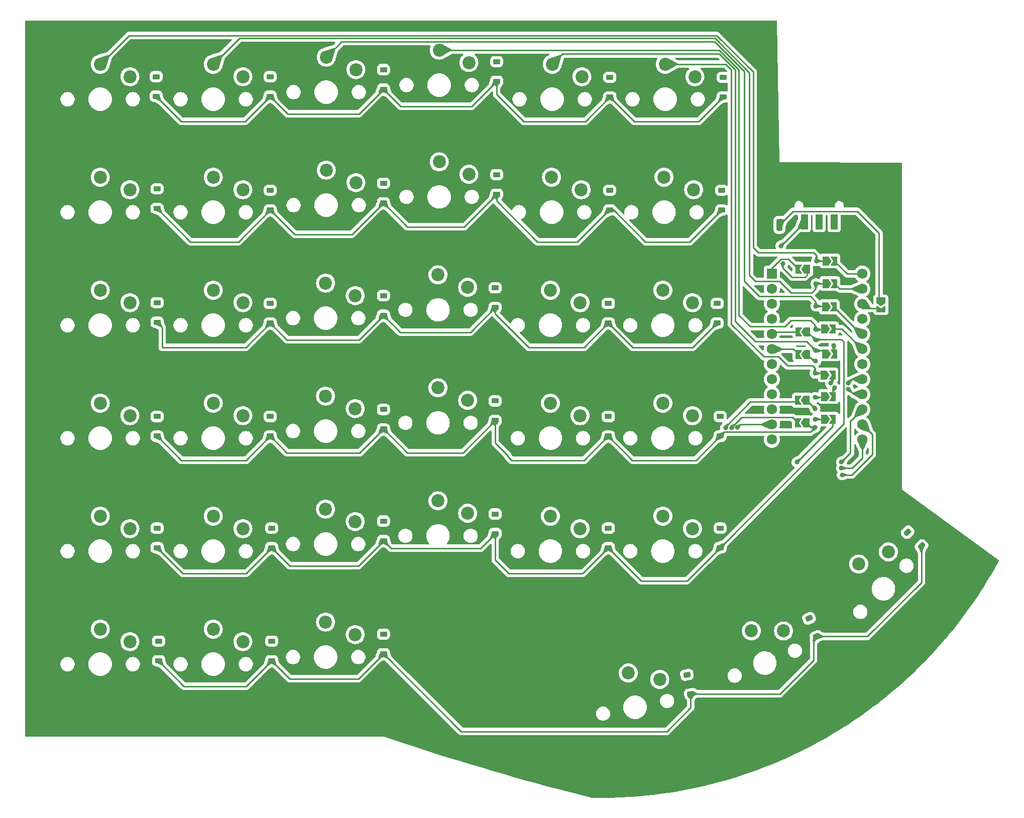
<source format=gbr>
%TF.GenerationSoftware,KiCad,Pcbnew,7.0.10*%
%TF.CreationDate,2024-03-21T17:03:09-05:00*%
%TF.ProjectId,Tair,54616972-2e6b-4696-9361-645f70636258,rev?*%
%TF.SameCoordinates,Original*%
%TF.FileFunction,Copper,L2,Bot*%
%TF.FilePolarity,Positive*%
%FSLAX46Y46*%
G04 Gerber Fmt 4.6, Leading zero omitted, Abs format (unit mm)*
G04 Created by KiCad (PCBNEW 7.0.10) date 2024-03-21 17:03:09*
%MOMM*%
%LPD*%
G01*
G04 APERTURE LIST*
G04 Aperture macros list*
%AMRoundRect*
0 Rectangle with rounded corners*
0 $1 Rounding radius*
0 $2 $3 $4 $5 $6 $7 $8 $9 X,Y pos of 4 corners*
0 Add a 4 corners polygon primitive as box body*
4,1,4,$2,$3,$4,$5,$6,$7,$8,$9,$2,$3,0*
0 Add four circle primitives for the rounded corners*
1,1,$1+$1,$2,$3*
1,1,$1+$1,$4,$5*
1,1,$1+$1,$6,$7*
1,1,$1+$1,$8,$9*
0 Add four rect primitives between the rounded corners*
20,1,$1+$1,$2,$3,$4,$5,0*
20,1,$1+$1,$4,$5,$6,$7,0*
20,1,$1+$1,$6,$7,$8,$9,0*
20,1,$1+$1,$8,$9,$2,$3,0*%
%AMFreePoly0*
4,1,6,0.500000,-0.750000,-0.650000,-0.750000,-0.150000,0.000000,-0.650000,0.750000,0.500000,0.750000,0.500000,-0.750000,0.500000,-0.750000,$1*%
%AMFreePoly1*
4,1,6,1.000000,0.000000,0.500000,-0.750000,-0.500000,-0.750000,-0.500000,0.750000,0.500000,0.750000,1.000000,0.000000,1.000000,0.000000,$1*%
G04 Aperture macros list end*
%TA.AperFunction,SMDPad,CuDef*%
%ADD10R,1.200000X2.500000*%
%TD*%
%TA.AperFunction,ComponentPad*%
%ADD11C,2.200000*%
%TD*%
%TA.AperFunction,ComponentPad*%
%ADD12RoundRect,0.250000X0.250000X0.750000X-0.250000X0.750000X-0.250000X-0.750000X0.250000X-0.750000X0*%
%TD*%
%TA.AperFunction,ComponentPad*%
%ADD13RoundRect,0.225000X0.375000X-0.225000X0.375000X0.225000X-0.375000X0.225000X-0.375000X-0.225000X0*%
%TD*%
%TA.AperFunction,SMDPad,CuDef*%
%ADD14FreePoly0,270.000000*%
%TD*%
%TA.AperFunction,SMDPad,CuDef*%
%ADD15FreePoly1,270.000000*%
%TD*%
%TA.AperFunction,SMDPad,CuDef*%
%ADD16FreePoly1,180.000000*%
%TD*%
%TA.AperFunction,SMDPad,CuDef*%
%ADD17FreePoly0,180.000000*%
%TD*%
%TA.AperFunction,ComponentPad*%
%ADD18RoundRect,0.225000X0.432559X-0.064367X0.260351X0.351379X-0.432559X0.064367X-0.260351X-0.351379X0*%
%TD*%
%TA.AperFunction,SMDPad,CuDef*%
%ADD19FreePoly0,0.000000*%
%TD*%
%TA.AperFunction,SMDPad,CuDef*%
%ADD20FreePoly1,0.000000*%
%TD*%
%TA.AperFunction,ComponentPad*%
%ADD21RoundRect,0.225000X0.424264X0.106066X0.106066X0.424264X-0.424264X-0.106066X-0.106066X-0.424264X0*%
%TD*%
%TA.AperFunction,ComponentPad*%
%ADD22R,1.752600X1.752600*%
%TD*%
%TA.AperFunction,ComponentPad*%
%ADD23C,1.752600*%
%TD*%
%TA.AperFunction,ComponentPad*%
%ADD24RoundRect,0.225000X0.411690X-0.147518X0.323899X0.293836X-0.411690X0.147518X-0.323899X-0.293836X0*%
%TD*%
%TA.AperFunction,ViaPad*%
%ADD25C,0.800000*%
%TD*%
%TA.AperFunction,Conductor*%
%ADD26C,0.250000*%
%TD*%
G04 APERTURE END LIST*
D10*
%TO.P,S38,1*%
%TO.N,B+right*%
X161482733Y-66355422D03*
%TO.P,S38,2*%
%TO.N,+BATT*%
X163982733Y-66355422D03*
%TO.P,S38,3*%
%TO.N,unconnected-(S38-Pad3)*%
X166482733Y-66355422D03*
%TD*%
D11*
%TO.P,S25,1,1*%
%TO.N,Col 3*%
X80778736Y-95748797D03*
%TO.P,S25,2,2*%
%TO.N,Net-(D25-A)*%
X85778736Y-97848797D03*
%TD*%
%TO.P,S2,1,1*%
%TO.N,Col 2*%
X61828733Y-39789422D03*
%TO.P,S2,2,2*%
%TO.N,Net-(D2-A)*%
X66828733Y-41889422D03*
%TD*%
%TO.P,S32,1,1*%
%TO.N,Col 5*%
X118678733Y-115989422D03*
%TO.P,S32,2,2*%
%TO.N,Net-(D32-A)*%
X123678733Y-118089422D03*
%TD*%
D12*
%TO.P,GND,1*%
%TO.N,GND*%
X157288733Y-66880422D03*
%TD*%
D11*
%TO.P,S31,1,1*%
%TO.N,Col 5*%
X118678733Y-96939422D03*
%TO.P,S31,2,2*%
%TO.N,Net-(D31-A)*%
X123678733Y-99039422D03*
%TD*%
D13*
%TO.P,D15,1,K*%
%TO.N,Row 3*%
X90530733Y-82108797D03*
%TO.P,D15,2,A*%
%TO.N,Net-(D15-A)*%
X90530733Y-78808797D03*
%TD*%
D11*
%TO.P,S16,1,1*%
%TO.N,Col 4*%
X99728729Y-75308172D03*
%TO.P,S16,2,2*%
%TO.N,Net-(D16-A)*%
X104728729Y-77408172D03*
%TD*%
%TO.P,S30,1,1*%
%TO.N,Col 4*%
X131801833Y-142430982D03*
%TO.P,S30,2,2*%
%TO.N,Net-(D30-A)*%
X137115449Y-143515179D03*
%TD*%
%TO.P,S12,1,1*%
%TO.N,Col 6*%
X137828735Y-58839422D03*
%TO.P,S12,2,2*%
%TO.N,Net-(D12-A)*%
X142828735Y-60939422D03*
%TD*%
D13*
%TO.P,D12,1,K*%
%TO.N,Row 2*%
X147528733Y-64357422D03*
%TO.P,D12,2,A*%
%TO.N,Net-(D12-A)*%
X147528733Y-61057422D03*
%TD*%
%TO.P,D14,1,K*%
%TO.N,Row 3*%
X71446733Y-83425422D03*
%TO.P,D14,2,A*%
%TO.N,Net-(D14-A)*%
X71446733Y-80125422D03*
%TD*%
D11*
%TO.P,S34,1,1*%
%TO.N,Col 6*%
X137628732Y-96939422D03*
%TO.P,S34,2,2*%
%TO.N,Net-(D34-A)*%
X142628732Y-99039422D03*
%TD*%
%TO.P,S26,1,1*%
%TO.N,Col 3*%
X80778736Y-114798797D03*
%TO.P,S26,2,2*%
%TO.N,Net-(D26-A)*%
X85778736Y-116898797D03*
%TD*%
%TO.P,S19,1,1*%
%TO.N,Col 1*%
X42778733Y-96939422D03*
%TO.P,S19,2,2*%
%TO.N,Net-(D19-A)*%
X47778733Y-99039422D03*
%TD*%
%TO.P,S23,1,1*%
%TO.N,Col 2*%
X61828732Y-115989422D03*
%TO.P,S23,2,2*%
%TO.N,Net-(D23-A)*%
X66828732Y-118089422D03*
%TD*%
%TO.P,S4,1,1*%
%TO.N,Col 4*%
X99928733Y-37408172D03*
%TO.P,S4,2,2*%
%TO.N,Net-(D4-A)*%
X104928733Y-39508172D03*
%TD*%
D13*
%TO.P,D3,1,K*%
%TO.N,Row 1*%
X90530733Y-43998797D03*
%TO.P,D3,2,A*%
%TO.N,Net-(D3-A)*%
X90530733Y-40698797D03*
%TD*%
D14*
%TO.P,JP14,2,B*%
%TO.N,Net-(JP14-B)*%
X174392733Y-81085422D03*
D15*
%TO.P,JP14,1,A*%
%TO.N,GND*%
X174392733Y-79635422D03*
%TD*%
D13*
%TO.P,D32,1,K*%
%TO.N,Row 5*%
X128444733Y-121307422D03*
%TO.P,D32,2,A*%
%TO.N,Net-(D32-A)*%
X128444733Y-118007422D03*
%TD*%
%TO.P,D19,2,A*%
%TO.N,Net-(D19-A)*%
X52362733Y-99193422D03*
%TO.P,D19,1,K*%
%TO.N,Row 4*%
X52362733Y-102493422D03*
%TD*%
%TO.P,D11,1,K*%
%TO.N,Row 2*%
X128672733Y-64357422D03*
%TO.P,D11,2,A*%
%TO.N,Net-(D11-A)*%
X128672733Y-61057422D03*
%TD*%
%TO.P,D22,2,A*%
%TO.N,Net-(D22-A)*%
X71446733Y-99193422D03*
%TO.P,D22,1,K*%
%TO.N,Row 4*%
X71446733Y-102493422D03*
%TD*%
%TO.P,D16,1,K*%
%TO.N,Row 3*%
X109360733Y-80790172D03*
%TO.P,D16,2,A*%
%TO.N,Net-(D16-A)*%
X109360733Y-77490172D03*
%TD*%
%TO.P,D34,2,A*%
%TO.N,Net-(D34-A)*%
X147274733Y-99193422D03*
%TO.P,D34,1,K*%
%TO.N,Row 4*%
X147274733Y-102493422D03*
%TD*%
D11*
%TO.P,S11,1,1*%
%TO.N,Col 5*%
X118878736Y-58839422D03*
%TO.P,S11,2,2*%
%TO.N,Net-(D11-A)*%
X123878736Y-60939422D03*
%TD*%
D13*
%TO.P,D7,1,K*%
%TO.N,Row 2*%
X52362733Y-64103422D03*
%TO.P,D7,2,A*%
%TO.N,Net-(D7-A)*%
X52362733Y-60803422D03*
%TD*%
%TO.P,D35,1,K*%
%TO.N,Row 5*%
X147274733Y-121307422D03*
%TO.P,D35,2,A*%
%TO.N,Net-(D35-A)*%
X147274733Y-118007422D03*
%TD*%
D11*
%TO.P,S8,1,1*%
%TO.N,Col 2*%
X61828732Y-58839422D03*
%TO.P,S8,2,2*%
%TO.N,Net-(D8-A)*%
X66828732Y-60939422D03*
%TD*%
%TO.P,S36,1,1*%
%TO.N,Col 6*%
X170647966Y-124068386D03*
%TO.P,S36,2,2*%
%TO.N,Net-(D36-A)*%
X175668424Y-122017776D03*
%TD*%
D13*
%TO.P,D31,2,A*%
%TO.N,Net-(D31-A)*%
X128444733Y-99193422D03*
%TO.P,D31,1,K*%
%TO.N,Row 4*%
X128444733Y-102493422D03*
%TD*%
D11*
%TO.P,S17,1,1*%
%TO.N,Col 5*%
X118678733Y-77889422D03*
%TO.P,S17,2,2*%
%TO.N,Net-(D17-A)*%
X123678733Y-79989422D03*
%TD*%
D16*
%TO.P,JP1,1,A*%
%TO.N,B+right*%
X161953733Y-74357422D03*
D17*
%TO.P,JP1,2,B*%
%TO.N,Net-(JP1-B)*%
X160503733Y-74357422D03*
%TD*%
D13*
%TO.P,D21,1,K*%
%TO.N,Row 6*%
X52616733Y-140375422D03*
%TO.P,D21,2,A*%
%TO.N,Net-(D21-A)*%
X52616733Y-137075422D03*
%TD*%
%TO.P,D9,1,K*%
%TO.N,Row 2*%
X90530733Y-63166797D03*
%TO.P,D9,2,A*%
%TO.N,Net-(D9-A)*%
X90530733Y-59866797D03*
%TD*%
D11*
%TO.P,S21,1,1*%
%TO.N,Col 1*%
X42778733Y-135039422D03*
%TO.P,S21,2,2*%
%TO.N,Net-(D21-A)*%
X47778733Y-137139422D03*
%TD*%
%TO.P,S13,1,1*%
%TO.N,Col 1*%
X42778733Y-77889422D03*
%TO.P,S13,2,2*%
%TO.N,Net-(D13-A)*%
X47778733Y-79989422D03*
%TD*%
D13*
%TO.P,D1,1,K*%
%TO.N,Row 1*%
X52218733Y-45189422D03*
%TO.P,D1,2,A*%
%TO.N,Net-(D1-A)*%
X52218733Y-41889422D03*
%TD*%
%TO.P,D23,1,K*%
%TO.N,Row 5*%
X71700733Y-121307422D03*
%TO.P,D23,2,A*%
%TO.N,Net-(D23-A)*%
X71700733Y-118007422D03*
%TD*%
D18*
%TO.P,D33,1,K*%
%TO.N,Row 6*%
X163532055Y-136280777D03*
%TO.P,D33,2,A*%
%TO.N,Net-(D33-A)*%
X162269199Y-133231975D03*
%TD*%
D11*
%TO.P,S7,1,1*%
%TO.N,Col 1*%
X42778733Y-58839422D03*
%TO.P,S7,2,2*%
%TO.N,Net-(D7-A)*%
X47778733Y-60939422D03*
%TD*%
D13*
%TO.P,D17,1,K*%
%TO.N,Row 3*%
X128444733Y-83425422D03*
%TO.P,D17,2,A*%
%TO.N,Net-(D17-A)*%
X128444733Y-80125422D03*
%TD*%
D19*
%TO.P,JP39,2,B*%
%TO.N,Net-(JP39-B)*%
X166286539Y-99623711D03*
D20*
%TO.P,JP39,1,A*%
%TO.N,Row 2*%
X164836539Y-99623711D03*
%TD*%
D11*
%TO.P,S18,1,1*%
%TO.N,Col 6*%
X137628732Y-77889422D03*
%TO.P,S18,2,2*%
%TO.N,Net-(D18-A)*%
X142628732Y-79989422D03*
%TD*%
D13*
%TO.P,D24,1,K*%
%TO.N,Row 6*%
X71700733Y-140375422D03*
%TO.P,D24,2,A*%
%TO.N,Net-(D24-A)*%
X71700733Y-137075422D03*
%TD*%
D11*
%TO.P,S3,1,1*%
%TO.N,Col 3*%
X80878733Y-38598797D03*
%TO.P,S3,2,2*%
%TO.N,Net-(D3-A)*%
X85878733Y-40698797D03*
%TD*%
D13*
%TO.P,D26,1,K*%
%TO.N,Row 5*%
X90530733Y-120116797D03*
%TO.P,D26,2,A*%
%TO.N,Net-(D26-A)*%
X90530733Y-116816797D03*
%TD*%
%TO.P,D8,1,K*%
%TO.N,Row 2*%
X71446733Y-64357422D03*
%TO.P,D8,2,A*%
%TO.N,Net-(D8-A)*%
X71446733Y-61057422D03*
%TD*%
D16*
%TO.P,JP38,1,A*%
%TO.N,Row 3*%
X161841539Y-96448711D03*
D17*
%TO.P,JP38,2,B*%
%TO.N,Net-(JP38-B)*%
X160391539Y-96448711D03*
%TD*%
D11*
%TO.P,S20,1,1*%
%TO.N,Col 1*%
X42778733Y-115989422D03*
%TO.P,S20,2,2*%
%TO.N,Net-(D20-A)*%
X47778733Y-118089422D03*
%TD*%
D21*
%TO.P,D36,1,K*%
%TO.N,Row 6*%
X181241838Y-121020753D03*
%TO.P,D36,2,A*%
%TO.N,Net-(D36-A)*%
X178908386Y-118687301D03*
%TD*%
D11*
%TO.P,S5,1,1*%
%TO.N,Col 5*%
X118978733Y-39789422D03*
%TO.P,S5,2,2*%
%TO.N,Net-(D5-A)*%
X123978733Y-41889422D03*
%TD*%
D13*
%TO.P,D10,1,K*%
%TO.N,Row 2*%
X109614733Y-61722172D03*
%TO.P,D10,2,A*%
%TO.N,Net-(D10-A)*%
X109614733Y-58422172D03*
%TD*%
D11*
%TO.P,S9,1,1*%
%TO.N,Col 3*%
X80878732Y-57648797D03*
%TO.P,S9,2,2*%
%TO.N,Net-(D9-A)*%
X85878732Y-59748797D03*
%TD*%
D13*
%TO.P,D27,1,K*%
%TO.N,Row 6*%
X90530733Y-139184797D03*
%TO.P,D27,2,A*%
%TO.N,Net-(D27-A)*%
X90530733Y-135884797D03*
%TD*%
D11*
%TO.P,S10,1,1*%
%TO.N,Col 4*%
X99928732Y-56258172D03*
%TO.P,S10,2,2*%
%TO.N,Net-(D10-A)*%
X104928732Y-58358172D03*
%TD*%
D22*
%TO.P,U1,1,D1*%
%TO.N,Net-(JP1-B)*%
X156018733Y-75135422D03*
D23*
%TO.P,U1,2,D0*%
%TO.N,Net-(JP3-B)*%
X156018733Y-77675422D03*
%TO.P,U1,3,GND*%
%TO.N,Net-(JP5-B)*%
X156018733Y-80215422D03*
%TO.P,U1,4,GND*%
%TO.N,unconnected-(U1-GND-Pad4)*%
X156018733Y-82755422D03*
%TO.P,U1,5,D2*%
%TO.N,Net-(JP29-B)*%
X156018733Y-85295422D03*
%TO.P,U1,6,D3*%
%TO.N,Net-(JP30-B)*%
X156018733Y-87835422D03*
%TO.P,U1,7,D4*%
%TO.N,Net-(JP8-B)*%
X156018733Y-90375422D03*
%TO.P,U1,8,D5*%
%TO.N,Net-(JP9-B)*%
X156018733Y-92915422D03*
%TO.P,U1,9,D6*%
%TO.N,Net-(JP10-B)*%
X156018733Y-95455422D03*
%TO.P,U1,10,D7*%
%TO.N,Net-(JP11-B)*%
X156018733Y-97995422D03*
%TO.P,U1,11,D8*%
%TO.N,Net-(JP12-B)*%
X156018733Y-100535422D03*
%TO.P,U1,12,D9*%
%TO.N,Net-(JP13-B)*%
X156018733Y-103075422D03*
%TO.P,U1,13,D10*%
%TO.N,Net-(JP37-B)*%
X171258733Y-103075422D03*
%TO.P,U1,14,D16*%
%TO.N,Net-(JP38-B)*%
X171258733Y-100535422D03*
%TO.P,U1,15,D14*%
%TO.N,Net-(JP39-B)*%
X171258733Y-97995422D03*
%TO.P,U1,16,D15*%
%TO.N,Net-(JP40-B)*%
X171258733Y-95455422D03*
%TO.P,U1,17,D18*%
%TO.N,Net-(JP41-B)*%
X171258733Y-92915422D03*
%TO.P,U1,18,D19*%
%TO.N,Net-(JP42-B)*%
X171258733Y-90375422D03*
%TO.P,U1,19,D20*%
%TO.N,Net-(JP20-A)*%
X171258733Y-87835422D03*
%TO.P,U1,20,D21*%
%TO.N,Net-(JP21-A)*%
X171258733Y-85295422D03*
%TO.P,U1,21,3.3v*%
%TO.N,unconnected-(U1-3.3v-Pad21)*%
X171258733Y-82755422D03*
%TO.P,U1,22,RST*%
%TO.N,Net-(JP14-B)*%
X171258733Y-80215422D03*
%TO.P,U1,23,GND*%
%TO.N,Net-(JP47-B)*%
X171258733Y-77675422D03*
%TO.P,U1,24,B+*%
%TO.N,Net-(JP4-A)*%
X171258733Y-75135422D03*
%TD*%
D24*
%TO.P,D30,2,A*%
%TO.N,Net-(D30-A)*%
X141684981Y-142744905D03*
%TO.P,D30,1,K*%
%TO.N,Row 6*%
X142328779Y-145981497D03*
%TD*%
D11*
%TO.P,S6,1,1*%
%TO.N,Col 6*%
X138028733Y-39789422D03*
%TO.P,S6,2,2*%
%TO.N,Net-(D6-A)*%
X143028733Y-41889422D03*
%TD*%
D13*
%TO.P,D20,1,K*%
%TO.N,Row 5*%
X52362733Y-121307422D03*
%TO.P,D20,2,A*%
%TO.N,Net-(D20-A)*%
X52362733Y-118007422D03*
%TD*%
D11*
%TO.P,S28,1,1*%
%TO.N,Col 4*%
X99728729Y-94358172D03*
%TO.P,S28,2,2*%
%TO.N,Net-(D28-A)*%
X104728729Y-96458172D03*
%TD*%
D13*
%TO.P,D13,1,K*%
%TO.N,Row 3*%
X52362733Y-83299422D03*
%TO.P,D13,2,A*%
%TO.N,Net-(D13-A)*%
X52362733Y-79999422D03*
%TD*%
%TO.P,D2,1,K*%
%TO.N,Row 1*%
X71428733Y-45189422D03*
%TO.P,D2,2,A*%
%TO.N,Net-(D2-A)*%
X71428733Y-41889422D03*
%TD*%
D11*
%TO.P,S22,1,1*%
%TO.N,Col 2*%
X61828732Y-96939422D03*
%TO.P,S22,2,2*%
%TO.N,Net-(D22-A)*%
X66828732Y-99039422D03*
%TD*%
D16*
%TO.P,JP30,1,A*%
%TO.N,Row 6*%
X161968539Y-88701711D03*
D17*
%TO.P,JP30,2,B*%
%TO.N,Net-(JP30-B)*%
X160518539Y-88701711D03*
%TD*%
D11*
%TO.P,S29,1,1*%
%TO.N,Col 4*%
X99728729Y-113408172D03*
%TO.P,S29,2,2*%
%TO.N,Net-(D29-A)*%
X104728729Y-115508172D03*
%TD*%
%TO.P,S24,1,1*%
%TO.N,Col 2*%
X61828732Y-135039422D03*
%TO.P,S24,2,2*%
%TO.N,Net-(D24-A)*%
X66828732Y-137139422D03*
%TD*%
%TO.P,S33,1,1*%
%TO.N,Col 5*%
X152564650Y-135322908D03*
%TO.P,S33,2,2*%
%TO.N,Net-(D33-A)*%
X157987683Y-135349638D03*
%TD*%
D16*
%TO.P,JP37,1,A*%
%TO.N,Row 4*%
X161841539Y-100258711D03*
D17*
%TO.P,JP37,2,B*%
%TO.N,Net-(JP37-B)*%
X160391539Y-100258711D03*
%TD*%
D13*
%TO.P,D18,1,K*%
%TO.N,Row 3*%
X146766733Y-83425422D03*
%TO.P,D18,2,A*%
%TO.N,Net-(D18-A)*%
X146766733Y-80125422D03*
%TD*%
%TO.P,D28,1,K*%
%TO.N,Row 4*%
X109360733Y-99858172D03*
%TO.P,D28,2,A*%
%TO.N,Net-(D28-A)*%
X109360733Y-96558172D03*
%TD*%
D11*
%TO.P,S1,1,1*%
%TO.N,Col 1*%
X42778733Y-39789422D03*
%TO.P,S1,2,2*%
%TO.N,Net-(D1-A)*%
X47778733Y-41889422D03*
%TD*%
%TO.P,S27,1,1*%
%TO.N,Col 3*%
X80778736Y-133848797D03*
%TO.P,S27,2,2*%
%TO.N,Net-(D27-A)*%
X85778736Y-135948797D03*
%TD*%
D13*
%TO.P,D6,1,K*%
%TO.N,Row 1*%
X147782733Y-45307422D03*
%TO.P,D6,2,A*%
%TO.N,Net-(D6-A)*%
X147782733Y-42007422D03*
%TD*%
D17*
%TO.P,JP29,2,B*%
%TO.N,Net-(JP29-B)*%
X160518539Y-84891711D03*
D16*
%TO.P,JP29,1,A*%
%TO.N,Row 5*%
X161968539Y-84891711D03*
%TD*%
D13*
%TO.P,D29,1,K*%
%TO.N,Row 5*%
X109360733Y-118926172D03*
%TO.P,D29,2,A*%
%TO.N,Net-(D29-A)*%
X109360733Y-115626172D03*
%TD*%
D11*
%TO.P,S15,1,1*%
%TO.N,Col 3*%
X80778736Y-76698797D03*
%TO.P,S15,2,2*%
%TO.N,Net-(D15-A)*%
X85778736Y-78798797D03*
%TD*%
D13*
%TO.P,D4,1,K*%
%TO.N,Row 1*%
X109614733Y-42672172D03*
%TO.P,D4,2,A*%
%TO.N,Net-(D4-A)*%
X109614733Y-39372172D03*
%TD*%
D11*
%TO.P,S35,1,1*%
%TO.N,Col 6*%
X137628732Y-115989422D03*
%TO.P,S35,2,2*%
%TO.N,Net-(D35-A)*%
X142628732Y-118089422D03*
%TD*%
D20*
%TO.P,JP40,1,A*%
%TO.N,Row 1*%
X164836539Y-95813711D03*
D19*
%TO.P,JP40,2,B*%
%TO.N,Net-(JP40-B)*%
X166286539Y-95813711D03*
%TD*%
D11*
%TO.P,S14,1,1*%
%TO.N,Col 2*%
X61828732Y-77889422D03*
%TO.P,S14,2,2*%
%TO.N,Net-(D14-A)*%
X66828732Y-79989422D03*
%TD*%
D13*
%TO.P,D5,1,K*%
%TO.N,Row 1*%
X128698733Y-45307422D03*
%TO.P,D5,2,A*%
%TO.N,Net-(D5-A)*%
X128698733Y-42007422D03*
%TD*%
%TO.P,D25,2,A*%
%TO.N,Net-(D25-A)*%
X90530733Y-98002797D03*
%TO.P,D25,1,K*%
%TO.N,Row 4*%
X90530733Y-101302797D03*
%TD*%
D19*
%TO.P,JP41,2,B*%
%TO.N,Net-(JP41-B)*%
X166227733Y-92171422D03*
D20*
%TO.P,JP41,1,A*%
%TO.N,Col 6*%
X164777733Y-92171422D03*
%TD*%
%TO.P,JP44,1,A*%
%TO.N,Col 3*%
X164963539Y-80700711D03*
D19*
%TO.P,JP44,2,B*%
%TO.N,Net-(JP21-A)*%
X166413539Y-80700711D03*
%TD*%
%TO.P,JP47,2,B*%
%TO.N,Net-(JP47-B)*%
X166525733Y-76770422D03*
D20*
%TO.P,JP47,1,A*%
%TO.N,Col 2*%
X165075733Y-76770422D03*
%TD*%
D19*
%TO.P,JP48,2,B*%
%TO.N,Net-(JP4-A)*%
X166525733Y-72960422D03*
D20*
%TO.P,JP48,1,A*%
%TO.N,Col 1*%
X165075733Y-72960422D03*
%TD*%
%TO.P,JP42,1,A*%
%TO.N,Col 5*%
X165031733Y-88615422D03*
D19*
%TO.P,JP42,2,B*%
%TO.N,Net-(JP42-B)*%
X166481733Y-88615422D03*
%TD*%
D20*
%TO.P,JP43,1,A*%
%TO.N,Col 4*%
X164836539Y-84383711D03*
D19*
%TO.P,JP43,2,B*%
%TO.N,Net-(JP20-A)*%
X166286539Y-84383711D03*
%TD*%
D25*
%TO.N,B+right*%
X157882733Y-73375422D03*
X157501733Y-70454422D03*
%TO.N,Net-(JP42-B)*%
X166467733Y-87205422D03*
%TO.N,Net-(JP41-B)*%
X168880733Y-93555422D03*
X165891204Y-93609610D03*
%TO.N,Net-(JP40-B)*%
X168880733Y-94555425D03*
X166590610Y-94324337D03*
%TO.N,Net-(JP38-B)*%
X167864733Y-109049422D03*
X148206196Y-101085422D03*
%TO.N,Net-(JP37-B)*%
X149206199Y-101085422D03*
X167737733Y-107890425D03*
%TO.N,Net-(JP39-B)*%
X167737733Y-106890422D03*
X160244733Y-106890422D03*
%TO.N,Net-(JP12-B)*%
X150211733Y-101048422D03*
%TO.N,Row 6*%
X163419733Y-89872422D03*
%TO.N,Row 5*%
X163419733Y-86316422D03*
%TO.N,Row 4*%
X163292733Y-101048422D03*
%TO.N,Row 3*%
X163292733Y-97873422D03*
%TO.N,Row 2*%
X163292733Y-99651422D03*
%TO.N,Row 1*%
X163292733Y-95968422D03*
%TO.N,Col 1*%
X163546733Y-72981422D03*
%TO.N,Col 2*%
X163419733Y-76791422D03*
%TO.N,Col 3*%
X163419733Y-80601422D03*
%TO.N,Col 4*%
X163419733Y-84538422D03*
%TO.N,Col 5*%
X163419733Y-88094422D03*
%TO.N,Col 6*%
X163292733Y-91904422D03*
%TD*%
D26*
%TO.N,Net-(JP1-B)*%
X160503733Y-74357422D02*
X158796733Y-72650422D01*
X158796733Y-72650422D02*
X157582428Y-72650422D01*
X157582428Y-72650422D02*
X156018733Y-74214117D01*
X156018733Y-74214117D02*
X156018733Y-75135422D01*
%TO.N,Net-(JP29-B)*%
X160518539Y-84891711D02*
X156422444Y-84891711D01*
X156422444Y-84891711D02*
X156018733Y-85295422D01*
%TO.N,Net-(JP4-A)*%
X166525733Y-72960422D02*
X168700733Y-75135422D01*
X168700733Y-75135422D02*
X171258733Y-75135422D01*
%TO.N,Col 6*%
X163292733Y-91904422D02*
X164510733Y-91904422D01*
%TO.N,Net-(JP41-B)*%
X165891204Y-93609610D02*
X166227733Y-93273081D01*
%TO.N,Col 6*%
X164510733Y-91904422D02*
X164777733Y-92171422D01*
%TO.N,Net-(JP41-B)*%
X166227733Y-93273081D02*
X166227733Y-92171422D01*
%TO.N,Col 5*%
X163419733Y-88094422D02*
X164510733Y-88094422D01*
X164510733Y-88094422D02*
X165031733Y-88615422D01*
%TO.N,Net-(JP42-B)*%
X166481733Y-88615422D02*
X166467733Y-88601422D01*
X166467733Y-88601422D02*
X166467733Y-87205422D01*
%TO.N,GND*%
X174087733Y-79330422D02*
X174087733Y-68282422D01*
%TO.N,Net-(JP14-B)*%
X174392733Y-81085422D02*
X174265733Y-80958422D01*
X174265733Y-80958422D02*
X172001733Y-80958422D01*
X172001733Y-80958422D02*
X171258733Y-80215422D01*
%TO.N,GND*%
X174392733Y-79635422D02*
X174087733Y-79330422D01*
X174087733Y-68282422D02*
X170404733Y-64599422D01*
X170404733Y-64599422D02*
X159569733Y-64599422D01*
X159569733Y-64599422D02*
X157288733Y-66880422D01*
%TO.N,Row 2*%
X109614733Y-61722172D02*
X109614733Y-62849252D01*
X116500192Y-69734711D02*
X123195444Y-69734711D01*
X128672733Y-64357422D02*
X129332733Y-64357422D01*
X109614733Y-62849252D02*
X116500192Y-69734711D01*
X123195444Y-69734711D02*
X128572733Y-64357422D01*
X129332733Y-64357422D02*
X134710022Y-69734711D01*
X128572733Y-64357422D02*
X128672733Y-64357422D01*
X134710022Y-69734711D02*
X142151444Y-69734711D01*
X142151444Y-69734711D02*
X147528733Y-64357422D01*
%TO.N,B+right*%
X157882733Y-73375422D02*
X157882733Y-74137422D01*
X161953733Y-75273422D02*
X161953733Y-74357422D01*
X157882733Y-74137422D02*
X159406733Y-75661422D01*
X159406733Y-75661422D02*
X161565733Y-75661422D01*
X161565733Y-75661422D02*
X161953733Y-75273422D01*
X161482733Y-66355422D02*
X161482733Y-66473422D01*
X161482733Y-66473422D02*
X157501733Y-70454422D01*
%TO.N,Net-(JP47-B)*%
X166525733Y-76770422D02*
X167430733Y-77675422D01*
X167430733Y-77675422D02*
X171258733Y-77675422D01*
%TO.N,Net-(JP21-A)*%
X166413539Y-80700711D02*
X171008250Y-85295422D01*
X171008250Y-85295422D02*
X171258733Y-85295422D01*
%TO.N,Net-(JP20-A)*%
X166286539Y-84383711D02*
X167807022Y-84383711D01*
X167807022Y-84383711D02*
X171258733Y-87835422D01*
%TO.N,Row 5*%
X147274733Y-121307422D02*
X168118733Y-100463422D01*
X168118733Y-100463422D02*
X168118733Y-86570422D01*
X168118733Y-86570422D02*
X167737733Y-86189422D01*
X167737733Y-86189422D02*
X163546733Y-86189422D01*
X163546733Y-86189422D02*
X163419733Y-86316422D01*
%TO.N,Net-(JP30-B)*%
X160518539Y-88701711D02*
X159652250Y-87835422D01*
X159652250Y-87835422D02*
X156018733Y-87835422D01*
%TO.N,Net-(JP40-B)*%
X169780730Y-95455422D02*
X171258733Y-95455422D01*
X168880733Y-94555425D02*
X169780730Y-95455422D01*
X166286539Y-94628408D02*
X166286539Y-95813711D01*
X166590610Y-94324337D02*
X166286539Y-94628408D01*
%TO.N,Net-(JP41-B)*%
X169520733Y-92915422D02*
X171258733Y-92915422D01*
X168880733Y-93555422D02*
X169520733Y-92915422D01*
%TO.N,Net-(JP38-B)*%
X148206196Y-101085422D02*
X148206196Y-100894959D01*
X148206196Y-100894959D02*
X152370733Y-96730422D01*
X152370733Y-96730422D02*
X160109828Y-96730422D01*
X160109828Y-96730422D02*
X160391539Y-96448711D01*
%TO.N,Net-(JP37-B)*%
X159466950Y-99334122D02*
X160391539Y-100258711D01*
X149206199Y-101085422D02*
X149206199Y-101028651D01*
X150900728Y-99334122D02*
X159466950Y-99334122D01*
X149206199Y-101028651D02*
X150900728Y-99334122D01*
%TO.N,Net-(JP38-B)*%
X167864733Y-109049422D02*
X169515733Y-109049422D01*
X172944733Y-105620422D02*
X172944733Y-102221422D01*
X169515733Y-109049422D02*
X172944733Y-105620422D01*
X172944733Y-102221422D02*
X171258733Y-100535422D01*
%TO.N,Net-(JP37-B)*%
X167737733Y-107890425D02*
X169531730Y-107890425D01*
X169531730Y-107890425D02*
X171258733Y-106163422D01*
X171258733Y-106163422D02*
X171258733Y-103075422D01*
%TO.N,Net-(JP39-B)*%
X167737733Y-106890422D02*
X169261733Y-105366422D01*
X169261733Y-105366422D02*
X169261733Y-99992422D01*
X169261733Y-99992422D02*
X171258733Y-97995422D01*
X166286539Y-99623711D02*
X166286539Y-100848616D01*
X166286539Y-100848616D02*
X160244733Y-106890422D01*
%TO.N,Net-(JP12-B)*%
X150211733Y-101048422D02*
X150724733Y-100535422D01*
X150724733Y-100535422D02*
X156018733Y-100535422D01*
%TO.N,Row 6*%
X163419733Y-89872422D02*
X163139250Y-89872422D01*
X163139250Y-89872422D02*
X161968539Y-88701711D01*
%TO.N,Row 5*%
X163419733Y-86316422D02*
X163393250Y-86316422D01*
X163393250Y-86316422D02*
X161968539Y-84891711D01*
%TO.N,Row 4*%
X147274733Y-102493422D02*
X147957733Y-101810422D01*
X147957733Y-101810422D02*
X162530733Y-101810422D01*
X162530733Y-101810422D02*
X163292733Y-101048422D01*
X163292733Y-101048422D02*
X162631250Y-101048422D01*
X162631250Y-101048422D02*
X161841539Y-100258711D01*
%TO.N,Row 3*%
X163292733Y-97873422D02*
X163266250Y-97873422D01*
X163266250Y-97873422D02*
X161841539Y-96448711D01*
%TO.N,Row 2*%
X163292733Y-99651422D02*
X164808828Y-99651422D01*
X164808828Y-99651422D02*
X164836539Y-99623711D01*
%TO.N,Row 1*%
X164681828Y-95968422D02*
X164836539Y-95813711D01*
X163292733Y-95968422D02*
X164681828Y-95968422D01*
%TO.N,Col 1*%
X42778733Y-39789422D02*
X47628733Y-34939422D01*
X152878733Y-41104422D02*
X152878733Y-70695422D01*
X163038733Y-71584422D02*
X163546733Y-72092422D01*
X47628733Y-34939422D02*
X146713733Y-34939422D01*
X152878733Y-70695422D02*
X153767733Y-71584422D01*
X146713733Y-34939422D02*
X152878733Y-41104422D01*
X153767733Y-71584422D02*
X163038733Y-71584422D01*
X163546733Y-72092422D02*
X163546733Y-72981422D01*
X163546733Y-72981422D02*
X165054733Y-72981422D01*
X165054733Y-72981422D02*
X165075733Y-72960422D01*
%TO.N,Col 2*%
X61828733Y-39789422D02*
X66228733Y-35389422D01*
X146407317Y-35389422D02*
X152243733Y-41225838D01*
X152243733Y-75394422D02*
X153259733Y-76410422D01*
X152243733Y-41225838D02*
X152243733Y-75394422D01*
X66228733Y-35389422D02*
X146407317Y-35389422D01*
X157323733Y-76410422D02*
X159228733Y-78315422D01*
X153259733Y-76410422D02*
X157323733Y-76410422D01*
X163419733Y-77680422D02*
X163419733Y-76791422D01*
X159228733Y-78315422D02*
X162784733Y-78315422D01*
X162784733Y-78315422D02*
X163419733Y-77680422D01*
X163419733Y-76791422D02*
X165054733Y-76791422D01*
X165054733Y-76791422D02*
X165075733Y-76770422D01*
%TO.N,Col 4*%
X99928733Y-37408172D02*
X147153275Y-37408172D01*
X147153275Y-37408172D02*
X150465733Y-40720630D01*
X162530733Y-83014422D02*
X163419733Y-83903422D01*
X150465733Y-40720630D02*
X150465733Y-82125422D01*
X150465733Y-82125422D02*
X152370733Y-84030422D01*
X159228733Y-83014422D02*
X162530733Y-83014422D01*
X152370733Y-84030422D02*
X158212733Y-84030422D01*
X158212733Y-84030422D02*
X159228733Y-83014422D01*
X163419733Y-83903422D02*
X163419733Y-84538422D01*
%TO.N,Col 3*%
X80878733Y-38598797D02*
X83494358Y-35983172D01*
X83494358Y-35983172D02*
X146364671Y-35983172D01*
X163419733Y-79839422D02*
X163419733Y-80601422D01*
X151354733Y-76410422D02*
X153894733Y-78950422D01*
X146364671Y-35983172D02*
X151354733Y-40973234D01*
X151354733Y-40973234D02*
X151354733Y-76410422D01*
X153894733Y-78950422D02*
X162530733Y-78950422D01*
X162530733Y-78950422D02*
X163419733Y-79839422D01*
X163419733Y-80601422D02*
X164864250Y-80601422D01*
X164864250Y-80601422D02*
X164963539Y-80700711D01*
%TO.N,Col 4*%
X163419733Y-84538422D02*
X164681828Y-84538422D01*
X164681828Y-84538422D02*
X164836539Y-84383711D01*
%TO.N,Col 5*%
X118978733Y-39789422D02*
X120711733Y-38056422D01*
X120711733Y-38056422D02*
X147165129Y-38056422D01*
X153259733Y-86570422D02*
X161895733Y-86570422D01*
X147165129Y-38056422D02*
X149830733Y-40722026D01*
X149830733Y-40722026D02*
X149830733Y-83141422D01*
X149830733Y-83141422D02*
X153259733Y-86570422D01*
X161895733Y-86570422D02*
X163419733Y-88094422D01*
%TO.N,Col 6*%
X148261733Y-39789422D02*
X149195733Y-40723422D01*
X149195733Y-40723422D02*
X149195733Y-83649422D01*
X149195733Y-83649422D02*
X154656733Y-89110422D01*
X154656733Y-89110422D02*
X157094286Y-89110422D01*
X138028733Y-39789422D02*
X148261733Y-39789422D01*
X157094286Y-89110422D02*
X158618286Y-90634422D01*
X162911733Y-90634422D02*
X163292733Y-91015422D01*
X158618286Y-90634422D02*
X162911733Y-90634422D01*
X163292733Y-91015422D02*
X163292733Y-91904422D01*
%TO.N,Row 1*%
X114186539Y-49414711D02*
X124591444Y-49414711D01*
X52218733Y-45189422D02*
X56444022Y-49414711D01*
X105412194Y-46874711D02*
X109614733Y-42672172D01*
X109614733Y-44842905D02*
X114186539Y-49414711D01*
X128698733Y-45307422D02*
X132806022Y-49414711D01*
X109614733Y-42672172D02*
X109614733Y-44842905D01*
X143675444Y-49414711D02*
X147782733Y-45307422D01*
X90530733Y-43998797D02*
X93406647Y-46874711D01*
X132806022Y-49414711D02*
X143675444Y-49414711D01*
X56444022Y-49414711D02*
X67203444Y-49414711D01*
X86384819Y-48144711D02*
X90530733Y-43998797D01*
X67203444Y-49414711D02*
X71428733Y-45189422D01*
X124591444Y-49414711D02*
X128698733Y-45307422D01*
X93406647Y-46874711D02*
X105412194Y-46874711D01*
X74384022Y-48144711D02*
X86384819Y-48144711D01*
X71428733Y-45189422D02*
X74384022Y-48144711D01*
%TO.N,Row 2*%
X66069444Y-69734711D02*
X71446733Y-64357422D01*
X52362733Y-64103422D02*
X57994022Y-69734711D01*
X85232819Y-68464711D02*
X90530733Y-63166797D01*
X57994022Y-69734711D02*
X66069444Y-69734711D01*
X75554022Y-68464711D02*
X85232819Y-68464711D01*
X104142194Y-67194711D02*
X109614733Y-61722172D01*
X71446733Y-64357422D02*
X75554022Y-68464711D01*
X90530733Y-63166797D02*
X94558647Y-67194711D01*
X94558647Y-67194711D02*
X104142194Y-67194711D01*
%TO.N,Row 3*%
X67357444Y-87514711D02*
X71446733Y-83425422D01*
X115030189Y-87514711D02*
X124355444Y-87514711D01*
X53226539Y-84163228D02*
X53226539Y-87514711D01*
X109360733Y-80790172D02*
X109360733Y-81845255D01*
X53226539Y-87514711D02*
X67357444Y-87514711D01*
X109360733Y-81845255D02*
X115030189Y-87514711D01*
X132534022Y-87514711D02*
X142677444Y-87514711D01*
X90530733Y-82108797D02*
X93396647Y-84974711D01*
X74266022Y-86244711D02*
X86394819Y-86244711D01*
X71446733Y-83425422D02*
X74266022Y-86244711D01*
X128444733Y-83425422D02*
X132534022Y-87514711D01*
X93396647Y-84974711D02*
X105176194Y-84974711D01*
X86394819Y-86244711D02*
X90530733Y-82108797D01*
X124355444Y-87514711D02*
X128444733Y-83425422D01*
X105176194Y-84974711D02*
X109360733Y-80790172D01*
X142677444Y-87514711D02*
X146766733Y-83425422D01*
X52362733Y-83299422D02*
X53226539Y-84163228D01*
%TO.N,Row 4*%
X71446733Y-102493422D02*
X74248022Y-105294711D01*
X94522647Y-105294711D02*
X103924194Y-105294711D01*
X132516022Y-106564711D02*
X143203444Y-106564711D01*
X109360733Y-99858172D02*
X109360733Y-103643905D01*
X103924194Y-105294711D02*
X109360733Y-99858172D01*
X111505372Y-105788544D02*
X111505372Y-105931863D01*
X52362733Y-102493422D02*
X56434022Y-106564711D01*
X90530733Y-101302797D02*
X94522647Y-105294711D01*
X128444733Y-102493422D02*
X132516022Y-106564711D01*
X143203444Y-106564711D02*
X147274733Y-102493422D01*
X124373444Y-106564711D02*
X128444733Y-102493422D01*
X111505372Y-105931863D02*
X112138220Y-106564711D01*
X74248022Y-105294711D02*
X86538819Y-105294711D01*
X112138220Y-106564711D02*
X124373444Y-106564711D01*
X86538819Y-105294711D02*
X90530733Y-101302797D01*
X67375444Y-106564711D02*
X71446733Y-102493422D01*
X56434022Y-106564711D02*
X67375444Y-106564711D01*
X109360733Y-103643905D02*
X111505372Y-105788544D01*
%TO.N,Row 5*%
X111646539Y-125614711D02*
X124137444Y-125614711D01*
X86302819Y-124344711D02*
X90530733Y-120116797D01*
X141697444Y-126884711D02*
X147274733Y-121307422D01*
X106878733Y-121408172D02*
X109360733Y-118926172D01*
X134022022Y-126884711D02*
X141697444Y-126884711D01*
X109360733Y-123328905D02*
X111646539Y-125614711D01*
X71700733Y-121307422D02*
X74738022Y-124344711D01*
X67393444Y-125614711D02*
X71700733Y-121307422D01*
X52362733Y-121307422D02*
X56670022Y-125614711D01*
X109360733Y-118926172D02*
X109360733Y-123328905D01*
X124137444Y-125614711D02*
X128444733Y-121307422D01*
X56670022Y-125614711D02*
X67393444Y-125614711D01*
X128444733Y-121307422D02*
X134022022Y-126884711D01*
X91822108Y-121408172D02*
X106878733Y-121408172D01*
X74738022Y-124344711D02*
X86302819Y-124344711D01*
X90530733Y-120116797D02*
X91822108Y-121408172D01*
%TO.N,Row 6*%
X74720022Y-143394711D02*
X86320819Y-143394711D01*
X163038194Y-136774638D02*
X163532055Y-136280777D01*
X52616733Y-140375422D02*
X56906022Y-144664711D01*
X142328779Y-145981497D02*
X142375565Y-145934711D01*
X157366539Y-145934711D02*
X163038194Y-140263056D01*
X142328779Y-148272471D02*
X142328779Y-145981497D01*
X181241838Y-127139412D02*
X181241838Y-121020753D01*
X142375565Y-145934711D02*
X157366539Y-145934711D01*
X163532055Y-136280777D02*
X172100473Y-136280777D01*
X71700733Y-140375422D02*
X74720022Y-143394711D01*
X163038194Y-140263056D02*
X163038194Y-136774638D01*
X90530733Y-139184797D02*
X103630647Y-152284711D01*
X138316539Y-152284711D02*
X142328779Y-148272471D01*
X103630647Y-152284711D02*
X138316539Y-152284711D01*
X172100473Y-136280777D02*
X181241838Y-127139412D01*
X56906022Y-144664711D02*
X67411444Y-144664711D01*
X67411444Y-144664711D02*
X71700733Y-140375422D01*
X86320819Y-143394711D02*
X90530733Y-139184797D01*
%TD*%
%TA.AperFunction,NonConductor*%
G36*
X156809703Y-32416896D02*
G01*
X156855458Y-32469700D01*
X156866648Y-32519233D01*
X157245641Y-56269461D01*
X157245656Y-56271997D01*
X157245652Y-56272727D01*
X157245812Y-56273111D01*
X157246161Y-56273253D01*
X157246331Y-56273250D01*
X157249398Y-56273230D01*
X177823458Y-56399451D01*
X177890372Y-56419547D01*
X177935802Y-56472630D01*
X177946694Y-56523449D01*
X177946694Y-111502797D01*
X177945660Y-111511427D01*
X177946686Y-111517971D01*
X177951512Y-111522775D01*
X177959117Y-111527017D01*
X194233986Y-123386225D01*
X194241002Y-123391337D01*
X194283590Y-123446727D01*
X194289472Y-123516348D01*
X194276428Y-123551670D01*
X193501662Y-124949353D01*
X193500287Y-124951770D01*
X192840851Y-126080923D01*
X192840807Y-126080998D01*
X192632811Y-126436576D01*
X192631426Y-126438886D01*
X192034061Y-127411027D01*
X192033985Y-127411151D01*
X191728094Y-127907647D01*
X191726688Y-127909876D01*
X191147113Y-128807311D01*
X191147003Y-128807481D01*
X190790321Y-129357802D01*
X190788896Y-129359950D01*
X190212147Y-130210534D01*
X190212001Y-130210750D01*
X189819922Y-130786374D01*
X189818482Y-130788442D01*
X189237589Y-131605097D01*
X189237404Y-131605357D01*
X188817492Y-132192495D01*
X188816040Y-132194483D01*
X188227475Y-132983836D01*
X188227250Y-132984137D01*
X187783420Y-133575622D01*
X187781958Y-133577531D01*
X187183766Y-134343343D01*
X187183498Y-134343685D01*
X186718327Y-134934920D01*
X186716859Y-134936750D01*
X186107711Y-135681543D01*
X186107398Y-135681924D01*
X185622754Y-136269708D01*
X185621283Y-136271459D01*
X185000448Y-136996730D01*
X185000089Y-136997148D01*
X184497234Y-137579343D01*
X184495761Y-137581017D01*
X183862729Y-138287819D01*
X183862322Y-138288271D01*
X183342390Y-138863094D01*
X183340919Y-138864693D01*
X182695516Y-139553582D01*
X182695059Y-139554067D01*
X182158711Y-140120424D01*
X182157244Y-140121946D01*
X181499449Y-140793240D01*
X181498941Y-140793756D01*
X180946924Y-141350559D01*
X180945464Y-141352007D01*
X180275149Y-142006074D01*
X180274588Y-142006619D01*
X179707626Y-142552900D01*
X179706175Y-142554275D01*
X179023336Y-143191307D01*
X179022720Y-143191878D01*
X178441445Y-143726841D01*
X178440007Y-143728144D01*
X177744737Y-144348206D01*
X177744065Y-144348801D01*
X177148985Y-144871824D01*
X177147561Y-144873056D01*
X176440057Y-145476099D01*
X176439327Y-145476716D01*
X175831012Y-145987172D01*
X175829606Y-145988335D01*
X175109977Y-146574370D01*
X175109188Y-146575007D01*
X174488101Y-147072405D01*
X174486714Y-147073499D01*
X173755168Y-147642441D01*
X173754320Y-147643095D01*
X173121086Y-148126852D01*
X173119721Y-148127880D01*
X172376417Y-148679671D01*
X172375506Y-148680341D01*
X171730506Y-149150103D01*
X171729166Y-149151066D01*
X170974357Y-149685571D01*
X170973384Y-149686252D01*
X170317159Y-150141574D01*
X170315844Y-150142474D01*
X169549874Y-150659489D01*
X169548839Y-150660181D01*
X168881828Y-151100717D01*
X168880542Y-151101555D01*
X168103411Y-151601115D01*
X168102310Y-151601814D01*
X167425192Y-152027090D01*
X167423937Y-152027868D01*
X166636086Y-152509703D01*
X166634921Y-152510407D01*
X165948014Y-152920213D01*
X165946791Y-152920933D01*
X165148313Y-153384993D01*
X165147081Y-153385699D01*
X164451109Y-153779597D01*
X164449921Y-153780261D01*
X163641215Y-154226314D01*
X163639918Y-154227020D01*
X162935198Y-154604840D01*
X162934046Y-154605450D01*
X162115193Y-155033440D01*
X162113828Y-155034142D01*
X161401128Y-155395488D01*
X161400014Y-155396046D01*
X160571382Y-155805760D01*
X160569950Y-155806457D01*
X159849550Y-156151210D01*
X159848476Y-156151717D01*
X159010372Y-156542981D01*
X159008871Y-156543670D01*
X158281555Y-156871489D01*
X158280524Y-156871948D01*
X157432968Y-157244712D01*
X157431398Y-157245389D01*
X156697812Y-157556033D01*
X156696824Y-157556447D01*
X155840056Y-157910553D01*
X155838418Y-157911216D01*
X155099117Y-158204511D01*
X155098173Y-158204881D01*
X154232502Y-158540145D01*
X154230796Y-158540791D01*
X153486282Y-158816603D01*
X153485384Y-158816932D01*
X152611018Y-159133205D01*
X152609243Y-159133832D01*
X151860372Y-159391924D01*
X151859522Y-159392213D01*
X150976477Y-159689410D01*
X150974633Y-159690015D01*
X150222368Y-159930159D01*
X150221567Y-159930412D01*
X149329665Y-160208488D01*
X149327753Y-160209067D01*
X148572967Y-160431111D01*
X148572216Y-160431330D01*
X147671525Y-160690135D01*
X147669544Y-160690686D01*
X146912834Y-160894598D01*
X146912134Y-160894784D01*
X146002987Y-161134088D01*
X146000938Y-161134609D01*
X145243607Y-161320204D01*
X145242959Y-161320361D01*
X144324627Y-161540189D01*
X144322510Y-161540676D01*
X143566077Y-161707794D01*
X143565483Y-161707924D01*
X142637568Y-161908160D01*
X142635384Y-161908611D01*
X141881139Y-162057226D01*
X141880599Y-162057331D01*
X140942548Y-162237842D01*
X140940297Y-162238254D01*
X140190424Y-162368252D01*
X140189939Y-162368335D01*
X139240414Y-162529065D01*
X139238097Y-162529434D01*
X138495207Y-162640772D01*
X138494777Y-162640836D01*
X137532241Y-162781645D01*
X137529859Y-162781970D01*
X136797296Y-162874671D01*
X136796922Y-162874718D01*
X135818625Y-162995495D01*
X135816179Y-162995772D01*
X135099249Y-163069864D01*
X135098932Y-163069896D01*
X134100745Y-163170466D01*
X134098236Y-163170694D01*
X133405285Y-163226312D01*
X133405025Y-163226332D01*
X132379160Y-163306500D01*
X132376588Y-163306674D01*
X131723519Y-163344069D01*
X131723316Y-163344081D01*
X130654982Y-163403502D01*
X130652350Y-163403620D01*
X130071917Y-163423543D01*
X130071772Y-163423548D01*
X128929065Y-163461431D01*
X128926372Y-163461491D01*
X128517339Y-163466162D01*
X128517252Y-163466163D01*
X127206947Y-163480205D01*
X127204166Y-163480204D01*
X125511114Y-163460382D01*
X125481835Y-163456521D01*
X125137243Y-163368367D01*
X124405177Y-163181088D01*
X124405128Y-163181058D01*
X124405124Y-163181075D01*
X121825528Y-162519937D01*
X121824622Y-162519701D01*
X120170748Y-162082481D01*
X120170753Y-162082459D01*
X120170587Y-162082438D01*
X118103713Y-161533088D01*
X118102915Y-161532873D01*
X116643739Y-161134609D01*
X116356150Y-161056115D01*
X116355957Y-161056062D01*
X114388571Y-160514387D01*
X114387881Y-160514195D01*
X112609233Y-160013414D01*
X112608862Y-160013309D01*
X110679278Y-159463549D01*
X110678696Y-159463382D01*
X108890570Y-158944460D01*
X108890094Y-158944321D01*
X106973924Y-158379922D01*
X106973448Y-158379780D01*
X105189822Y-157846660D01*
X105189242Y-157846485D01*
X103269677Y-157262496D01*
X103269342Y-157262276D01*
X103269309Y-157262384D01*
X101503164Y-156719061D01*
X101502480Y-156718848D01*
X99555343Y-156107512D01*
X99555080Y-156107429D01*
X97829017Y-155561287D01*
X97828230Y-155561035D01*
X95793631Y-154902317D01*
X95793474Y-154902266D01*
X94166618Y-154373161D01*
X94165728Y-154372868D01*
X91641417Y-153530743D01*
X91641371Y-153530711D01*
X91641366Y-153530726D01*
X90575266Y-153174542D01*
X90567550Y-153171676D01*
X90567428Y-153171626D01*
X90563506Y-153170581D01*
X90559119Y-153169096D01*
X90541559Y-153173211D01*
X30243694Y-153173211D01*
X30176655Y-153153526D01*
X30130900Y-153100722D01*
X30119694Y-153049211D01*
X30119694Y-141050665D01*
X36078233Y-141050665D01*
X36119115Y-141269362D01*
X36150571Y-141350559D01*
X36199485Y-141476820D01*
X36199487Y-141476826D01*
X36316607Y-141665982D01*
X36316609Y-141665984D01*
X36466494Y-141830401D01*
X36644041Y-141964478D01*
X36644049Y-141964483D01*
X36843194Y-142063646D01*
X36843198Y-142063647D01*
X36843205Y-142063651D01*
X37057197Y-142124537D01*
X37223230Y-142139922D01*
X37223234Y-142139922D01*
X37334232Y-142139922D01*
X37334236Y-142139922D01*
X37500269Y-142124537D01*
X37714261Y-142063651D01*
X37913422Y-141964480D01*
X38090969Y-141830403D01*
X38240857Y-141665984D01*
X38357980Y-141476823D01*
X38438351Y-141269362D01*
X38479233Y-141050665D01*
X38479233Y-140939423D01*
X40798187Y-140939423D01*
X40818346Y-141221288D01*
X40878411Y-141497399D01*
X40878413Y-141497406D01*
X40898166Y-141550365D01*
X40977165Y-141762172D01*
X40977167Y-141762176D01*
X41112588Y-142010180D01*
X41112593Y-142010188D01*
X41281929Y-142236396D01*
X41281945Y-142236414D01*
X41481740Y-142436209D01*
X41481758Y-142436225D01*
X41707966Y-142605561D01*
X41707974Y-142605566D01*
X41955978Y-142740987D01*
X41955982Y-142740989D01*
X41955984Y-142740990D01*
X42220749Y-142839742D01*
X42358810Y-142869775D01*
X42496866Y-142899808D01*
X42496868Y-142899808D01*
X42496872Y-142899809D01*
X42708180Y-142914922D01*
X42849286Y-142914922D01*
X43060594Y-142899809D01*
X43070147Y-142897731D01*
X43100260Y-142891180D01*
X43336717Y-142839742D01*
X43601482Y-142740990D01*
X43849497Y-142605563D01*
X44075715Y-142436219D01*
X44275530Y-142236404D01*
X44444874Y-142010186D01*
X44580301Y-141762171D01*
X44679053Y-141497406D01*
X44739120Y-141221283D01*
X44751323Y-141050665D01*
X47078233Y-141050665D01*
X47119115Y-141269362D01*
X47150571Y-141350559D01*
X47199485Y-141476820D01*
X47199487Y-141476826D01*
X47316607Y-141665982D01*
X47316609Y-141665984D01*
X47466494Y-141830401D01*
X47644041Y-141964478D01*
X47644049Y-141964483D01*
X47843194Y-142063646D01*
X47843198Y-142063647D01*
X47843205Y-142063651D01*
X48057197Y-142124537D01*
X48223230Y-142139922D01*
X48223234Y-142139922D01*
X48334232Y-142139922D01*
X48334236Y-142139922D01*
X48500269Y-142124537D01*
X48714261Y-142063651D01*
X48913422Y-141964480D01*
X49090969Y-141830403D01*
X49240857Y-141665984D01*
X49357980Y-141476823D01*
X49438351Y-141269362D01*
X49479233Y-141050665D01*
X49479233Y-140828179D01*
X49445693Y-140648759D01*
X51516233Y-140648759D01*
X51516234Y-140648777D01*
X51526383Y-140748129D01*
X51526384Y-140748132D01*
X51579729Y-140909116D01*
X51579734Y-140909127D01*
X51668762Y-141053462D01*
X51668765Y-141053466D01*
X51788688Y-141173389D01*
X51788692Y-141173392D01*
X51933027Y-141262420D01*
X51933030Y-141262421D01*
X51933036Y-141262425D01*
X52094025Y-141315771D01*
X52193388Y-141325922D01*
X52281214Y-141325921D01*
X52333187Y-141337338D01*
X52983449Y-141637536D01*
X52983452Y-141637537D01*
X53019159Y-141662438D01*
X56405216Y-145048495D01*
X56415041Y-145060759D01*
X56415262Y-145060577D01*
X56420232Y-145066585D01*
X56469261Y-145112626D01*
X56472058Y-145115337D01*
X56491552Y-145134831D01*
X56494717Y-145137286D01*
X56503593Y-145144867D01*
X56535440Y-145174773D01*
X56535444Y-145174775D01*
X56552995Y-145184424D01*
X56569253Y-145195103D01*
X56585086Y-145207385D01*
X56620432Y-145222679D01*
X56625177Y-145224733D01*
X56635657Y-145229866D01*
X56673930Y-145250908D01*
X56693334Y-145255890D01*
X56711732Y-145262189D01*
X56730127Y-145270149D01*
X56773276Y-145276982D01*
X56784702Y-145279349D01*
X56827003Y-145290211D01*
X56847038Y-145290211D01*
X56866435Y-145291737D01*
X56886218Y-145294871D01*
X56929697Y-145290761D01*
X56941366Y-145290211D01*
X67328701Y-145290211D01*
X67344321Y-145291935D01*
X67344348Y-145291650D01*
X67352104Y-145292382D01*
X67352111Y-145292384D01*
X67419317Y-145290272D01*
X67423212Y-145290211D01*
X67450790Y-145290211D01*
X67450794Y-145290211D01*
X67454768Y-145289708D01*
X67466407Y-145288791D01*
X67510071Y-145287420D01*
X67529313Y-145281828D01*
X67548356Y-145277885D01*
X67568236Y-145275375D01*
X67608845Y-145259296D01*
X67619888Y-145255514D01*
X67661834Y-145243329D01*
X67679073Y-145233133D01*
X67696547Y-145224573D01*
X67715171Y-145217199D01*
X67715171Y-145217198D01*
X67715176Y-145217197D01*
X67750527Y-145191511D01*
X67760258Y-145185119D01*
X67797864Y-145162881D01*
X67812033Y-145148710D01*
X67826823Y-145136079D01*
X67843031Y-145124305D01*
X67870882Y-145090637D01*
X67878723Y-145082020D01*
X71298309Y-141662434D01*
X71334010Y-141637537D01*
X71648758Y-141492232D01*
X71717875Y-141482006D01*
X71752706Y-141492233D01*
X71978663Y-141596547D01*
X72067451Y-141637536D01*
X72103158Y-141662437D01*
X74219219Y-143778499D01*
X74229044Y-143790762D01*
X74229265Y-143790580D01*
X74234233Y-143796585D01*
X74283244Y-143842610D01*
X74286043Y-143845323D01*
X74305544Y-143864825D01*
X74305548Y-143864828D01*
X74305551Y-143864831D01*
X74308724Y-143867292D01*
X74317596Y-143874870D01*
X74349440Y-143904773D01*
X74366998Y-143914425D01*
X74383257Y-143925106D01*
X74399086Y-143937384D01*
X74439177Y-143954732D01*
X74449648Y-143959862D01*
X74472202Y-143972261D01*
X74487924Y-143980905D01*
X74487926Y-143980906D01*
X74487930Y-143980908D01*
X74507338Y-143985891D01*
X74525741Y-143992192D01*
X74544123Y-144000147D01*
X74544124Y-144000147D01*
X74544126Y-144000148D01*
X74587272Y-144006981D01*
X74598694Y-144009347D01*
X74641003Y-144020211D01*
X74661038Y-144020211D01*
X74680436Y-144021737D01*
X74700216Y-144024870D01*
X74700217Y-144024871D01*
X74700217Y-144024870D01*
X74700218Y-144024871D01*
X74743697Y-144020761D01*
X74755366Y-144020211D01*
X86238076Y-144020211D01*
X86253696Y-144021935D01*
X86253723Y-144021650D01*
X86261479Y-144022382D01*
X86261486Y-144022384D01*
X86328692Y-144020272D01*
X86332587Y-144020211D01*
X86360165Y-144020211D01*
X86360169Y-144020211D01*
X86364143Y-144019708D01*
X86375782Y-144018791D01*
X86419446Y-144017420D01*
X86438688Y-144011828D01*
X86457731Y-144007885D01*
X86477611Y-144005375D01*
X86518220Y-143989296D01*
X86529263Y-143985514D01*
X86571209Y-143973329D01*
X86588448Y-143963133D01*
X86605922Y-143954573D01*
X86624546Y-143947199D01*
X86624546Y-143947198D01*
X86624551Y-143947197D01*
X86659902Y-143921511D01*
X86669633Y-143915119D01*
X86707239Y-143892881D01*
X86721408Y-143878710D01*
X86736198Y-143866079D01*
X86752406Y-143854305D01*
X86780257Y-143820637D01*
X86788098Y-143812020D01*
X90128311Y-140471808D01*
X90164012Y-140446911D01*
X90478758Y-140301607D01*
X90547874Y-140291381D01*
X90582705Y-140301608D01*
X90670360Y-140342074D01*
X90897447Y-140446910D01*
X90897452Y-140446912D01*
X90933159Y-140471813D01*
X103129844Y-152668499D01*
X103139669Y-152680762D01*
X103139890Y-152680580D01*
X103144858Y-152686585D01*
X103193869Y-152732610D01*
X103196668Y-152735323D01*
X103216169Y-152754825D01*
X103216173Y-152754828D01*
X103216176Y-152754831D01*
X103219349Y-152757292D01*
X103228221Y-152764870D01*
X103260065Y-152794773D01*
X103277623Y-152804425D01*
X103293880Y-152815104D01*
X103309711Y-152827384D01*
X103339450Y-152840253D01*
X103349799Y-152844732D01*
X103360288Y-152849871D01*
X103384104Y-152862963D01*
X103398555Y-152870908D01*
X103411170Y-152874146D01*
X103417952Y-152875888D01*
X103436366Y-152882192D01*
X103454751Y-152890149D01*
X103497908Y-152896984D01*
X103509303Y-152899343D01*
X103551628Y-152910211D01*
X103571663Y-152910211D01*
X103591060Y-152911737D01*
X103610843Y-152914871D01*
X103654322Y-152910761D01*
X103665991Y-152910211D01*
X138233796Y-152910211D01*
X138249416Y-152911935D01*
X138249443Y-152911650D01*
X138257199Y-152912382D01*
X138257206Y-152912384D01*
X138324412Y-152910272D01*
X138328307Y-152910211D01*
X138355885Y-152910211D01*
X138355889Y-152910211D01*
X138359863Y-152909708D01*
X138371502Y-152908791D01*
X138415166Y-152907420D01*
X138434408Y-152901828D01*
X138453451Y-152897885D01*
X138473331Y-152895375D01*
X138513940Y-152879296D01*
X138524983Y-152875514D01*
X138566929Y-152863329D01*
X138584168Y-152853133D01*
X138601642Y-152844573D01*
X138620266Y-152837199D01*
X138620266Y-152837198D01*
X138620271Y-152837197D01*
X138655622Y-152811511D01*
X138665353Y-152805119D01*
X138702959Y-152782881D01*
X138717128Y-152768710D01*
X138731918Y-152756079D01*
X138748126Y-152744305D01*
X138775977Y-152710637D01*
X138783818Y-152702020D01*
X142712567Y-148773272D01*
X142724821Y-148763457D01*
X142724638Y-148763235D01*
X142730647Y-148758262D01*
X142730656Y-148758257D01*
X142776728Y-148709193D01*
X142779345Y-148706494D01*
X142798899Y-148686942D01*
X142801355Y-148683774D01*
X142808935Y-148674898D01*
X142838841Y-148643053D01*
X142848492Y-148625495D01*
X142859175Y-148609232D01*
X142871452Y-148593407D01*
X142888800Y-148553315D01*
X142893930Y-148542842D01*
X142914976Y-148504563D01*
X142919959Y-148485151D01*
X142926260Y-148466751D01*
X142934216Y-148448367D01*
X142941049Y-148405219D01*
X142943412Y-148393809D01*
X142954279Y-148351490D01*
X142954279Y-148331454D01*
X142955806Y-148312053D01*
X142958939Y-148292275D01*
X142954829Y-148248795D01*
X142954279Y-148237126D01*
X142954279Y-147073569D01*
X142972062Y-147009585D01*
X143025642Y-146920640D01*
X143109881Y-146780799D01*
X143160898Y-146733749D01*
X143483921Y-146573174D01*
X143539118Y-146560211D01*
X157283796Y-146560211D01*
X157299416Y-146561935D01*
X157299443Y-146561650D01*
X157307199Y-146562382D01*
X157307206Y-146562384D01*
X157374412Y-146560272D01*
X157378307Y-146560211D01*
X157405885Y-146560211D01*
X157405889Y-146560211D01*
X157409863Y-146559708D01*
X157421502Y-146558791D01*
X157465166Y-146557420D01*
X157484408Y-146551828D01*
X157503451Y-146547885D01*
X157523331Y-146545375D01*
X157563940Y-146529296D01*
X157574983Y-146525514D01*
X157616929Y-146513329D01*
X157634168Y-146503133D01*
X157651642Y-146494573D01*
X157670266Y-146487199D01*
X157670266Y-146487198D01*
X157670271Y-146487197D01*
X157705622Y-146461511D01*
X157715353Y-146455119D01*
X157752959Y-146432881D01*
X157767128Y-146418710D01*
X157781918Y-146406079D01*
X157798126Y-146394305D01*
X157825977Y-146360637D01*
X157833818Y-146352020D01*
X163421982Y-140763857D01*
X163434236Y-140754042D01*
X163434053Y-140753820D01*
X163440062Y-140748847D01*
X163440071Y-140748842D01*
X163486143Y-140699778D01*
X163488760Y-140697079D01*
X163508314Y-140677527D01*
X163510770Y-140674359D01*
X163518350Y-140665483D01*
X163548256Y-140633638D01*
X163557907Y-140616080D01*
X163568590Y-140599817D01*
X163580867Y-140583992D01*
X163598215Y-140543900D01*
X163603345Y-140533427D01*
X163624391Y-140495148D01*
X163629374Y-140475736D01*
X163635675Y-140457336D01*
X163643631Y-140438952D01*
X163650464Y-140395804D01*
X163652827Y-140384394D01*
X163663694Y-140342075D01*
X163663694Y-140322039D01*
X163665221Y-140302638D01*
X163667004Y-140291381D01*
X163668354Y-140282860D01*
X163664248Y-140239419D01*
X163664244Y-140239380D01*
X163663694Y-140227711D01*
X163663694Y-137482360D01*
X163683379Y-137415321D01*
X163711469Y-137384555D01*
X163887150Y-137247636D01*
X164026591Y-137138960D01*
X164064665Y-137118782D01*
X164653665Y-136928357D01*
X164703362Y-136912290D01*
X164741507Y-136906277D01*
X172017730Y-136906277D01*
X172033350Y-136908001D01*
X172033377Y-136907716D01*
X172041133Y-136908448D01*
X172041140Y-136908450D01*
X172108346Y-136906338D01*
X172112241Y-136906277D01*
X172139819Y-136906277D01*
X172139823Y-136906277D01*
X172143797Y-136905774D01*
X172155436Y-136904857D01*
X172199100Y-136903486D01*
X172218342Y-136897894D01*
X172237385Y-136893951D01*
X172257265Y-136891441D01*
X172297874Y-136875362D01*
X172308917Y-136871580D01*
X172350863Y-136859395D01*
X172368102Y-136849199D01*
X172385576Y-136840639D01*
X172404200Y-136833265D01*
X172404200Y-136833264D01*
X172404205Y-136833263D01*
X172439556Y-136807577D01*
X172449287Y-136801185D01*
X172486893Y-136778947D01*
X172501062Y-136764776D01*
X172515852Y-136752145D01*
X172532060Y-136740371D01*
X172559911Y-136706703D01*
X172567752Y-136698086D01*
X181625626Y-127640213D01*
X181637880Y-127630398D01*
X181637697Y-127630176D01*
X181643706Y-127625203D01*
X181643715Y-127625198D01*
X181689787Y-127576134D01*
X181692404Y-127573435D01*
X181711958Y-127553883D01*
X181714414Y-127550715D01*
X181721994Y-127541839D01*
X181751900Y-127509994D01*
X181761551Y-127492436D01*
X181772234Y-127476173D01*
X181784511Y-127460348D01*
X181801859Y-127420256D01*
X181806989Y-127409783D01*
X181828035Y-127371504D01*
X181833018Y-127352092D01*
X181839319Y-127333692D01*
X181847275Y-127315308D01*
X181854108Y-127272160D01*
X181856471Y-127260750D01*
X181867338Y-127218431D01*
X181867338Y-127198395D01*
X181868865Y-127178994D01*
X181871998Y-127159216D01*
X181867888Y-127115736D01*
X181867338Y-127104067D01*
X181867338Y-122215367D01*
X181874979Y-122172511D01*
X182122513Y-121500431D01*
X182151187Y-121455611D01*
X182213292Y-121393508D01*
X182276376Y-121316070D01*
X182352491Y-121164512D01*
X182391602Y-120999486D01*
X182391602Y-120829888D01*
X182352491Y-120664862D01*
X182352489Y-120664858D01*
X182352489Y-120664857D01*
X182276379Y-120513309D01*
X182276374Y-120513301D01*
X182254125Y-120485989D01*
X182213293Y-120435866D01*
X181826725Y-120049299D01*
X181749287Y-119986215D01*
X181749284Y-119986213D01*
X181749281Y-119986211D01*
X181597733Y-119910101D01*
X181597729Y-119910100D01*
X181432703Y-119870989D01*
X181263105Y-119870989D01*
X181132148Y-119902025D01*
X181098074Y-119910101D01*
X180946526Y-119986211D01*
X180946518Y-119986216D01*
X180869084Y-120049297D01*
X180869075Y-120049305D01*
X180270391Y-120647990D01*
X180270380Y-120648002D01*
X180207302Y-120725433D01*
X180207296Y-120725441D01*
X180131186Y-120876989D01*
X180131185Y-120876994D01*
X180092074Y-121042020D01*
X180092074Y-121211618D01*
X180125350Y-121352023D01*
X180131186Y-121376648D01*
X180207296Y-121528196D01*
X180207301Y-121528204D01*
X180232781Y-121559482D01*
X180270383Y-121605640D01*
X180270390Y-121605647D01*
X180352720Y-121687977D01*
X180376615Y-121721557D01*
X180603914Y-122190331D01*
X180616338Y-122244432D01*
X180616338Y-126828959D01*
X180596653Y-126895998D01*
X180580019Y-126916640D01*
X171877701Y-135618958D01*
X171816378Y-135652443D01*
X171790020Y-135655277D01*
X164788333Y-135655277D01*
X164731832Y-135641656D01*
X164342292Y-135442252D01*
X164304976Y-135412953D01*
X164298379Y-135405320D01*
X164285884Y-135390861D01*
X164285882Y-135390860D01*
X164285882Y-135390859D01*
X164148388Y-135291574D01*
X164025377Y-135240622D01*
X163991699Y-135226672D01*
X163991698Y-135226671D01*
X163991696Y-135226671D01*
X163824270Y-135199654D01*
X163824264Y-135199653D01*
X163655125Y-135211975D01*
X163655121Y-135211975D01*
X163655118Y-135211976D01*
X163606030Y-135226672D01*
X163559430Y-135240623D01*
X162777197Y-135564636D01*
X162777189Y-135564640D01*
X162689283Y-135612036D01*
X162689281Y-135612038D01*
X162560961Y-135722931D01*
X162560958Y-135722934D01*
X162461673Y-135860427D01*
X162396770Y-136017119D01*
X162369752Y-136184545D01*
X162369751Y-136184550D01*
X162382074Y-136353694D01*
X162410723Y-136449389D01*
X162421100Y-136474440D01*
X162430460Y-136526331D01*
X162426774Y-136629242D01*
X162422958Y-136655638D01*
X162412694Y-136695614D01*
X162412694Y-136715654D01*
X162411167Y-136735053D01*
X162408034Y-136754832D01*
X162408034Y-136754833D01*
X162412144Y-136798312D01*
X162412694Y-136809981D01*
X162412694Y-137020096D01*
X162412615Y-137024535D01*
X162408448Y-137140848D01*
X162408200Y-137150322D01*
X162408192Y-137150832D01*
X162411019Y-137213316D01*
X162411347Y-137215524D01*
X162412694Y-137233750D01*
X162412694Y-139952603D01*
X162393009Y-140019642D01*
X162376375Y-140040284D01*
X157143767Y-145272892D01*
X157082444Y-145306377D01*
X157056086Y-145309211D01*
X143540798Y-145309211D01*
X143484995Y-145295945D01*
X143472622Y-145289710D01*
X143312140Y-145208837D01*
X143033301Y-145068320D01*
X143020213Y-145060688D01*
X142985238Y-145037318D01*
X142985237Y-145037317D01*
X142826298Y-144978156D01*
X142826294Y-144978155D01*
X142792632Y-144973972D01*
X142657990Y-144957241D01*
X142657987Y-144957241D01*
X142657986Y-144957241D01*
X142558554Y-144966670D01*
X141728139Y-145131850D01*
X141728131Y-145131852D01*
X141632671Y-145161188D01*
X141632657Y-145161194D01*
X141485180Y-145244915D01*
X141485173Y-145244919D01*
X141360968Y-145360406D01*
X141266746Y-145501419D01*
X141266745Y-145501420D01*
X141207584Y-145660358D01*
X141207583Y-145660362D01*
X141186669Y-145828669D01*
X141186669Y-145828670D01*
X141196098Y-145928102D01*
X141302749Y-146464273D01*
X141302751Y-146464278D01*
X141302752Y-146464283D01*
X141302753Y-146464285D01*
X141332092Y-146559760D01*
X141415821Y-146707248D01*
X141415822Y-146707250D01*
X141415824Y-146707252D01*
X141493037Y-146790294D01*
X141501065Y-146799851D01*
X141572789Y-146894525D01*
X141678118Y-147033558D01*
X141702910Y-147098880D01*
X141703279Y-147108436D01*
X141703279Y-147962018D01*
X141683594Y-148029057D01*
X141666960Y-148049699D01*
X138093767Y-151622892D01*
X138032444Y-151656377D01*
X138006086Y-151659211D01*
X103941099Y-151659211D01*
X103874060Y-151639526D01*
X103853418Y-151622892D01*
X101632381Y-149401855D01*
X126358047Y-149401855D01*
X126398929Y-149620552D01*
X126435287Y-149714402D01*
X126479299Y-149828010D01*
X126479301Y-149828016D01*
X126596421Y-150017172D01*
X126596423Y-150017174D01*
X126746308Y-150181591D01*
X126923855Y-150315668D01*
X126923863Y-150315673D01*
X127123008Y-150414836D01*
X127123012Y-150414837D01*
X127123019Y-150414841D01*
X127337011Y-150475727D01*
X127503044Y-150491112D01*
X127503048Y-150491112D01*
X127614046Y-150491112D01*
X127614050Y-150491112D01*
X127780083Y-150475727D01*
X127994075Y-150414841D01*
X128193236Y-150315670D01*
X128370783Y-150181593D01*
X128520671Y-150017174D01*
X128637794Y-149828013D01*
X128718165Y-149620552D01*
X128759047Y-149401855D01*
X128759047Y-149179369D01*
X128718165Y-148960672D01*
X128637794Y-148753211D01*
X128609698Y-148707835D01*
X128520672Y-148564051D01*
X128520670Y-148564049D01*
X128370785Y-148399632D01*
X128193238Y-148265555D01*
X128193230Y-148265550D01*
X128096966Y-148217616D01*
X130972320Y-148217616D01*
X130992479Y-148499481D01*
X131052544Y-148775592D01*
X131052546Y-148775599D01*
X131113859Y-148939987D01*
X131151298Y-149040365D01*
X131151300Y-149040369D01*
X131286721Y-149288373D01*
X131286726Y-149288381D01*
X131456062Y-149514589D01*
X131456078Y-149514607D01*
X131655873Y-149714402D01*
X131655891Y-149714418D01*
X131882099Y-149883754D01*
X131882107Y-149883759D01*
X132130111Y-150019180D01*
X132130115Y-150019182D01*
X132130117Y-150019183D01*
X132394882Y-150117935D01*
X132503549Y-150141574D01*
X132670999Y-150178001D01*
X132671001Y-150178001D01*
X132671005Y-150178002D01*
X132882313Y-150193115D01*
X133023419Y-150193115D01*
X133234727Y-150178002D01*
X133510850Y-150117935D01*
X133775615Y-150019183D01*
X134023630Y-149883756D01*
X134249848Y-149714412D01*
X134449663Y-149514597D01*
X134619007Y-149288379D01*
X134754434Y-149040364D01*
X134853186Y-148775599D01*
X134913253Y-148499476D01*
X134933412Y-148217615D01*
X134913253Y-147935754D01*
X134853186Y-147659631D01*
X134754434Y-147394866D01*
X134678531Y-147255861D01*
X137146685Y-147255861D01*
X137187567Y-147474558D01*
X137252859Y-147643095D01*
X137267937Y-147682016D01*
X137267939Y-147682022D01*
X137385059Y-147871178D01*
X137385061Y-147871180D01*
X137534946Y-148035597D01*
X137712493Y-148169674D01*
X137712501Y-148169679D01*
X137911646Y-148268842D01*
X137911650Y-148268843D01*
X137911657Y-148268847D01*
X138125649Y-148329733D01*
X138291682Y-148345118D01*
X138291686Y-148345118D01*
X138402684Y-148345118D01*
X138402688Y-148345118D01*
X138568721Y-148329733D01*
X138782713Y-148268847D01*
X138981874Y-148169676D01*
X139159421Y-148035599D01*
X139309309Y-147871180D01*
X139426432Y-147682019D01*
X139506803Y-147474558D01*
X139547685Y-147255861D01*
X139547685Y-147033375D01*
X139506803Y-146814678D01*
X139426432Y-146607217D01*
X139406094Y-146574370D01*
X139309310Y-146418057D01*
X139309308Y-146418055D01*
X139307477Y-146416047D01*
X139256979Y-146360653D01*
X139159423Y-146253638D01*
X138981876Y-146119561D01*
X138981868Y-146119556D01*
X138782723Y-146020393D01*
X138782708Y-146020387D01*
X138568722Y-145959503D01*
X138568720Y-145959502D01*
X138450838Y-145948579D01*
X138402688Y-145944118D01*
X138291682Y-145944118D01*
X138246786Y-145948278D01*
X138125649Y-145959502D01*
X138125647Y-145959503D01*
X137911661Y-146020387D01*
X137911646Y-146020393D01*
X137712501Y-146119556D01*
X137712493Y-146119561D01*
X137534946Y-146253638D01*
X137385061Y-146418055D01*
X137385059Y-146418057D01*
X137267939Y-146607213D01*
X137267938Y-146607217D01*
X137187567Y-146814678D01*
X137146685Y-147033375D01*
X137146685Y-147255861D01*
X134678531Y-147255861D01*
X134619007Y-147146851D01*
X134563278Y-147072405D01*
X134449669Y-146920640D01*
X134449653Y-146920622D01*
X134249858Y-146720827D01*
X134249840Y-146720811D01*
X134023632Y-146551475D01*
X134023624Y-146551470D01*
X133775620Y-146416049D01*
X133775616Y-146416047D01*
X133633422Y-146363012D01*
X133510850Y-146317295D01*
X133510846Y-146317294D01*
X133510843Y-146317293D01*
X133234732Y-146257228D01*
X133023421Y-146242115D01*
X133023419Y-146242115D01*
X132882313Y-146242115D01*
X132882310Y-146242115D01*
X132670999Y-146257228D01*
X132394888Y-146317293D01*
X132394883Y-146317294D01*
X132394882Y-146317295D01*
X132330869Y-146341170D01*
X132130115Y-146416047D01*
X132130111Y-146416049D01*
X131882107Y-146551470D01*
X131882099Y-146551475D01*
X131655891Y-146720811D01*
X131655873Y-146720827D01*
X131456078Y-146920622D01*
X131456062Y-146920640D01*
X131286726Y-147146848D01*
X131286721Y-147146856D01*
X131151300Y-147394860D01*
X131151298Y-147394864D01*
X131052544Y-147659637D01*
X130992479Y-147935748D01*
X130972320Y-148217613D01*
X130972320Y-148217616D01*
X128096966Y-148217616D01*
X127994085Y-148166387D01*
X127994070Y-148166381D01*
X127780084Y-148105497D01*
X127780082Y-148105496D01*
X127662200Y-148094573D01*
X127614050Y-148090112D01*
X127503044Y-148090112D01*
X127458148Y-148094272D01*
X127337011Y-148105496D01*
X127337009Y-148105497D01*
X127123023Y-148166381D01*
X127123008Y-148166387D01*
X126923863Y-148265550D01*
X126923855Y-148265555D01*
X126746308Y-148399632D01*
X126596423Y-148564049D01*
X126596421Y-148564051D01*
X126479301Y-148753207D01*
X126479299Y-148753213D01*
X126470627Y-148775599D01*
X126398929Y-148960672D01*
X126358047Y-149179369D01*
X126358047Y-149401855D01*
X101632381Y-149401855D01*
X94661509Y-142430982D01*
X130196384Y-142430982D01*
X130216150Y-142682133D01*
X130274959Y-142927092D01*
X130371366Y-143159841D01*
X130502993Y-143374635D01*
X130502994Y-143374638D01*
X130538284Y-143415957D01*
X130666609Y-143566206D01*
X130810479Y-143689083D01*
X130858176Y-143729820D01*
X130858179Y-143729821D01*
X131072973Y-143861448D01*
X131298163Y-143954724D01*
X131305722Y-143957855D01*
X131550685Y-144016665D01*
X131801833Y-144036431D01*
X132052981Y-144016665D01*
X132297944Y-143957855D01*
X132530692Y-143861448D01*
X132745492Y-143729818D01*
X132937057Y-143566206D01*
X132980638Y-143515179D01*
X135510000Y-143515179D01*
X135529766Y-143766330D01*
X135588575Y-144011289D01*
X135684982Y-144244038D01*
X135816609Y-144458832D01*
X135816610Y-144458835D01*
X135816613Y-144458838D01*
X135980225Y-144650403D01*
X136045526Y-144706175D01*
X136171792Y-144814017D01*
X136171795Y-144814018D01*
X136386589Y-144945645D01*
X136607907Y-145037317D01*
X136619338Y-145042052D01*
X136864301Y-145100862D01*
X137115449Y-145120628D01*
X137366597Y-145100862D01*
X137611560Y-145042052D01*
X137844308Y-144945645D01*
X138059108Y-144814015D01*
X138250673Y-144650403D01*
X138414285Y-144458838D01*
X138545915Y-144244038D01*
X138642322Y-144011290D01*
X138701132Y-143766327D01*
X138720898Y-143515179D01*
X138701132Y-143264031D01*
X138642322Y-143019068D01*
X138604225Y-142927093D01*
X138545915Y-142786319D01*
X138426883Y-142592078D01*
X140542871Y-142592078D01*
X140552300Y-142691510D01*
X140658951Y-143227681D01*
X140658953Y-143227686D01*
X140658954Y-143227691D01*
X140658955Y-143227693D01*
X140688294Y-143323168D01*
X140772023Y-143470656D01*
X140862890Y-143568383D01*
X140887509Y-143594861D01*
X141028521Y-143689083D01*
X141028522Y-143689084D01*
X141187461Y-143748245D01*
X141187462Y-143748245D01*
X141187467Y-143748247D01*
X141355770Y-143769161D01*
X141455204Y-143759732D01*
X142116845Y-143628122D01*
X142285620Y-143594551D01*
X142285628Y-143594549D01*
X142381088Y-143565213D01*
X142381087Y-143565213D01*
X142381098Y-143565210D01*
X142528587Y-143481482D01*
X142652790Y-143365997D01*
X142747014Y-143224981D01*
X142806177Y-143066038D01*
X142815651Y-142989799D01*
X148540645Y-142989799D01*
X148581527Y-143208496D01*
X148645890Y-143374635D01*
X148661897Y-143415954D01*
X148661899Y-143415960D01*
X148779019Y-143605116D01*
X148779021Y-143605118D01*
X148928906Y-143769535D01*
X149106453Y-143903612D01*
X149106461Y-143903617D01*
X149305606Y-144002780D01*
X149305610Y-144002781D01*
X149305617Y-144002785D01*
X149519609Y-144063671D01*
X149685642Y-144079056D01*
X149685646Y-144079056D01*
X149796644Y-144079056D01*
X149796648Y-144079056D01*
X149962681Y-144063671D01*
X150176673Y-144002785D01*
X150375834Y-143903614D01*
X150553381Y-143769537D01*
X150562320Y-143759732D01*
X150591116Y-143728144D01*
X150703269Y-143605118D01*
X150820392Y-143415957D01*
X150900763Y-143208496D01*
X150941645Y-142989799D01*
X150941645Y-142767313D01*
X150900763Y-142548616D01*
X150820392Y-142341155D01*
X150776706Y-142270600D01*
X150703270Y-142151995D01*
X150703268Y-142151993D01*
X150553383Y-141987576D01*
X150375836Y-141853499D01*
X150375828Y-141853494D01*
X150176683Y-141754331D01*
X150176668Y-141754325D01*
X149962682Y-141693441D01*
X149962680Y-141693440D01*
X149844798Y-141682517D01*
X149796648Y-141678056D01*
X149685642Y-141678056D01*
X149640746Y-141682216D01*
X149519609Y-141693440D01*
X149519607Y-141693441D01*
X149305621Y-141754325D01*
X149305606Y-141754331D01*
X149106461Y-141853494D01*
X149106453Y-141853499D01*
X148928906Y-141987576D01*
X148779021Y-142151993D01*
X148779019Y-142151995D01*
X148661899Y-142341151D01*
X148661898Y-142341155D01*
X148581527Y-142548616D01*
X148540645Y-142767313D01*
X148540645Y-142989799D01*
X142815651Y-142989799D01*
X142827091Y-142897735D01*
X142817662Y-142798301D01*
X142746379Y-142439941D01*
X142711010Y-142262128D01*
X142711008Y-142262123D01*
X142711007Y-142262117D01*
X142681668Y-142166642D01*
X142597939Y-142019154D01*
X142482454Y-141894950D01*
X142482453Y-141894949D01*
X142482452Y-141894948D01*
X142341440Y-141800726D01*
X142341439Y-141800725D01*
X142182500Y-141741564D01*
X142182496Y-141741563D01*
X142148834Y-141737380D01*
X142014192Y-141720649D01*
X142014189Y-141720649D01*
X142014188Y-141720649D01*
X141914756Y-141730078D01*
X141084341Y-141895258D01*
X141084333Y-141895260D01*
X140988873Y-141924596D01*
X140988859Y-141924602D01*
X140841382Y-142008323D01*
X140841375Y-142008327D01*
X140717170Y-142123814D01*
X140622948Y-142264827D01*
X140622947Y-142264828D01*
X140563786Y-142423766D01*
X140563785Y-142423770D01*
X140561776Y-142439936D01*
X140544948Y-142575365D01*
X140542871Y-142592077D01*
X140542871Y-142592078D01*
X138426883Y-142592078D01*
X138414288Y-142571525D01*
X138414287Y-142571522D01*
X138377324Y-142528245D01*
X138250673Y-142379955D01*
X138115877Y-142264828D01*
X138059105Y-142216340D01*
X138059102Y-142216339D01*
X137844308Y-142084712D01*
X137611559Y-141988305D01*
X137366600Y-141929496D01*
X137115449Y-141909730D01*
X136864297Y-141929496D01*
X136619338Y-141988305D01*
X136386589Y-142084712D01*
X136171795Y-142216339D01*
X136171792Y-142216340D01*
X135980225Y-142379955D01*
X135816610Y-142571522D01*
X135816609Y-142571525D01*
X135684982Y-142786319D01*
X135588575Y-143019068D01*
X135529766Y-143264027D01*
X135510000Y-143515179D01*
X132980638Y-143515179D01*
X133100669Y-143374641D01*
X133232299Y-143159841D01*
X133328706Y-142927093D01*
X133387516Y-142682130D01*
X133407282Y-142430982D01*
X133387516Y-142179834D01*
X133328706Y-141934871D01*
X133294999Y-141853494D01*
X133232299Y-141702122D01*
X133100672Y-141487328D01*
X133100671Y-141487325D01*
X133038846Y-141414938D01*
X132937057Y-141295758D01*
X132793781Y-141173389D01*
X132745489Y-141132143D01*
X132745486Y-141132142D01*
X132530692Y-141000515D01*
X132297943Y-140904108D01*
X132052984Y-140845299D01*
X131801833Y-140825533D01*
X131550681Y-140845299D01*
X131305722Y-140904108D01*
X131072973Y-141000515D01*
X130858179Y-141132142D01*
X130858176Y-141132143D01*
X130666609Y-141295758D01*
X130502994Y-141487325D01*
X130502993Y-141487328D01*
X130371366Y-141702122D01*
X130274959Y-141934871D01*
X130216150Y-142179830D01*
X130196384Y-142430982D01*
X94661509Y-142430982D01*
X93004325Y-140773798D01*
X152841936Y-140773798D01*
X152862095Y-141055663D01*
X152918679Y-141315770D01*
X152922162Y-141331781D01*
X152929166Y-141350559D01*
X153020914Y-141596547D01*
X153020916Y-141596551D01*
X153156337Y-141844555D01*
X153156342Y-141844563D01*
X153325678Y-142070771D01*
X153325694Y-142070789D01*
X153525489Y-142270584D01*
X153525507Y-142270600D01*
X153751715Y-142439936D01*
X153751723Y-142439941D01*
X153999727Y-142575362D01*
X153999731Y-142575364D01*
X153999733Y-142575365D01*
X154264498Y-142674117D01*
X154402559Y-142704150D01*
X154540615Y-142734183D01*
X154540617Y-142734183D01*
X154540621Y-142734184D01*
X154751929Y-142749297D01*
X154893035Y-142749297D01*
X155104343Y-142734184D01*
X155110283Y-142732892D01*
X155144009Y-142725555D01*
X155380466Y-142674117D01*
X155645231Y-142575365D01*
X155893246Y-142439938D01*
X156119464Y-142270594D01*
X156319279Y-142070779D01*
X156488623Y-141844561D01*
X156624050Y-141596546D01*
X156722802Y-141331781D01*
X156782869Y-141055658D01*
X156803028Y-140773797D01*
X156802317Y-140763862D01*
X156794086Y-140648777D01*
X156782869Y-140491936D01*
X156779262Y-140475357D01*
X156741690Y-140302638D01*
X156722802Y-140215813D01*
X156624050Y-139951048D01*
X156604019Y-139914365D01*
X156488626Y-139703038D01*
X156488621Y-139703030D01*
X156319285Y-139476822D01*
X156319269Y-139476804D01*
X156119474Y-139277009D01*
X156119456Y-139276993D01*
X155893248Y-139107657D01*
X155893240Y-139107652D01*
X155645236Y-138972231D01*
X155645232Y-138972229D01*
X155544854Y-138934790D01*
X155380466Y-138873477D01*
X155380462Y-138873476D01*
X155380459Y-138873475D01*
X155104348Y-138813410D01*
X154893037Y-138798297D01*
X154893035Y-138798297D01*
X154751929Y-138798297D01*
X154751926Y-138798297D01*
X154540615Y-138813410D01*
X154264504Y-138873475D01*
X154264499Y-138873476D01*
X154264498Y-138873477D01*
X154200485Y-138897352D01*
X153999731Y-138972229D01*
X153999727Y-138972231D01*
X153751723Y-139107652D01*
X153751715Y-139107657D01*
X153525507Y-139276993D01*
X153525489Y-139277009D01*
X153325694Y-139476804D01*
X153325678Y-139476822D01*
X153156342Y-139703030D01*
X153156337Y-139703038D01*
X153020916Y-139951042D01*
X153020914Y-139951046D01*
X152959141Y-140116667D01*
X152923264Y-140212860D01*
X152922160Y-140215819D01*
X152862095Y-140491930D01*
X152841936Y-140773795D01*
X152841936Y-140773798D01*
X93004325Y-140773798D01*
X91838298Y-139607771D01*
X91808828Y-139560731D01*
X91638081Y-139068536D01*
X91631232Y-139027895D01*
X91631232Y-138911459D01*
X91631231Y-138911441D01*
X91621082Y-138812089D01*
X91621081Y-138812086D01*
X91610542Y-138780281D01*
X158703319Y-138780281D01*
X158744201Y-138998978D01*
X158818521Y-139190819D01*
X158824571Y-139206436D01*
X158824573Y-139206442D01*
X158941693Y-139395598D01*
X158941695Y-139395600D01*
X159091580Y-139560017D01*
X159269127Y-139694094D01*
X159269135Y-139694099D01*
X159468280Y-139793262D01*
X159468284Y-139793263D01*
X159468291Y-139793267D01*
X159682283Y-139854153D01*
X159848316Y-139869538D01*
X159848320Y-139869538D01*
X159959318Y-139869538D01*
X159959322Y-139869538D01*
X160125355Y-139854153D01*
X160339347Y-139793267D01*
X160538508Y-139694096D01*
X160716055Y-139560019D01*
X160865943Y-139395600D01*
X160983066Y-139206439D01*
X161063437Y-138998978D01*
X161104319Y-138780281D01*
X161104319Y-138557795D01*
X161063437Y-138339098D01*
X160983066Y-138131637D01*
X160952738Y-138082656D01*
X160865944Y-137942477D01*
X160865942Y-137942475D01*
X160716057Y-137778058D01*
X160538510Y-137643981D01*
X160538502Y-137643976D01*
X160339357Y-137544813D01*
X160339342Y-137544807D01*
X160125356Y-137483923D01*
X160125354Y-137483922D01*
X160007472Y-137472999D01*
X159959322Y-137468538D01*
X159848316Y-137468538D01*
X159803420Y-137472698D01*
X159682283Y-137483922D01*
X159682281Y-137483923D01*
X159468295Y-137544807D01*
X159468280Y-137544813D01*
X159269135Y-137643976D01*
X159269127Y-137643981D01*
X159091580Y-137778058D01*
X158941695Y-137942475D01*
X158941693Y-137942477D01*
X158824573Y-138131633D01*
X158824572Y-138131637D01*
X158744201Y-138339098D01*
X158703319Y-138557795D01*
X158703319Y-138780281D01*
X91610542Y-138780281D01*
X91598808Y-138744870D01*
X91567736Y-138651100D01*
X91567732Y-138651094D01*
X91567731Y-138651091D01*
X91478703Y-138506756D01*
X91478700Y-138506752D01*
X91358777Y-138386829D01*
X91358773Y-138386826D01*
X91214438Y-138297798D01*
X91214432Y-138297795D01*
X91214430Y-138297794D01*
X91184327Y-138287819D01*
X91053442Y-138244448D01*
X90954079Y-138234297D01*
X90107395Y-138234297D01*
X90107377Y-138234298D01*
X90008025Y-138244447D01*
X90008022Y-138244448D01*
X89847038Y-138297793D01*
X89847027Y-138297798D01*
X89702692Y-138386826D01*
X89702688Y-138386829D01*
X89582765Y-138506752D01*
X89582762Y-138506756D01*
X89493734Y-138651091D01*
X89493729Y-138651102D01*
X89440384Y-138812087D01*
X89430233Y-138911444D01*
X89430233Y-139027894D01*
X89423384Y-139068535D01*
X89252634Y-139560733D01*
X89223164Y-139607773D01*
X86098047Y-142732892D01*
X86036724Y-142766377D01*
X86010366Y-142769211D01*
X75030475Y-142769211D01*
X74963436Y-142749526D01*
X74942794Y-142732892D01*
X73008298Y-140798396D01*
X72978828Y-140751356D01*
X72808081Y-140259161D01*
X72801232Y-140218520D01*
X72801232Y-140102084D01*
X72801231Y-140102066D01*
X72791082Y-140002714D01*
X72791081Y-140002711D01*
X72761806Y-139914364D01*
X72743805Y-139860040D01*
X74078236Y-139860040D01*
X74119118Y-140078737D01*
X74189015Y-140259161D01*
X74199488Y-140286195D01*
X74199490Y-140286201D01*
X74316610Y-140475357D01*
X74316612Y-140475359D01*
X74466497Y-140639776D01*
X74644044Y-140773853D01*
X74644052Y-140773858D01*
X74843197Y-140873021D01*
X74843201Y-140873022D01*
X74843208Y-140873026D01*
X75057200Y-140933912D01*
X75223233Y-140949297D01*
X75223237Y-140949297D01*
X75334235Y-140949297D01*
X75334239Y-140949297D01*
X75500272Y-140933912D01*
X75714264Y-140873026D01*
X75913425Y-140773855D01*
X76090972Y-140639778D01*
X76096569Y-140633639D01*
X76118590Y-140609483D01*
X76240860Y-140475359D01*
X76357983Y-140286198D01*
X76438354Y-140078737D01*
X76479236Y-139860040D01*
X76479236Y-139748798D01*
X78798190Y-139748798D01*
X78818349Y-140030663D01*
X78878414Y-140306774D01*
X78878416Y-140306781D01*
X78930681Y-140446910D01*
X78977168Y-140571547D01*
X78977170Y-140571551D01*
X79112591Y-140819555D01*
X79112596Y-140819563D01*
X79281932Y-141045771D01*
X79281948Y-141045789D01*
X79481743Y-141245584D01*
X79481761Y-141245600D01*
X79707969Y-141414936D01*
X79707977Y-141414941D01*
X79955981Y-141550362D01*
X79955985Y-141550364D01*
X79955987Y-141550365D01*
X80220752Y-141649117D01*
X80353782Y-141678056D01*
X80496869Y-141709183D01*
X80496871Y-141709183D01*
X80496875Y-141709184D01*
X80708183Y-141724297D01*
X80849289Y-141724297D01*
X81060597Y-141709184D01*
X81336720Y-141649117D01*
X81601485Y-141550365D01*
X81849500Y-141414938D01*
X82075718Y-141245594D01*
X82275533Y-141045779D01*
X82444877Y-140819561D01*
X82580304Y-140571546D01*
X82679056Y-140306781D01*
X82739123Y-140030658D01*
X82751326Y-139860040D01*
X85078236Y-139860040D01*
X85119118Y-140078737D01*
X85189015Y-140259161D01*
X85199488Y-140286195D01*
X85199490Y-140286201D01*
X85316610Y-140475357D01*
X85316612Y-140475359D01*
X85466497Y-140639776D01*
X85644044Y-140773853D01*
X85644052Y-140773858D01*
X85843197Y-140873021D01*
X85843201Y-140873022D01*
X85843208Y-140873026D01*
X86057200Y-140933912D01*
X86223233Y-140949297D01*
X86223237Y-140949297D01*
X86334235Y-140949297D01*
X86334239Y-140949297D01*
X86500272Y-140933912D01*
X86714264Y-140873026D01*
X86913425Y-140773855D01*
X87090972Y-140639778D01*
X87096569Y-140633639D01*
X87118590Y-140609483D01*
X87240860Y-140475359D01*
X87357983Y-140286198D01*
X87438354Y-140078737D01*
X87479236Y-139860040D01*
X87479236Y-139637554D01*
X87438354Y-139418857D01*
X87357983Y-139211396D01*
X87345242Y-139190819D01*
X87240861Y-139022236D01*
X87240859Y-139022234D01*
X87090974Y-138857817D01*
X86913427Y-138723740D01*
X86913419Y-138723735D01*
X86714274Y-138624572D01*
X86714259Y-138624566D01*
X86500273Y-138563682D01*
X86500271Y-138563681D01*
X86382389Y-138552758D01*
X86334239Y-138548297D01*
X86223233Y-138548297D01*
X86178337Y-138552457D01*
X86057200Y-138563681D01*
X86057198Y-138563682D01*
X85843212Y-138624566D01*
X85843197Y-138624572D01*
X85644052Y-138723735D01*
X85644044Y-138723740D01*
X85466497Y-138857817D01*
X85316612Y-139022234D01*
X85316610Y-139022236D01*
X85199490Y-139211392D01*
X85199488Y-139211398D01*
X85174074Y-139277000D01*
X85119118Y-139418857D01*
X85078236Y-139637554D01*
X85078236Y-139860040D01*
X82751326Y-139860040D01*
X82759282Y-139748797D01*
X82739123Y-139466936D01*
X82733836Y-139442634D01*
X82683534Y-139211398D01*
X82679056Y-139190813D01*
X82580304Y-138926048D01*
X82572334Y-138911453D01*
X82444880Y-138678038D01*
X82444875Y-138678030D01*
X82275539Y-138451822D01*
X82275523Y-138451804D01*
X82075728Y-138252009D01*
X82075710Y-138251993D01*
X81849502Y-138082657D01*
X81849494Y-138082652D01*
X81601490Y-137947231D01*
X81601486Y-137947229D01*
X81501108Y-137909790D01*
X81336720Y-137848477D01*
X81336716Y-137848476D01*
X81336713Y-137848475D01*
X81060602Y-137788410D01*
X80849291Y-137773297D01*
X80849289Y-137773297D01*
X80708183Y-137773297D01*
X80708180Y-137773297D01*
X80496869Y-137788410D01*
X80220758Y-137848475D01*
X80220753Y-137848476D01*
X80220752Y-137848477D01*
X80167655Y-137868281D01*
X79955985Y-137947229D01*
X79955981Y-137947231D01*
X79707977Y-138082652D01*
X79707969Y-138082657D01*
X79481761Y-138251993D01*
X79481743Y-138252009D01*
X79281948Y-138451804D01*
X79281932Y-138451822D01*
X79112596Y-138678030D01*
X79112591Y-138678038D01*
X78977170Y-138926042D01*
X78977168Y-138926046D01*
X78878414Y-139190819D01*
X78818349Y-139466930D01*
X78798190Y-139748795D01*
X78798190Y-139748798D01*
X76479236Y-139748798D01*
X76479236Y-139637554D01*
X76438354Y-139418857D01*
X76357983Y-139211396D01*
X76345242Y-139190819D01*
X76240861Y-139022236D01*
X76240859Y-139022234D01*
X76090974Y-138857817D01*
X75913427Y-138723740D01*
X75913419Y-138723735D01*
X75714274Y-138624572D01*
X75714259Y-138624566D01*
X75500273Y-138563682D01*
X75500271Y-138563681D01*
X75382389Y-138552758D01*
X75334239Y-138548297D01*
X75223233Y-138548297D01*
X75178337Y-138552457D01*
X75057200Y-138563681D01*
X75057198Y-138563682D01*
X74843212Y-138624566D01*
X74843197Y-138624572D01*
X74644052Y-138723735D01*
X74644044Y-138723740D01*
X74466497Y-138857817D01*
X74316612Y-139022234D01*
X74316610Y-139022236D01*
X74199490Y-139211392D01*
X74199488Y-139211398D01*
X74174074Y-139277000D01*
X74119118Y-139418857D01*
X74078236Y-139637554D01*
X74078236Y-139860040D01*
X72743805Y-139860040D01*
X72737736Y-139841725D01*
X72737732Y-139841719D01*
X72737731Y-139841716D01*
X72648703Y-139697381D01*
X72648700Y-139697377D01*
X72528777Y-139577454D01*
X72528773Y-139577451D01*
X72384438Y-139488423D01*
X72384432Y-139488420D01*
X72384430Y-139488419D01*
X72319580Y-139466930D01*
X72223442Y-139435073D01*
X72124079Y-139424922D01*
X71277395Y-139424922D01*
X71277377Y-139424923D01*
X71178025Y-139435072D01*
X71178022Y-139435073D01*
X71017038Y-139488418D01*
X71017027Y-139488423D01*
X70872692Y-139577451D01*
X70872688Y-139577454D01*
X70752765Y-139697377D01*
X70752762Y-139697381D01*
X70663734Y-139841716D01*
X70663729Y-139841727D01*
X70610384Y-140002712D01*
X70600233Y-140102069D01*
X70600233Y-140218519D01*
X70593384Y-140259160D01*
X70422634Y-140751359D01*
X70393164Y-140798399D01*
X67188672Y-144002892D01*
X67127349Y-144036377D01*
X67100991Y-144039211D01*
X57216474Y-144039211D01*
X57149435Y-144019526D01*
X57128793Y-144002892D01*
X54176566Y-141050665D01*
X55128232Y-141050665D01*
X55169114Y-141269362D01*
X55200570Y-141350559D01*
X55249484Y-141476820D01*
X55249486Y-141476826D01*
X55366606Y-141665982D01*
X55366608Y-141665984D01*
X55516493Y-141830401D01*
X55694040Y-141964478D01*
X55694048Y-141964483D01*
X55893193Y-142063646D01*
X55893197Y-142063647D01*
X55893204Y-142063651D01*
X56107196Y-142124537D01*
X56273229Y-142139922D01*
X56273233Y-142139922D01*
X56384231Y-142139922D01*
X56384235Y-142139922D01*
X56550268Y-142124537D01*
X56764260Y-142063651D01*
X56963421Y-141964480D01*
X57140968Y-141830403D01*
X57290856Y-141665984D01*
X57407979Y-141476823D01*
X57488350Y-141269362D01*
X57529232Y-141050665D01*
X57529232Y-140939423D01*
X59848186Y-140939423D01*
X59868345Y-141221288D01*
X59928410Y-141497399D01*
X59928412Y-141497406D01*
X59948165Y-141550365D01*
X60027164Y-141762172D01*
X60027166Y-141762176D01*
X60162587Y-142010180D01*
X60162592Y-142010188D01*
X60331928Y-142236396D01*
X60331944Y-142236414D01*
X60531739Y-142436209D01*
X60531757Y-142436225D01*
X60757965Y-142605561D01*
X60757973Y-142605566D01*
X61005977Y-142740987D01*
X61005981Y-142740989D01*
X61005983Y-142740990D01*
X61270748Y-142839742D01*
X61408809Y-142869775D01*
X61546865Y-142899808D01*
X61546867Y-142899808D01*
X61546871Y-142899809D01*
X61758179Y-142914922D01*
X61899285Y-142914922D01*
X62110593Y-142899809D01*
X62120146Y-142897731D01*
X62150259Y-142891180D01*
X62386716Y-142839742D01*
X62651481Y-142740990D01*
X62899496Y-142605563D01*
X63125714Y-142436219D01*
X63325529Y-142236404D01*
X63494873Y-142010186D01*
X63630300Y-141762171D01*
X63729052Y-141497406D01*
X63789119Y-141221283D01*
X63801322Y-141050665D01*
X66128232Y-141050665D01*
X66169114Y-141269362D01*
X66200570Y-141350559D01*
X66249484Y-141476820D01*
X66249486Y-141476826D01*
X66366606Y-141665982D01*
X66366608Y-141665984D01*
X66516493Y-141830401D01*
X66694040Y-141964478D01*
X66694048Y-141964483D01*
X66893193Y-142063646D01*
X66893197Y-142063647D01*
X66893204Y-142063651D01*
X67107196Y-142124537D01*
X67273229Y-142139922D01*
X67273233Y-142139922D01*
X67384231Y-142139922D01*
X67384235Y-142139922D01*
X67550268Y-142124537D01*
X67764260Y-142063651D01*
X67963421Y-141964480D01*
X68140968Y-141830403D01*
X68290856Y-141665984D01*
X68407979Y-141476823D01*
X68488350Y-141269362D01*
X68529232Y-141050665D01*
X68529232Y-140828179D01*
X68488350Y-140609482D01*
X68407979Y-140402021D01*
X68400563Y-140390044D01*
X68290857Y-140212861D01*
X68290855Y-140212859D01*
X68140970Y-140048442D01*
X67963423Y-139914365D01*
X67963415Y-139914360D01*
X67764270Y-139815197D01*
X67764255Y-139815191D01*
X67550269Y-139754307D01*
X67550267Y-139754306D01*
X67432385Y-139743383D01*
X67384235Y-139738922D01*
X67273229Y-139738922D01*
X67228333Y-139743082D01*
X67107196Y-139754306D01*
X67107194Y-139754307D01*
X66893208Y-139815191D01*
X66893193Y-139815197D01*
X66694048Y-139914360D01*
X66694040Y-139914365D01*
X66516493Y-140048442D01*
X66366608Y-140212859D01*
X66366606Y-140212861D01*
X66249486Y-140402017D01*
X66249485Y-140402021D01*
X66169114Y-140609482D01*
X66128232Y-140828179D01*
X66128232Y-141050665D01*
X63801322Y-141050665D01*
X63809278Y-140939422D01*
X63807110Y-140909116D01*
X63801322Y-140828179D01*
X63789119Y-140657561D01*
X63787204Y-140648759D01*
X63745311Y-140456179D01*
X63729052Y-140381438D01*
X63630300Y-140116673D01*
X63622330Y-140102078D01*
X63494876Y-139868663D01*
X63494871Y-139868655D01*
X63325535Y-139642447D01*
X63325519Y-139642429D01*
X63125724Y-139442634D01*
X63125706Y-139442618D01*
X62899498Y-139273282D01*
X62899490Y-139273277D01*
X62651486Y-139137856D01*
X62651482Y-139137854D01*
X62551104Y-139100415D01*
X62386716Y-139039102D01*
X62386712Y-139039101D01*
X62386709Y-139039100D01*
X62110598Y-138979035D01*
X61899287Y-138963922D01*
X61899285Y-138963922D01*
X61758179Y-138963922D01*
X61758176Y-138963922D01*
X61546865Y-138979035D01*
X61270754Y-139039100D01*
X61270749Y-139039101D01*
X61270748Y-139039102D01*
X61244763Y-139048794D01*
X61005981Y-139137854D01*
X61005977Y-139137856D01*
X60757973Y-139273277D01*
X60757965Y-139273282D01*
X60531757Y-139442618D01*
X60531739Y-139442634D01*
X60331944Y-139642429D01*
X60331928Y-139642447D01*
X60162592Y-139868655D01*
X60162587Y-139868663D01*
X60027166Y-140116667D01*
X60027164Y-140116671D01*
X59928410Y-140381444D01*
X59868345Y-140657555D01*
X59848186Y-140939420D01*
X59848186Y-140939423D01*
X57529232Y-140939423D01*
X57529232Y-140828179D01*
X57488350Y-140609482D01*
X57407979Y-140402021D01*
X57400563Y-140390044D01*
X57290857Y-140212861D01*
X57290855Y-140212859D01*
X57140970Y-140048442D01*
X56963423Y-139914365D01*
X56963415Y-139914360D01*
X56764270Y-139815197D01*
X56764255Y-139815191D01*
X56550269Y-139754307D01*
X56550267Y-139754306D01*
X56432385Y-139743383D01*
X56384235Y-139738922D01*
X56273229Y-139738922D01*
X56228333Y-139743082D01*
X56107196Y-139754306D01*
X56107194Y-139754307D01*
X55893208Y-139815191D01*
X55893193Y-139815197D01*
X55694048Y-139914360D01*
X55694040Y-139914365D01*
X55516493Y-140048442D01*
X55366608Y-140212859D01*
X55366606Y-140212861D01*
X55249486Y-140402017D01*
X55249485Y-140402021D01*
X55169114Y-140609482D01*
X55128232Y-140828179D01*
X55128232Y-141050665D01*
X54176566Y-141050665D01*
X53924298Y-140798397D01*
X53894828Y-140751357D01*
X53724081Y-140259161D01*
X53717232Y-140218520D01*
X53717232Y-140102084D01*
X53717231Y-140102066D01*
X53707082Y-140002714D01*
X53707081Y-140002711D01*
X53677806Y-139914364D01*
X53653736Y-139841725D01*
X53653732Y-139841719D01*
X53653731Y-139841716D01*
X53564703Y-139697381D01*
X53564700Y-139697377D01*
X53444777Y-139577454D01*
X53444773Y-139577451D01*
X53300438Y-139488423D01*
X53300432Y-139488420D01*
X53300430Y-139488419D01*
X53235580Y-139466930D01*
X53139442Y-139435073D01*
X53040079Y-139424922D01*
X52193395Y-139424922D01*
X52193377Y-139424923D01*
X52094025Y-139435072D01*
X52094022Y-139435073D01*
X51933038Y-139488418D01*
X51933027Y-139488423D01*
X51788692Y-139577451D01*
X51788688Y-139577454D01*
X51668765Y-139697377D01*
X51668762Y-139697381D01*
X51579734Y-139841716D01*
X51579729Y-139841727D01*
X51526384Y-140002712D01*
X51516233Y-140102069D01*
X51516233Y-140648759D01*
X49445693Y-140648759D01*
X49438351Y-140609482D01*
X49357980Y-140402021D01*
X49350564Y-140390044D01*
X49240858Y-140212861D01*
X49240856Y-140212859D01*
X49090971Y-140048442D01*
X48913424Y-139914365D01*
X48913416Y-139914360D01*
X48714271Y-139815197D01*
X48714256Y-139815191D01*
X48500270Y-139754307D01*
X48500268Y-139754306D01*
X48382386Y-139743383D01*
X48334236Y-139738922D01*
X48223230Y-139738922D01*
X48178334Y-139743082D01*
X48057197Y-139754306D01*
X48057195Y-139754307D01*
X47843209Y-139815191D01*
X47843194Y-139815197D01*
X47644049Y-139914360D01*
X47644041Y-139914365D01*
X47466494Y-140048442D01*
X47316609Y-140212859D01*
X47316607Y-140212861D01*
X47199487Y-140402017D01*
X47199486Y-140402021D01*
X47119115Y-140609482D01*
X47078233Y-140828179D01*
X47078233Y-141050665D01*
X44751323Y-141050665D01*
X44759279Y-140939422D01*
X44757111Y-140909116D01*
X44751323Y-140828179D01*
X44739120Y-140657561D01*
X44737205Y-140648759D01*
X44695312Y-140456179D01*
X44679053Y-140381438D01*
X44580301Y-140116673D01*
X44572331Y-140102078D01*
X44444877Y-139868663D01*
X44444872Y-139868655D01*
X44275536Y-139642447D01*
X44275520Y-139642429D01*
X44075725Y-139442634D01*
X44075707Y-139442618D01*
X43849499Y-139273282D01*
X43849491Y-139273277D01*
X43601487Y-139137856D01*
X43601483Y-139137854D01*
X43501105Y-139100415D01*
X43336717Y-139039102D01*
X43336713Y-139039101D01*
X43336710Y-139039100D01*
X43060599Y-138979035D01*
X42849288Y-138963922D01*
X42849286Y-138963922D01*
X42708180Y-138963922D01*
X42708177Y-138963922D01*
X42496866Y-138979035D01*
X42220755Y-139039100D01*
X42220750Y-139039101D01*
X42220749Y-139039102D01*
X42194764Y-139048794D01*
X41955982Y-139137854D01*
X41955978Y-139137856D01*
X41707974Y-139273277D01*
X41707966Y-139273282D01*
X41481758Y-139442618D01*
X41481740Y-139442634D01*
X41281945Y-139642429D01*
X41281929Y-139642447D01*
X41112593Y-139868655D01*
X41112588Y-139868663D01*
X40977167Y-140116667D01*
X40977165Y-140116671D01*
X40878411Y-140381444D01*
X40818346Y-140657555D01*
X40798187Y-140939420D01*
X40798187Y-140939423D01*
X38479233Y-140939423D01*
X38479233Y-140828179D01*
X38438351Y-140609482D01*
X38357980Y-140402021D01*
X38350564Y-140390044D01*
X38240858Y-140212861D01*
X38240856Y-140212859D01*
X38090971Y-140048442D01*
X37913424Y-139914365D01*
X37913416Y-139914360D01*
X37714271Y-139815197D01*
X37714256Y-139815191D01*
X37500270Y-139754307D01*
X37500268Y-139754306D01*
X37382386Y-139743383D01*
X37334236Y-139738922D01*
X37223230Y-139738922D01*
X37178334Y-139743082D01*
X37057197Y-139754306D01*
X37057195Y-139754307D01*
X36843209Y-139815191D01*
X36843194Y-139815197D01*
X36644049Y-139914360D01*
X36644041Y-139914365D01*
X36466494Y-140048442D01*
X36316609Y-140212859D01*
X36316607Y-140212861D01*
X36199487Y-140402017D01*
X36199486Y-140402021D01*
X36119115Y-140609482D01*
X36078233Y-140828179D01*
X36078233Y-141050665D01*
X30119694Y-141050665D01*
X30119694Y-137139422D01*
X46173284Y-137139422D01*
X46193050Y-137390573D01*
X46251859Y-137635532D01*
X46348266Y-137868281D01*
X46479893Y-138083075D01*
X46479894Y-138083078D01*
X46479897Y-138083081D01*
X46643509Y-138274646D01*
X46791799Y-138401297D01*
X46835076Y-138438260D01*
X46835079Y-138438261D01*
X47049873Y-138569888D01*
X47181893Y-138624572D01*
X47282622Y-138666295D01*
X47527585Y-138725105D01*
X47778733Y-138744871D01*
X48029881Y-138725105D01*
X48274844Y-138666295D01*
X48507592Y-138569888D01*
X48722392Y-138438258D01*
X48913957Y-138274646D01*
X49077569Y-138083081D01*
X49209199Y-137868281D01*
X49305606Y-137635533D01*
X49364416Y-137390570D01*
X49367707Y-137348759D01*
X51516233Y-137348759D01*
X51516234Y-137348777D01*
X51526383Y-137448129D01*
X51526384Y-137448132D01*
X51579729Y-137609116D01*
X51579734Y-137609127D01*
X51668762Y-137753462D01*
X51668765Y-137753466D01*
X51788688Y-137873389D01*
X51788692Y-137873392D01*
X51933027Y-137962420D01*
X51933030Y-137962421D01*
X51933036Y-137962425D01*
X52094025Y-138015771D01*
X52193388Y-138025922D01*
X53040077Y-138025921D01*
X53040085Y-138025920D01*
X53040088Y-138025920D01*
X53094493Y-138020362D01*
X53139441Y-138015771D01*
X53300430Y-137962425D01*
X53444777Y-137873390D01*
X53564701Y-137753466D01*
X53653736Y-137609119D01*
X53707082Y-137448130D01*
X53717233Y-137348767D01*
X53717233Y-137139422D01*
X65223283Y-137139422D01*
X65243049Y-137390573D01*
X65301858Y-137635532D01*
X65398265Y-137868281D01*
X65529892Y-138083075D01*
X65529893Y-138083078D01*
X65529896Y-138083081D01*
X65693508Y-138274646D01*
X65841798Y-138401297D01*
X65885075Y-138438260D01*
X65885078Y-138438261D01*
X66099872Y-138569888D01*
X66231892Y-138624572D01*
X66332621Y-138666295D01*
X66577584Y-138725105D01*
X66828732Y-138744871D01*
X67079880Y-138725105D01*
X67324843Y-138666295D01*
X67557591Y-138569888D01*
X67772391Y-138438258D01*
X67963956Y-138274646D01*
X68127568Y-138083081D01*
X68259198Y-137868281D01*
X68355605Y-137635533D01*
X68414415Y-137390570D01*
X68417706Y-137348759D01*
X70600233Y-137348759D01*
X70600234Y-137348777D01*
X70610383Y-137448129D01*
X70610384Y-137448132D01*
X70663729Y-137609116D01*
X70663734Y-137609127D01*
X70752762Y-137753462D01*
X70752765Y-137753466D01*
X70872688Y-137873389D01*
X70872692Y-137873392D01*
X71017027Y-137962420D01*
X71017030Y-137962421D01*
X71017036Y-137962425D01*
X71178025Y-138015771D01*
X71277388Y-138025922D01*
X72124077Y-138025921D01*
X72124085Y-138025920D01*
X72124088Y-138025920D01*
X72178493Y-138020362D01*
X72223441Y-138015771D01*
X72384430Y-137962425D01*
X72528777Y-137873390D01*
X72648701Y-137753466D01*
X72737736Y-137609119D01*
X72791082Y-137448130D01*
X72801233Y-137348767D01*
X72801232Y-136802078D01*
X72800847Y-136798312D01*
X72791082Y-136702714D01*
X72791081Y-136702711D01*
X72782779Y-136677656D01*
X72737736Y-136541725D01*
X72737732Y-136541719D01*
X72737731Y-136541716D01*
X72648703Y-136397381D01*
X72648700Y-136397377D01*
X72528777Y-136277454D01*
X72528773Y-136277451D01*
X72384438Y-136188423D01*
X72384432Y-136188420D01*
X72384430Y-136188419D01*
X72372739Y-136184545D01*
X72223442Y-136135073D01*
X72124079Y-136124922D01*
X71277395Y-136124922D01*
X71277377Y-136124923D01*
X71178025Y-136135072D01*
X71178022Y-136135073D01*
X71017038Y-136188418D01*
X71017027Y-136188423D01*
X70872692Y-136277451D01*
X70872688Y-136277454D01*
X70752765Y-136397377D01*
X70752762Y-136397381D01*
X70663734Y-136541716D01*
X70663729Y-136541727D01*
X70610384Y-136702712D01*
X70600233Y-136802069D01*
X70600233Y-137348759D01*
X68417706Y-137348759D01*
X68434181Y-137139422D01*
X68414415Y-136888274D01*
X68355605Y-136643311D01*
X68323704Y-136566295D01*
X68259198Y-136410562D01*
X68127571Y-136195768D01*
X68127570Y-136195765D01*
X68027413Y-136078497D01*
X67963956Y-136004198D01*
X67899090Y-135948797D01*
X84173287Y-135948797D01*
X84193053Y-136199948D01*
X84251862Y-136444907D01*
X84348269Y-136677656D01*
X84479896Y-136892450D01*
X84479897Y-136892453D01*
X84510562Y-136928357D01*
X84643512Y-137084021D01*
X84721738Y-137150832D01*
X84835079Y-137247635D01*
X84835082Y-137247636D01*
X85049876Y-137379263D01*
X85216142Y-137448132D01*
X85282625Y-137475670D01*
X85527588Y-137534480D01*
X85778736Y-137554246D01*
X86029884Y-137534480D01*
X86274847Y-137475670D01*
X86507595Y-137379263D01*
X86722395Y-137247633D01*
X86913960Y-137084021D01*
X87077572Y-136892456D01*
X87209202Y-136677656D01*
X87305609Y-136444908D01*
X87364419Y-136199945D01*
X87367710Y-136158134D01*
X89430233Y-136158134D01*
X89430234Y-136158152D01*
X89440383Y-136257504D01*
X89440384Y-136257507D01*
X89493729Y-136418491D01*
X89493734Y-136418502D01*
X89582762Y-136562837D01*
X89582765Y-136562841D01*
X89702688Y-136682764D01*
X89702692Y-136682767D01*
X89847027Y-136771795D01*
X89847030Y-136771796D01*
X89847036Y-136771800D01*
X90008025Y-136825146D01*
X90107388Y-136835297D01*
X90954077Y-136835296D01*
X90954085Y-136835295D01*
X90954088Y-136835295D01*
X91008493Y-136829737D01*
X91053441Y-136825146D01*
X91214430Y-136771800D01*
X91358777Y-136682765D01*
X91478701Y-136562841D01*
X91567736Y-136418494D01*
X91621082Y-136257505D01*
X91631233Y-136158142D01*
X91631232Y-135611453D01*
X91630142Y-135600786D01*
X91621082Y-135512089D01*
X91621081Y-135512086D01*
X91601915Y-135454246D01*
X91567736Y-135351100D01*
X91567732Y-135351094D01*
X91567731Y-135351091D01*
X91550347Y-135322908D01*
X150959201Y-135322908D01*
X150978967Y-135574059D01*
X151037776Y-135819018D01*
X151134183Y-136051767D01*
X151265810Y-136266561D01*
X151265811Y-136266564D01*
X151321254Y-136331479D01*
X151429426Y-136458132D01*
X151556069Y-136566295D01*
X151620993Y-136621746D01*
X151620996Y-136621747D01*
X151835790Y-136753374D01*
X152033569Y-136835296D01*
X152068539Y-136849781D01*
X152313502Y-136908591D01*
X152564650Y-136928357D01*
X152815798Y-136908591D01*
X153060761Y-136849781D01*
X153293509Y-136753374D01*
X153508309Y-136621744D01*
X153699874Y-136458132D01*
X153863486Y-136266567D01*
X153995116Y-136051767D01*
X154091523Y-135819019D01*
X154150333Y-135574056D01*
X154167995Y-135349638D01*
X156382234Y-135349638D01*
X156402000Y-135600789D01*
X156460809Y-135845748D01*
X156557216Y-136078497D01*
X156688843Y-136293291D01*
X156688844Y-136293294D01*
X156688847Y-136293297D01*
X156852459Y-136484862D01*
X156943756Y-136562837D01*
X157044026Y-136648476D01*
X157044029Y-136648477D01*
X157258823Y-136780104D01*
X157392072Y-136835297D01*
X157491572Y-136876511D01*
X157736535Y-136935321D01*
X157987683Y-136955087D01*
X158238831Y-136935321D01*
X158483794Y-136876511D01*
X158716542Y-136780104D01*
X158931342Y-136648474D01*
X159122907Y-136484862D01*
X159286519Y-136293297D01*
X159418149Y-136078497D01*
X159514556Y-135845749D01*
X159573366Y-135600786D01*
X159593132Y-135349638D01*
X159573366Y-135098490D01*
X159514556Y-134853527D01*
X159489260Y-134792456D01*
X159418149Y-134620778D01*
X159286522Y-134405984D01*
X159286521Y-134405981D01*
X159234359Y-134344908D01*
X159122907Y-134214414D01*
X158988881Y-134099945D01*
X158931339Y-134050799D01*
X158931336Y-134050798D01*
X158716542Y-133919171D01*
X158483793Y-133822764D01*
X158238834Y-133763955D01*
X157987683Y-133744189D01*
X157736531Y-133763955D01*
X157491572Y-133822764D01*
X157258823Y-133919171D01*
X157044029Y-134050798D01*
X157044026Y-134050799D01*
X156852459Y-134214414D01*
X156688844Y-134405981D01*
X156688843Y-134405984D01*
X156557216Y-134620778D01*
X156460809Y-134853527D01*
X156402000Y-135098486D01*
X156382234Y-135349638D01*
X154167995Y-135349638D01*
X154170099Y-135322908D01*
X154150333Y-135071760D01*
X154091523Y-134826797D01*
X154075565Y-134788270D01*
X153995116Y-134594048D01*
X153863489Y-134379254D01*
X153863488Y-134379251D01*
X153806987Y-134313097D01*
X153699874Y-134187684D01*
X153539606Y-134050802D01*
X153508306Y-134024069D01*
X153508303Y-134024068D01*
X153293509Y-133892441D01*
X153060760Y-133796034D01*
X152815801Y-133737225D01*
X152564650Y-133717459D01*
X152313498Y-133737225D01*
X152068539Y-133796034D01*
X151835790Y-133892441D01*
X151620996Y-134024068D01*
X151620993Y-134024069D01*
X151429426Y-134187684D01*
X151265811Y-134379251D01*
X151265810Y-134379254D01*
X151134183Y-134594048D01*
X151037776Y-134826797D01*
X150978967Y-135071756D01*
X150959201Y-135322908D01*
X91550347Y-135322908D01*
X91478703Y-135206756D01*
X91478700Y-135206752D01*
X91358777Y-135086829D01*
X91358773Y-135086826D01*
X91214438Y-134997798D01*
X91214432Y-134997795D01*
X91214430Y-134997794D01*
X91214427Y-134997793D01*
X91053442Y-134944448D01*
X90954079Y-134934297D01*
X90107395Y-134934297D01*
X90107377Y-134934298D01*
X90008025Y-134944447D01*
X90008022Y-134944448D01*
X89847038Y-134997793D01*
X89847027Y-134997798D01*
X89702692Y-135086826D01*
X89702688Y-135086829D01*
X89582765Y-135206752D01*
X89582762Y-135206756D01*
X89493734Y-135351091D01*
X89493729Y-135351102D01*
X89440384Y-135512087D01*
X89430233Y-135611444D01*
X89430233Y-136158134D01*
X87367710Y-136158134D01*
X87384185Y-135948797D01*
X87364419Y-135697649D01*
X87305609Y-135452686D01*
X87262925Y-135349638D01*
X87209202Y-135219937D01*
X87077575Y-135005143D01*
X87077574Y-135005140D01*
X87017068Y-134934297D01*
X86913960Y-134813573D01*
X86787307Y-134705401D01*
X86722392Y-134649958D01*
X86722389Y-134649957D01*
X86507595Y-134518330D01*
X86274846Y-134421923D01*
X86029887Y-134363114D01*
X85778736Y-134343348D01*
X85527584Y-134363114D01*
X85282625Y-134421923D01*
X85049876Y-134518330D01*
X84835082Y-134649957D01*
X84835079Y-134649958D01*
X84643512Y-134813573D01*
X84479897Y-135005140D01*
X84479896Y-135005143D01*
X84348269Y-135219937D01*
X84251862Y-135452686D01*
X84193053Y-135697645D01*
X84173287Y-135948797D01*
X67899090Y-135948797D01*
X67795622Y-135860427D01*
X67772388Y-135840583D01*
X67772385Y-135840582D01*
X67557591Y-135708955D01*
X67324842Y-135612548D01*
X67079883Y-135553739D01*
X66828732Y-135533973D01*
X66577580Y-135553739D01*
X66332621Y-135612548D01*
X66099872Y-135708955D01*
X65885078Y-135840582D01*
X65885075Y-135840583D01*
X65693508Y-136004198D01*
X65529893Y-136195765D01*
X65529892Y-136195768D01*
X65398265Y-136410562D01*
X65301858Y-136643311D01*
X65243049Y-136888270D01*
X65223283Y-137139422D01*
X53717233Y-137139422D01*
X53717232Y-136802078D01*
X53716847Y-136798312D01*
X53707082Y-136702714D01*
X53707081Y-136702711D01*
X53698779Y-136677656D01*
X53653736Y-136541725D01*
X53653732Y-136541719D01*
X53653731Y-136541716D01*
X53564703Y-136397381D01*
X53564700Y-136397377D01*
X53444777Y-136277454D01*
X53444773Y-136277451D01*
X53300438Y-136188423D01*
X53300432Y-136188420D01*
X53300430Y-136188419D01*
X53288739Y-136184545D01*
X53139442Y-136135073D01*
X53040079Y-136124922D01*
X52193395Y-136124922D01*
X52193377Y-136124923D01*
X52094025Y-136135072D01*
X52094022Y-136135073D01*
X51933038Y-136188418D01*
X51933027Y-136188423D01*
X51788692Y-136277451D01*
X51788688Y-136277454D01*
X51668765Y-136397377D01*
X51668762Y-136397381D01*
X51579734Y-136541716D01*
X51579729Y-136541727D01*
X51526384Y-136702712D01*
X51516233Y-136802069D01*
X51516233Y-137348759D01*
X49367707Y-137348759D01*
X49384182Y-137139422D01*
X49364416Y-136888274D01*
X49305606Y-136643311D01*
X49273705Y-136566295D01*
X49209199Y-136410562D01*
X49077572Y-136195768D01*
X49077571Y-136195765D01*
X48977414Y-136078497D01*
X48913957Y-136004198D01*
X48745623Y-135860427D01*
X48722389Y-135840583D01*
X48722386Y-135840582D01*
X48507592Y-135708955D01*
X48274843Y-135612548D01*
X48029884Y-135553739D01*
X47778733Y-135533973D01*
X47527581Y-135553739D01*
X47282622Y-135612548D01*
X47049873Y-135708955D01*
X46835079Y-135840582D01*
X46835076Y-135840583D01*
X46643509Y-136004198D01*
X46479894Y-136195765D01*
X46479893Y-136195768D01*
X46348266Y-136410562D01*
X46251859Y-136643311D01*
X46193050Y-136888270D01*
X46173284Y-137139422D01*
X30119694Y-137139422D01*
X30119694Y-135039422D01*
X41173284Y-135039422D01*
X41193050Y-135290573D01*
X41251859Y-135535532D01*
X41348266Y-135768281D01*
X41479893Y-135983075D01*
X41479894Y-135983078D01*
X41508967Y-136017118D01*
X41643509Y-136174646D01*
X41791799Y-136301297D01*
X41835076Y-136338260D01*
X41835079Y-136338261D01*
X42049873Y-136469888D01*
X42223309Y-136541727D01*
X42282622Y-136566295D01*
X42527585Y-136625105D01*
X42778733Y-136644871D01*
X43029881Y-136625105D01*
X43274844Y-136566295D01*
X43507592Y-136469888D01*
X43722392Y-136338258D01*
X43913957Y-136174646D01*
X44077569Y-135983081D01*
X44209199Y-135768281D01*
X44305606Y-135535533D01*
X44364416Y-135290570D01*
X44384182Y-135039422D01*
X60223283Y-135039422D01*
X60243049Y-135290573D01*
X60301858Y-135535532D01*
X60398265Y-135768281D01*
X60529892Y-135983075D01*
X60529893Y-135983078D01*
X60558966Y-136017118D01*
X60693508Y-136174646D01*
X60841798Y-136301297D01*
X60885075Y-136338260D01*
X60885078Y-136338261D01*
X61099872Y-136469888D01*
X61273308Y-136541727D01*
X61332621Y-136566295D01*
X61577584Y-136625105D01*
X61828732Y-136644871D01*
X62079880Y-136625105D01*
X62324843Y-136566295D01*
X62557591Y-136469888D01*
X62772391Y-136338258D01*
X62963956Y-136174646D01*
X63127568Y-135983081D01*
X63259198Y-135768281D01*
X63355605Y-135535533D01*
X63414415Y-135290570D01*
X63434181Y-135039422D01*
X63414415Y-134788274D01*
X63355605Y-134543311D01*
X63298723Y-134405984D01*
X63259198Y-134310562D01*
X63127571Y-134095768D01*
X63127570Y-134095765D01*
X63066338Y-134024072D01*
X62963956Y-133904198D01*
X62899090Y-133848797D01*
X79173287Y-133848797D01*
X79193053Y-134099948D01*
X79251862Y-134344907D01*
X79348269Y-134577656D01*
X79479896Y-134792450D01*
X79479897Y-134792453D01*
X79509230Y-134826797D01*
X79643512Y-134984021D01*
X79763881Y-135086826D01*
X79835079Y-135147635D01*
X79835082Y-135147636D01*
X80049876Y-135279263D01*
X80223312Y-135351102D01*
X80282625Y-135375670D01*
X80527588Y-135434480D01*
X80778736Y-135454246D01*
X81029884Y-135434480D01*
X81274847Y-135375670D01*
X81507595Y-135279263D01*
X81722395Y-135147633D01*
X81913960Y-134984021D01*
X82077572Y-134792456D01*
X82209202Y-134577656D01*
X82305609Y-134344908D01*
X82364419Y-134099945D01*
X82384185Y-133848797D01*
X82364419Y-133597649D01*
X82305609Y-133352686D01*
X82225406Y-133159057D01*
X82215751Y-133135748D01*
X161106895Y-133135748D01*
X161119218Y-133304892D01*
X161119218Y-133304895D01*
X161119219Y-133304896D01*
X161147865Y-133400580D01*
X161147866Y-133400583D01*
X161357074Y-133905653D01*
X161357078Y-133905661D01*
X161404474Y-133993567D01*
X161404475Y-133993568D01*
X161404477Y-133993571D01*
X161430836Y-134024072D01*
X161515368Y-134121889D01*
X161515371Y-134121892D01*
X161652865Y-134221177D01*
X161652866Y-134221177D01*
X161652867Y-134221178D01*
X161809555Y-134286080D01*
X161976987Y-134313098D01*
X161976988Y-134313097D01*
X161976989Y-134313098D01*
X162011800Y-134310562D01*
X162146136Y-134300776D01*
X162241820Y-134272130D01*
X163024058Y-133948115D01*
X163111974Y-133900713D01*
X163240294Y-133789819D01*
X163339581Y-133652323D01*
X163404483Y-133495634D01*
X163431502Y-133328203D01*
X163419179Y-133159054D01*
X163390533Y-133063370D01*
X163181323Y-132558295D01*
X163133921Y-132470379D01*
X163023028Y-132342059D01*
X163023026Y-132342057D01*
X162885532Y-132242772D01*
X162880399Y-132240646D01*
X169730309Y-132240646D01*
X169771191Y-132459343D01*
X169811440Y-132563237D01*
X169851561Y-132666801D01*
X169851563Y-132666807D01*
X169968683Y-132855963D01*
X169968685Y-132855965D01*
X170118570Y-133020382D01*
X170296117Y-133154459D01*
X170296125Y-133154464D01*
X170495270Y-133253627D01*
X170495274Y-133253628D01*
X170495281Y-133253632D01*
X170709273Y-133314518D01*
X170875306Y-133329903D01*
X170875310Y-133329903D01*
X170986308Y-133329903D01*
X170986312Y-133329903D01*
X171152345Y-133314518D01*
X171366337Y-133253632D01*
X171565498Y-133154461D01*
X171743045Y-133020384D01*
X171892933Y-132855965D01*
X172010056Y-132666804D01*
X172090427Y-132459343D01*
X172131309Y-132240646D01*
X172131309Y-132018160D01*
X172090427Y-131799463D01*
X172010056Y-131592002D01*
X171892933Y-131402841D01*
X171881675Y-131390491D01*
X171743047Y-131238423D01*
X171565500Y-131104346D01*
X171565492Y-131104341D01*
X171366347Y-131005178D01*
X171366332Y-131005172D01*
X171152346Y-130944288D01*
X171152344Y-130944287D01*
X171034462Y-130933364D01*
X170986312Y-130928903D01*
X170875306Y-130928903D01*
X170830410Y-130933063D01*
X170709273Y-130944287D01*
X170709271Y-130944288D01*
X170495285Y-131005172D01*
X170495270Y-131005178D01*
X170296125Y-131104341D01*
X170296117Y-131104346D01*
X170118570Y-131238423D01*
X169968685Y-131402840D01*
X169968683Y-131402842D01*
X169851563Y-131591998D01*
X169851562Y-131592002D01*
X169771191Y-131799463D01*
X169730309Y-132018160D01*
X169730309Y-132240646D01*
X162880399Y-132240646D01*
X162786721Y-132201843D01*
X162728843Y-132177870D01*
X162728842Y-132177869D01*
X162728840Y-132177869D01*
X162561414Y-132150852D01*
X162561408Y-132150851D01*
X162392269Y-132163173D01*
X162392265Y-132163173D01*
X162392262Y-132163174D01*
X162343174Y-132177870D01*
X162296574Y-132191821D01*
X161514341Y-132515834D01*
X161514333Y-132515838D01*
X161426427Y-132563234D01*
X161426425Y-132563236D01*
X161298105Y-132674129D01*
X161298102Y-132674132D01*
X161198817Y-132811625D01*
X161133914Y-132968317D01*
X161106896Y-133135743D01*
X161106895Y-133135748D01*
X82215751Y-133135748D01*
X82209202Y-133119937D01*
X82077575Y-132905143D01*
X82077574Y-132905140D01*
X82035573Y-132855963D01*
X81913960Y-132713573D01*
X81787307Y-132605401D01*
X81722392Y-132549958D01*
X81722389Y-132549957D01*
X81507595Y-132418330D01*
X81274846Y-132321923D01*
X81029887Y-132263114D01*
X80778736Y-132243348D01*
X80527584Y-132263114D01*
X80282625Y-132321923D01*
X80049876Y-132418330D01*
X79835082Y-132549957D01*
X79835079Y-132549958D01*
X79643512Y-132713573D01*
X79479897Y-132905140D01*
X79479896Y-132905143D01*
X79348269Y-133119937D01*
X79251862Y-133352686D01*
X79193053Y-133597645D01*
X79173287Y-133848797D01*
X62899090Y-133848797D01*
X62776610Y-133744189D01*
X62772388Y-133740583D01*
X62772385Y-133740582D01*
X62557591Y-133608955D01*
X62324842Y-133512548D01*
X62079883Y-133453739D01*
X61828732Y-133433973D01*
X61577580Y-133453739D01*
X61332621Y-133512548D01*
X61099872Y-133608955D01*
X60885078Y-133740582D01*
X60885075Y-133740583D01*
X60693508Y-133904198D01*
X60529893Y-134095765D01*
X60529892Y-134095768D01*
X60398265Y-134310562D01*
X60301858Y-134543311D01*
X60243049Y-134788270D01*
X60223283Y-135039422D01*
X44384182Y-135039422D01*
X44364416Y-134788274D01*
X44305606Y-134543311D01*
X44248724Y-134405984D01*
X44209199Y-134310562D01*
X44077572Y-134095768D01*
X44077571Y-134095765D01*
X44016339Y-134024072D01*
X43913957Y-133904198D01*
X43726611Y-133744189D01*
X43722389Y-133740583D01*
X43722386Y-133740582D01*
X43507592Y-133608955D01*
X43274843Y-133512548D01*
X43029884Y-133453739D01*
X42778733Y-133433973D01*
X42527581Y-133453739D01*
X42282622Y-133512548D01*
X42049873Y-133608955D01*
X41835079Y-133740582D01*
X41835076Y-133740583D01*
X41643509Y-133904198D01*
X41479894Y-134095765D01*
X41479893Y-134095768D01*
X41348266Y-134310562D01*
X41251859Y-134543311D01*
X41193050Y-134788270D01*
X41173284Y-135039422D01*
X30119694Y-135039422D01*
X30119694Y-128240317D01*
X172839350Y-128240317D01*
X172859509Y-128522182D01*
X172919574Y-128798293D01*
X172919576Y-128798300D01*
X172980889Y-128962688D01*
X173018328Y-129063066D01*
X173018330Y-129063070D01*
X173153751Y-129311074D01*
X173153756Y-129311082D01*
X173323092Y-129537290D01*
X173323108Y-129537308D01*
X173522903Y-129737103D01*
X173522921Y-129737119D01*
X173749129Y-129906455D01*
X173749137Y-129906460D01*
X173997141Y-130041881D01*
X173997145Y-130041883D01*
X173997147Y-130041884D01*
X174261912Y-130140636D01*
X174399973Y-130170669D01*
X174538029Y-130200702D01*
X174538031Y-130200702D01*
X174538035Y-130200703D01*
X174749343Y-130215816D01*
X174890449Y-130215816D01*
X175101757Y-130200703D01*
X175377880Y-130140636D01*
X175642645Y-130041884D01*
X175890660Y-129906457D01*
X176116878Y-129737113D01*
X176316693Y-129537298D01*
X176486037Y-129311080D01*
X176621464Y-129063065D01*
X176720216Y-128798300D01*
X176780283Y-128522177D01*
X176800442Y-128240316D01*
X176780283Y-127958455D01*
X176769230Y-127907647D01*
X176720217Y-127682338D01*
X176720216Y-127682332D01*
X176621464Y-127417567D01*
X176618166Y-127411528D01*
X176486040Y-127169557D01*
X176486035Y-127169549D01*
X176316699Y-126943341D01*
X176316683Y-126943323D01*
X176116888Y-126743528D01*
X176116870Y-126743512D01*
X175890662Y-126574176D01*
X175890654Y-126574171D01*
X175642650Y-126438750D01*
X175642646Y-126438748D01*
X175542268Y-126401309D01*
X175377880Y-126339996D01*
X175377876Y-126339995D01*
X175377873Y-126339994D01*
X175101762Y-126279929D01*
X174890451Y-126264816D01*
X174890449Y-126264816D01*
X174749343Y-126264816D01*
X174749340Y-126264816D01*
X174538029Y-126279929D01*
X174261918Y-126339994D01*
X174261913Y-126339995D01*
X174261912Y-126339996D01*
X174197899Y-126363871D01*
X173997145Y-126438748D01*
X173997141Y-126438750D01*
X173749137Y-126574171D01*
X173749129Y-126574176D01*
X173522921Y-126743512D01*
X173522903Y-126743528D01*
X173323108Y-126943323D01*
X173323092Y-126943341D01*
X173153756Y-127169549D01*
X173153751Y-127169557D01*
X173018330Y-127417561D01*
X173018328Y-127417565D01*
X172919574Y-127682338D01*
X172859509Y-127958449D01*
X172839350Y-128240314D01*
X172839350Y-128240317D01*
X30119694Y-128240317D01*
X30119694Y-122000665D01*
X36078233Y-122000665D01*
X36119115Y-122219362D01*
X36194521Y-122414006D01*
X36199485Y-122426820D01*
X36199487Y-122426826D01*
X36316607Y-122615982D01*
X36316609Y-122615984D01*
X36466494Y-122780401D01*
X36644041Y-122914478D01*
X36644049Y-122914483D01*
X36843194Y-123013646D01*
X36843198Y-123013647D01*
X36843205Y-123013651D01*
X37057197Y-123074537D01*
X37223230Y-123089922D01*
X37223234Y-123089922D01*
X37334232Y-123089922D01*
X37334236Y-123089922D01*
X37500269Y-123074537D01*
X37714261Y-123013651D01*
X37913422Y-122914480D01*
X38090969Y-122780403D01*
X38100867Y-122769546D01*
X38153170Y-122712172D01*
X38240857Y-122615984D01*
X38357980Y-122426823D01*
X38438351Y-122219362D01*
X38479233Y-122000665D01*
X38479233Y-121889423D01*
X40798187Y-121889423D01*
X40818346Y-122171288D01*
X40873935Y-122426823D01*
X40878413Y-122447406D01*
X40927422Y-122578804D01*
X40977165Y-122712172D01*
X40977167Y-122712176D01*
X41112588Y-122960180D01*
X41112593Y-122960188D01*
X41281929Y-123186396D01*
X41281945Y-123186414D01*
X41481740Y-123386209D01*
X41481758Y-123386225D01*
X41707966Y-123555561D01*
X41707974Y-123555566D01*
X41955978Y-123690987D01*
X41955982Y-123690989D01*
X41955984Y-123690990D01*
X42220749Y-123789742D01*
X42347146Y-123817238D01*
X42496866Y-123849808D01*
X42496868Y-123849808D01*
X42496872Y-123849809D01*
X42708180Y-123864922D01*
X42849286Y-123864922D01*
X43060594Y-123849809D01*
X43336717Y-123789742D01*
X43601482Y-123690990D01*
X43849497Y-123555563D01*
X44075715Y-123386219D01*
X44275530Y-123186404D01*
X44444874Y-122960186D01*
X44580301Y-122712171D01*
X44679053Y-122447406D01*
X44739120Y-122171283D01*
X44751323Y-122000665D01*
X47078233Y-122000665D01*
X47119115Y-122219362D01*
X47194521Y-122414006D01*
X47199485Y-122426820D01*
X47199487Y-122426826D01*
X47316607Y-122615982D01*
X47316609Y-122615984D01*
X47466494Y-122780401D01*
X47644041Y-122914478D01*
X47644049Y-122914483D01*
X47843194Y-123013646D01*
X47843198Y-123013647D01*
X47843205Y-123013651D01*
X48057197Y-123074537D01*
X48223230Y-123089922D01*
X48223234Y-123089922D01*
X48334232Y-123089922D01*
X48334236Y-123089922D01*
X48500269Y-123074537D01*
X48714261Y-123013651D01*
X48913422Y-122914480D01*
X49090969Y-122780403D01*
X49100867Y-122769546D01*
X49153170Y-122712172D01*
X49240857Y-122615984D01*
X49357980Y-122426823D01*
X49438351Y-122219362D01*
X49479233Y-122000665D01*
X49479233Y-121778179D01*
X49438351Y-121559482D01*
X49357980Y-121352021D01*
X49345239Y-121331444D01*
X49240858Y-121162861D01*
X49240856Y-121162859D01*
X49090971Y-120998442D01*
X48913424Y-120864365D01*
X48913416Y-120864360D01*
X48714271Y-120765197D01*
X48714256Y-120765191D01*
X48500270Y-120704307D01*
X48500268Y-120704306D01*
X48382386Y-120693383D01*
X48334236Y-120688922D01*
X48223230Y-120688922D01*
X48178334Y-120693082D01*
X48057197Y-120704306D01*
X48057195Y-120704307D01*
X47843209Y-120765191D01*
X47843194Y-120765197D01*
X47644049Y-120864360D01*
X47644041Y-120864365D01*
X47466494Y-120998442D01*
X47316609Y-121162859D01*
X47316607Y-121162861D01*
X47199487Y-121352017D01*
X47199485Y-121352023D01*
X47183414Y-121393508D01*
X47119115Y-121559482D01*
X47078233Y-121778179D01*
X47078233Y-122000665D01*
X44751323Y-122000665D01*
X44759279Y-121889422D01*
X44739120Y-121607561D01*
X44733293Y-121580777D01*
X44694797Y-121403811D01*
X44679053Y-121331438D01*
X44580301Y-121066673D01*
X44566840Y-121042022D01*
X44444877Y-120818663D01*
X44444872Y-120818655D01*
X44275536Y-120592447D01*
X44275520Y-120592429D01*
X44075725Y-120392634D01*
X44075707Y-120392618D01*
X43849499Y-120223282D01*
X43849491Y-120223277D01*
X43601487Y-120087856D01*
X43601483Y-120087854D01*
X43487401Y-120045304D01*
X43336717Y-119989102D01*
X43336713Y-119989101D01*
X43336710Y-119989100D01*
X43060599Y-119929035D01*
X42849288Y-119913922D01*
X42849286Y-119913922D01*
X42708180Y-119913922D01*
X42708177Y-119913922D01*
X42496866Y-119929035D01*
X42220755Y-119989100D01*
X42220750Y-119989101D01*
X42220749Y-119989102D01*
X42156736Y-120012977D01*
X41955982Y-120087854D01*
X41955978Y-120087856D01*
X41707974Y-120223277D01*
X41707966Y-120223282D01*
X41481758Y-120392618D01*
X41481740Y-120392634D01*
X41281945Y-120592429D01*
X41281929Y-120592447D01*
X41112593Y-120818655D01*
X41112588Y-120818663D01*
X40977167Y-121066667D01*
X40977165Y-121066671D01*
X40913934Y-121236201D01*
X40894273Y-121288917D01*
X40878411Y-121331444D01*
X40818346Y-121607555D01*
X40798187Y-121889420D01*
X40798187Y-121889423D01*
X38479233Y-121889423D01*
X38479233Y-121778179D01*
X38438351Y-121559482D01*
X38357980Y-121352021D01*
X38345239Y-121331444D01*
X38240858Y-121162861D01*
X38240856Y-121162859D01*
X38090971Y-120998442D01*
X37913424Y-120864365D01*
X37913416Y-120864360D01*
X37714271Y-120765197D01*
X37714256Y-120765191D01*
X37500270Y-120704307D01*
X37500268Y-120704306D01*
X37382386Y-120693383D01*
X37334236Y-120688922D01*
X37223230Y-120688922D01*
X37178334Y-120693082D01*
X37057197Y-120704306D01*
X37057195Y-120704307D01*
X36843209Y-120765191D01*
X36843194Y-120765197D01*
X36644049Y-120864360D01*
X36644041Y-120864365D01*
X36466494Y-120998442D01*
X36316609Y-121162859D01*
X36316607Y-121162861D01*
X36199487Y-121352017D01*
X36199485Y-121352023D01*
X36183414Y-121393508D01*
X36119115Y-121559482D01*
X36078233Y-121778179D01*
X36078233Y-122000665D01*
X30119694Y-122000665D01*
X30119694Y-118089422D01*
X46173284Y-118089422D01*
X46193050Y-118340573D01*
X46251859Y-118585532D01*
X46348266Y-118818281D01*
X46479893Y-119033075D01*
X46479894Y-119033078D01*
X46502936Y-119060056D01*
X46643509Y-119224646D01*
X46741307Y-119308173D01*
X46835076Y-119388260D01*
X46835079Y-119388261D01*
X47049873Y-119519888D01*
X47282622Y-119616295D01*
X47527585Y-119675105D01*
X47778733Y-119694871D01*
X48029881Y-119675105D01*
X48274844Y-119616295D01*
X48507592Y-119519888D01*
X48722392Y-119388258D01*
X48913957Y-119224646D01*
X49077569Y-119033081D01*
X49209199Y-118818281D01*
X49305606Y-118585533D01*
X49364416Y-118340570D01*
X49369123Y-118280759D01*
X51262233Y-118280759D01*
X51262234Y-118280777D01*
X51272383Y-118380129D01*
X51272384Y-118380132D01*
X51325729Y-118541116D01*
X51325734Y-118541127D01*
X51414762Y-118685462D01*
X51414765Y-118685466D01*
X51534688Y-118805389D01*
X51534692Y-118805392D01*
X51679027Y-118894420D01*
X51679030Y-118894421D01*
X51679036Y-118894425D01*
X51840025Y-118947771D01*
X51939388Y-118957922D01*
X52786077Y-118957921D01*
X52786085Y-118957920D01*
X52786088Y-118957920D01*
X52840493Y-118952362D01*
X52885441Y-118947771D01*
X53046430Y-118894425D01*
X53190777Y-118805390D01*
X53310701Y-118685466D01*
X53399736Y-118541119D01*
X53453082Y-118380130D01*
X53463233Y-118280767D01*
X53463233Y-118089422D01*
X65223283Y-118089422D01*
X65243049Y-118340573D01*
X65301858Y-118585532D01*
X65398265Y-118818281D01*
X65529892Y-119033075D01*
X65529893Y-119033078D01*
X65552935Y-119060056D01*
X65693508Y-119224646D01*
X65791306Y-119308173D01*
X65885075Y-119388260D01*
X65885078Y-119388261D01*
X66099872Y-119519888D01*
X66332621Y-119616295D01*
X66577584Y-119675105D01*
X66828732Y-119694871D01*
X67079880Y-119675105D01*
X67324843Y-119616295D01*
X67557591Y-119519888D01*
X67772391Y-119388258D01*
X67963956Y-119224646D01*
X68127568Y-119033081D01*
X68259198Y-118818281D01*
X68355605Y-118585533D01*
X68414415Y-118340570D01*
X68419122Y-118280759D01*
X70600233Y-118280759D01*
X70600234Y-118280777D01*
X70610383Y-118380129D01*
X70610384Y-118380132D01*
X70663729Y-118541116D01*
X70663734Y-118541127D01*
X70752762Y-118685462D01*
X70752765Y-118685466D01*
X70872688Y-118805389D01*
X70872692Y-118805392D01*
X71017027Y-118894420D01*
X71017030Y-118894421D01*
X71017036Y-118894425D01*
X71178025Y-118947771D01*
X71277388Y-118957922D01*
X72124077Y-118957921D01*
X72124085Y-118957920D01*
X72124088Y-118957920D01*
X72178493Y-118952362D01*
X72223441Y-118947771D01*
X72384430Y-118894425D01*
X72528777Y-118805390D01*
X72648701Y-118685466D01*
X72737736Y-118541119D01*
X72791082Y-118380130D01*
X72801233Y-118280767D01*
X72801232Y-117734078D01*
X72799370Y-117715854D01*
X72791082Y-117634714D01*
X72791081Y-117634711D01*
X72777879Y-117594870D01*
X72737736Y-117473725D01*
X72737732Y-117473719D01*
X72737731Y-117473716D01*
X72648703Y-117329381D01*
X72648700Y-117329377D01*
X72528777Y-117209454D01*
X72528773Y-117209451D01*
X72384438Y-117120423D01*
X72384432Y-117120420D01*
X72384430Y-117120419D01*
X72363912Y-117113620D01*
X72223442Y-117067073D01*
X72124079Y-117056922D01*
X71277395Y-117056922D01*
X71277377Y-117056923D01*
X71178025Y-117067072D01*
X71178022Y-117067073D01*
X71017038Y-117120418D01*
X71017027Y-117120423D01*
X70872692Y-117209451D01*
X70872688Y-117209454D01*
X70752765Y-117329377D01*
X70752762Y-117329381D01*
X70663734Y-117473716D01*
X70663729Y-117473727D01*
X70610384Y-117634712D01*
X70600233Y-117734069D01*
X70600233Y-118280759D01*
X68419122Y-118280759D01*
X68434181Y-118089422D01*
X68414415Y-117838274D01*
X68355605Y-117593311D01*
X68306071Y-117473725D01*
X68259198Y-117360562D01*
X68127571Y-117145768D01*
X68127570Y-117145765D01*
X68083234Y-117093855D01*
X67963956Y-116954198D01*
X67899090Y-116898797D01*
X84173287Y-116898797D01*
X84193053Y-117149948D01*
X84251862Y-117394907D01*
X84348269Y-117627656D01*
X84479896Y-117842450D01*
X84479897Y-117842453D01*
X84479900Y-117842456D01*
X84643512Y-118034021D01*
X84747759Y-118123056D01*
X84835079Y-118197635D01*
X84835082Y-118197636D01*
X85049876Y-118329263D01*
X85262155Y-118417191D01*
X85282625Y-118425670D01*
X85527588Y-118484480D01*
X85778736Y-118504246D01*
X86029884Y-118484480D01*
X86274847Y-118425670D01*
X86507595Y-118329263D01*
X86722395Y-118197633D01*
X86913960Y-118034021D01*
X87077572Y-117842456D01*
X87209202Y-117627656D01*
X87305609Y-117394908D01*
X87364419Y-117149945D01*
X87369126Y-117090134D01*
X89430233Y-117090134D01*
X89430234Y-117090152D01*
X89440383Y-117189504D01*
X89440384Y-117189507D01*
X89493729Y-117350491D01*
X89493734Y-117350502D01*
X89582762Y-117494837D01*
X89582765Y-117494841D01*
X89702688Y-117614764D01*
X89702692Y-117614767D01*
X89847027Y-117703795D01*
X89847030Y-117703796D01*
X89847036Y-117703800D01*
X90008025Y-117757146D01*
X90107388Y-117767297D01*
X90954077Y-117767296D01*
X90954085Y-117767295D01*
X90954088Y-117767295D01*
X91008493Y-117761737D01*
X91053441Y-117757146D01*
X91214430Y-117703800D01*
X91358777Y-117614765D01*
X91478701Y-117494841D01*
X91567736Y-117350494D01*
X91621082Y-117189505D01*
X91631233Y-117090142D01*
X91631232Y-116543453D01*
X91625315Y-116485533D01*
X91621082Y-116444089D01*
X91621081Y-116444086D01*
X91607879Y-116404245D01*
X91567736Y-116283100D01*
X91567732Y-116283094D01*
X91567731Y-116283091D01*
X91478703Y-116138756D01*
X91478700Y-116138752D01*
X91358777Y-116018829D01*
X91358773Y-116018826D01*
X91214438Y-115929798D01*
X91214432Y-115929795D01*
X91214430Y-115929794D01*
X91214427Y-115929793D01*
X91053442Y-115876448D01*
X90954079Y-115866297D01*
X90107395Y-115866297D01*
X90107377Y-115866298D01*
X90008025Y-115876447D01*
X90008022Y-115876448D01*
X89847038Y-115929793D01*
X89847027Y-115929798D01*
X89702692Y-116018826D01*
X89702688Y-116018829D01*
X89582765Y-116138752D01*
X89582762Y-116138756D01*
X89493734Y-116283091D01*
X89493729Y-116283102D01*
X89440384Y-116444087D01*
X89430233Y-116543444D01*
X89430233Y-117090134D01*
X87369126Y-117090134D01*
X87384185Y-116898797D01*
X87364419Y-116647649D01*
X87305609Y-116402686D01*
X87256075Y-116283100D01*
X87209202Y-116169937D01*
X87077575Y-115955143D01*
X87077574Y-115955140D01*
X87010364Y-115876448D01*
X86913960Y-115763573D01*
X86787307Y-115655401D01*
X86722392Y-115599958D01*
X86722389Y-115599957D01*
X86572611Y-115508172D01*
X103123280Y-115508172D01*
X103143046Y-115759323D01*
X103201855Y-116004282D01*
X103298262Y-116237031D01*
X103429889Y-116451825D01*
X103429890Y-116451828D01*
X103429893Y-116451831D01*
X103593505Y-116643396D01*
X103741795Y-116770047D01*
X103785072Y-116807010D01*
X103785075Y-116807011D01*
X103999869Y-116938638D01*
X104232618Y-117035045D01*
X104477581Y-117093855D01*
X104728729Y-117113621D01*
X104979877Y-117093855D01*
X105224840Y-117035045D01*
X105457588Y-116938638D01*
X105672388Y-116807008D01*
X105863953Y-116643396D01*
X106027565Y-116451831D01*
X106159195Y-116237031D01*
X106255602Y-116004283D01*
X106280756Y-115899509D01*
X108260233Y-115899509D01*
X108260234Y-115899527D01*
X108270383Y-115998879D01*
X108270384Y-115998882D01*
X108323729Y-116159866D01*
X108323734Y-116159877D01*
X108412762Y-116304212D01*
X108412765Y-116304216D01*
X108532688Y-116424139D01*
X108532692Y-116424142D01*
X108677027Y-116513170D01*
X108677030Y-116513171D01*
X108677036Y-116513175D01*
X108838025Y-116566521D01*
X108937388Y-116576672D01*
X109784077Y-116576671D01*
X109784085Y-116576670D01*
X109784088Y-116576670D01*
X109838493Y-116571112D01*
X109883441Y-116566521D01*
X110044430Y-116513175D01*
X110188777Y-116424140D01*
X110308701Y-116304216D01*
X110397736Y-116159869D01*
X110451082Y-115998880D01*
X110452048Y-115989422D01*
X117073284Y-115989422D01*
X117093050Y-116240573D01*
X117151859Y-116485532D01*
X117248266Y-116718281D01*
X117379893Y-116933075D01*
X117379894Y-116933078D01*
X117435337Y-116997993D01*
X117543509Y-117124646D01*
X117691799Y-117251297D01*
X117735076Y-117288260D01*
X117735079Y-117288261D01*
X117949873Y-117419888D01*
X118182622Y-117516295D01*
X118427585Y-117575105D01*
X118678733Y-117594871D01*
X118929881Y-117575105D01*
X119174844Y-117516295D01*
X119407592Y-117419888D01*
X119622392Y-117288258D01*
X119813957Y-117124646D01*
X119977569Y-116933081D01*
X120109199Y-116718281D01*
X120205606Y-116485533D01*
X120264416Y-116240570D01*
X120284182Y-115989422D01*
X136023283Y-115989422D01*
X136043049Y-116240573D01*
X136101858Y-116485532D01*
X136198265Y-116718281D01*
X136329892Y-116933075D01*
X136329893Y-116933078D01*
X136385336Y-116997993D01*
X136493508Y-117124646D01*
X136641798Y-117251297D01*
X136685075Y-117288260D01*
X136685078Y-117288261D01*
X136899872Y-117419888D01*
X137132621Y-117516295D01*
X137377584Y-117575105D01*
X137628732Y-117594871D01*
X137879880Y-117575105D01*
X138124843Y-117516295D01*
X138357591Y-117419888D01*
X138572391Y-117288258D01*
X138763956Y-117124646D01*
X138927568Y-116933081D01*
X139059198Y-116718281D01*
X139155605Y-116485533D01*
X139214415Y-116240570D01*
X139234181Y-115989422D01*
X139214415Y-115738274D01*
X139155605Y-115493311D01*
X139097418Y-115352834D01*
X139059198Y-115260562D01*
X138927571Y-115045768D01*
X138927570Y-115045765D01*
X138883234Y-114993855D01*
X138763956Y-114854198D01*
X138629273Y-114739168D01*
X138572388Y-114690583D01*
X138572385Y-114690582D01*
X138357591Y-114558955D01*
X138124842Y-114462548D01*
X137879883Y-114403739D01*
X137628732Y-114383973D01*
X137377580Y-114403739D01*
X137132621Y-114462548D01*
X136899872Y-114558955D01*
X136685078Y-114690582D01*
X136685075Y-114690583D01*
X136493508Y-114854198D01*
X136329893Y-115045765D01*
X136329892Y-115045768D01*
X136198265Y-115260562D01*
X136101858Y-115493311D01*
X136043049Y-115738270D01*
X136023283Y-115989422D01*
X120284182Y-115989422D01*
X120264416Y-115738274D01*
X120205606Y-115493311D01*
X120147419Y-115352834D01*
X120109199Y-115260562D01*
X119977572Y-115045768D01*
X119977571Y-115045765D01*
X119933235Y-114993855D01*
X119813957Y-114854198D01*
X119679274Y-114739168D01*
X119622389Y-114690583D01*
X119622386Y-114690582D01*
X119407592Y-114558955D01*
X119174843Y-114462548D01*
X118929884Y-114403739D01*
X118678733Y-114383973D01*
X118427581Y-114403739D01*
X118182622Y-114462548D01*
X117949873Y-114558955D01*
X117735079Y-114690582D01*
X117735076Y-114690583D01*
X117543509Y-114854198D01*
X117379894Y-115045765D01*
X117379893Y-115045768D01*
X117248266Y-115260562D01*
X117151859Y-115493311D01*
X117093050Y-115738270D01*
X117073284Y-115989422D01*
X110452048Y-115989422D01*
X110461233Y-115899517D01*
X110461232Y-115352828D01*
X110455315Y-115294908D01*
X110451082Y-115253464D01*
X110451081Y-115253461D01*
X110397736Y-115092475D01*
X110397732Y-115092469D01*
X110397731Y-115092466D01*
X110308703Y-114948131D01*
X110308700Y-114948127D01*
X110188777Y-114828204D01*
X110188773Y-114828201D01*
X110044438Y-114739173D01*
X110044432Y-114739170D01*
X110044430Y-114739169D01*
X109947374Y-114707008D01*
X109883442Y-114685823D01*
X109784079Y-114675672D01*
X108937395Y-114675672D01*
X108937377Y-114675673D01*
X108838025Y-114685822D01*
X108838022Y-114685823D01*
X108677038Y-114739168D01*
X108677027Y-114739173D01*
X108532692Y-114828201D01*
X108532688Y-114828204D01*
X108412765Y-114948127D01*
X108412762Y-114948131D01*
X108323734Y-115092466D01*
X108323729Y-115092477D01*
X108270384Y-115253462D01*
X108260233Y-115352819D01*
X108260233Y-115899509D01*
X106280756Y-115899509D01*
X106314412Y-115759320D01*
X106334178Y-115508172D01*
X106314412Y-115257024D01*
X106255602Y-115012061D01*
X106248060Y-114993854D01*
X106159195Y-114779312D01*
X106027568Y-114564518D01*
X106027567Y-114564515D01*
X105940479Y-114462549D01*
X105863953Y-114372948D01*
X105737300Y-114264776D01*
X105672385Y-114209333D01*
X105672382Y-114209332D01*
X105457588Y-114077705D01*
X105224839Y-113981298D01*
X104979880Y-113922489D01*
X104728729Y-113902723D01*
X104477577Y-113922489D01*
X104232618Y-113981298D01*
X103999869Y-114077705D01*
X103785075Y-114209332D01*
X103785072Y-114209333D01*
X103593505Y-114372948D01*
X103429890Y-114564515D01*
X103429889Y-114564518D01*
X103298262Y-114779312D01*
X103201855Y-115012061D01*
X103143046Y-115257020D01*
X103123280Y-115508172D01*
X86572611Y-115508172D01*
X86507595Y-115468330D01*
X86274846Y-115371923D01*
X86029887Y-115313114D01*
X85778736Y-115293348D01*
X85527584Y-115313114D01*
X85282625Y-115371923D01*
X85049876Y-115468330D01*
X84835082Y-115599957D01*
X84835079Y-115599958D01*
X84643512Y-115763573D01*
X84479897Y-115955140D01*
X84479896Y-115955143D01*
X84348269Y-116169937D01*
X84251862Y-116402686D01*
X84193053Y-116647645D01*
X84173287Y-116898797D01*
X67899090Y-116898797D01*
X67837303Y-116846026D01*
X67772388Y-116790583D01*
X67772385Y-116790582D01*
X67557591Y-116658955D01*
X67324842Y-116562548D01*
X67079883Y-116503739D01*
X66828732Y-116483973D01*
X66577580Y-116503739D01*
X66332621Y-116562548D01*
X66099872Y-116658955D01*
X65885078Y-116790582D01*
X65885075Y-116790583D01*
X65693508Y-116954198D01*
X65529893Y-117145765D01*
X65529892Y-117145768D01*
X65398265Y-117360562D01*
X65301858Y-117593311D01*
X65243049Y-117838270D01*
X65223283Y-118089422D01*
X53463233Y-118089422D01*
X53463232Y-117734078D01*
X53461370Y-117715854D01*
X53453082Y-117634714D01*
X53453081Y-117634711D01*
X53439879Y-117594870D01*
X53399736Y-117473725D01*
X53399732Y-117473719D01*
X53399731Y-117473716D01*
X53310703Y-117329381D01*
X53310700Y-117329377D01*
X53190777Y-117209454D01*
X53190773Y-117209451D01*
X53046438Y-117120423D01*
X53046432Y-117120420D01*
X53046430Y-117120419D01*
X53025912Y-117113620D01*
X52885442Y-117067073D01*
X52786079Y-117056922D01*
X51939395Y-117056922D01*
X51939377Y-117056923D01*
X51840025Y-117067072D01*
X51840022Y-117067073D01*
X51679038Y-117120418D01*
X51679027Y-117120423D01*
X51534692Y-117209451D01*
X51534688Y-117209454D01*
X51414765Y-117329377D01*
X51414762Y-117329381D01*
X51325734Y-117473716D01*
X51325729Y-117473727D01*
X51272384Y-117634712D01*
X51262233Y-117734069D01*
X51262233Y-118280759D01*
X49369123Y-118280759D01*
X49384182Y-118089422D01*
X49364416Y-117838274D01*
X49305606Y-117593311D01*
X49256072Y-117473725D01*
X49209199Y-117360562D01*
X49077572Y-117145768D01*
X49077571Y-117145765D01*
X49033235Y-117093855D01*
X48913957Y-116954198D01*
X48787304Y-116846026D01*
X48722389Y-116790583D01*
X48722386Y-116790582D01*
X48507592Y-116658955D01*
X48274843Y-116562548D01*
X48029884Y-116503739D01*
X47778733Y-116483973D01*
X47527581Y-116503739D01*
X47282622Y-116562548D01*
X47049873Y-116658955D01*
X46835079Y-116790582D01*
X46835076Y-116790583D01*
X46643509Y-116954198D01*
X46479894Y-117145765D01*
X46479893Y-117145768D01*
X46348266Y-117360562D01*
X46251859Y-117593311D01*
X46193050Y-117838270D01*
X46173284Y-118089422D01*
X30119694Y-118089422D01*
X30119694Y-115989422D01*
X41173284Y-115989422D01*
X41193050Y-116240573D01*
X41251859Y-116485532D01*
X41348266Y-116718281D01*
X41479893Y-116933075D01*
X41479894Y-116933078D01*
X41535337Y-116997993D01*
X41643509Y-117124646D01*
X41791799Y-117251297D01*
X41835076Y-117288260D01*
X41835079Y-117288261D01*
X42049873Y-117419888D01*
X42282622Y-117516295D01*
X42527585Y-117575105D01*
X42778733Y-117594871D01*
X43029881Y-117575105D01*
X43274844Y-117516295D01*
X43507592Y-117419888D01*
X43722392Y-117288258D01*
X43913957Y-117124646D01*
X44077569Y-116933081D01*
X44209199Y-116718281D01*
X44305606Y-116485533D01*
X44364416Y-116240570D01*
X44384182Y-115989422D01*
X60223283Y-115989422D01*
X60243049Y-116240573D01*
X60301858Y-116485532D01*
X60398265Y-116718281D01*
X60529892Y-116933075D01*
X60529893Y-116933078D01*
X60585336Y-116997993D01*
X60693508Y-117124646D01*
X60841798Y-117251297D01*
X60885075Y-117288260D01*
X60885078Y-117288261D01*
X61099872Y-117419888D01*
X61332621Y-117516295D01*
X61577584Y-117575105D01*
X61828732Y-117594871D01*
X62079880Y-117575105D01*
X62324843Y-117516295D01*
X62557591Y-117419888D01*
X62772391Y-117288258D01*
X62963956Y-117124646D01*
X63127568Y-116933081D01*
X63259198Y-116718281D01*
X63355605Y-116485533D01*
X63414415Y-116240570D01*
X63434181Y-115989422D01*
X63414415Y-115738274D01*
X63355605Y-115493311D01*
X63297418Y-115352834D01*
X63259198Y-115260562D01*
X63127571Y-115045768D01*
X63127570Y-115045765D01*
X63083234Y-114993855D01*
X62963956Y-114854198D01*
X62899090Y-114798797D01*
X79173287Y-114798797D01*
X79193053Y-115049948D01*
X79251862Y-115294907D01*
X79348269Y-115527656D01*
X79479896Y-115742450D01*
X79479897Y-115742453D01*
X79535340Y-115807368D01*
X79643512Y-115934021D01*
X79791802Y-116060672D01*
X79835079Y-116097635D01*
X79835082Y-116097636D01*
X80049876Y-116229263D01*
X80230830Y-116304216D01*
X80282625Y-116325670D01*
X80527588Y-116384480D01*
X80778736Y-116404246D01*
X81029884Y-116384480D01*
X81274847Y-116325670D01*
X81507595Y-116229263D01*
X81722395Y-116097633D01*
X81913960Y-115934021D01*
X82077572Y-115742456D01*
X82209202Y-115527656D01*
X82305609Y-115294908D01*
X82364419Y-115049945D01*
X82384185Y-114798797D01*
X82364419Y-114547649D01*
X82305609Y-114302686D01*
X82212420Y-114077706D01*
X82209202Y-114069937D01*
X82077575Y-113855143D01*
X82077574Y-113855140D01*
X82040611Y-113811863D01*
X81913960Y-113663573D01*
X81787307Y-113555401D01*
X81722392Y-113499958D01*
X81722389Y-113499957D01*
X81572611Y-113408172D01*
X98123280Y-113408172D01*
X98143046Y-113659323D01*
X98201855Y-113904282D01*
X98298262Y-114137031D01*
X98429889Y-114351825D01*
X98429890Y-114351828D01*
X98457345Y-114383973D01*
X98593505Y-114543396D01*
X98741795Y-114670047D01*
X98785072Y-114707010D01*
X98785075Y-114707011D01*
X98999869Y-114838638D01*
X99232618Y-114935045D01*
X99477581Y-114993855D01*
X99728729Y-115013621D01*
X99979877Y-114993855D01*
X100224840Y-114935045D01*
X100457588Y-114838638D01*
X100672388Y-114707008D01*
X100863953Y-114543396D01*
X101027565Y-114351831D01*
X101159195Y-114137031D01*
X101255602Y-113904283D01*
X101314412Y-113659320D01*
X101334178Y-113408172D01*
X101314412Y-113157024D01*
X101255602Y-112912061D01*
X101159195Y-112679313D01*
X101159195Y-112679312D01*
X101027568Y-112464518D01*
X101027567Y-112464515D01*
X100990604Y-112421238D01*
X100863953Y-112272948D01*
X100737300Y-112164776D01*
X100672385Y-112109333D01*
X100672382Y-112109332D01*
X100457588Y-111977705D01*
X100224839Y-111881298D01*
X99979880Y-111822489D01*
X99728729Y-111802723D01*
X99477577Y-111822489D01*
X99232618Y-111881298D01*
X98999869Y-111977705D01*
X98785075Y-112109332D01*
X98785072Y-112109333D01*
X98593505Y-112272948D01*
X98429890Y-112464515D01*
X98429889Y-112464518D01*
X98298262Y-112679312D01*
X98201855Y-112912061D01*
X98143046Y-113157020D01*
X98123280Y-113408172D01*
X81572611Y-113408172D01*
X81507595Y-113368330D01*
X81274846Y-113271923D01*
X81029887Y-113213114D01*
X80778736Y-113193348D01*
X80527584Y-113213114D01*
X80282625Y-113271923D01*
X80049876Y-113368330D01*
X79835082Y-113499957D01*
X79835079Y-113499958D01*
X79643512Y-113663573D01*
X79479897Y-113855140D01*
X79479896Y-113855143D01*
X79348269Y-114069937D01*
X79251862Y-114302686D01*
X79193053Y-114547645D01*
X79173287Y-114798797D01*
X62899090Y-114798797D01*
X62829273Y-114739168D01*
X62772388Y-114690583D01*
X62772385Y-114690582D01*
X62557591Y-114558955D01*
X62324842Y-114462548D01*
X62079883Y-114403739D01*
X61828732Y-114383973D01*
X61577580Y-114403739D01*
X61332621Y-114462548D01*
X61099872Y-114558955D01*
X60885078Y-114690582D01*
X60885075Y-114690583D01*
X60693508Y-114854198D01*
X60529893Y-115045765D01*
X60529892Y-115045768D01*
X60398265Y-115260562D01*
X60301858Y-115493311D01*
X60243049Y-115738270D01*
X60223283Y-115989422D01*
X44384182Y-115989422D01*
X44364416Y-115738274D01*
X44305606Y-115493311D01*
X44247419Y-115352834D01*
X44209199Y-115260562D01*
X44077572Y-115045768D01*
X44077571Y-115045765D01*
X44033235Y-114993855D01*
X43913957Y-114854198D01*
X43779274Y-114739168D01*
X43722389Y-114690583D01*
X43722386Y-114690582D01*
X43507592Y-114558955D01*
X43274843Y-114462548D01*
X43029884Y-114403739D01*
X42778733Y-114383973D01*
X42527581Y-114403739D01*
X42282622Y-114462548D01*
X42049873Y-114558955D01*
X41835079Y-114690582D01*
X41835076Y-114690583D01*
X41643509Y-114854198D01*
X41479894Y-115045765D01*
X41479893Y-115045768D01*
X41348266Y-115260562D01*
X41251859Y-115493311D01*
X41193050Y-115738270D01*
X41173284Y-115989422D01*
X30119694Y-115989422D01*
X30119694Y-102950665D01*
X36078233Y-102950665D01*
X36119115Y-103169362D01*
X36175511Y-103314936D01*
X36199485Y-103376820D01*
X36199487Y-103376826D01*
X36316607Y-103565982D01*
X36316609Y-103565984D01*
X36466494Y-103730401D01*
X36644041Y-103864478D01*
X36644049Y-103864483D01*
X36843194Y-103963646D01*
X36843198Y-103963647D01*
X36843205Y-103963651D01*
X37057197Y-104024537D01*
X37223230Y-104039922D01*
X37223234Y-104039922D01*
X37334232Y-104039922D01*
X37334236Y-104039922D01*
X37500269Y-104024537D01*
X37714261Y-103963651D01*
X37913422Y-103864480D01*
X38090969Y-103730403D01*
X38240857Y-103565984D01*
X38357980Y-103376823D01*
X38438351Y-103169362D01*
X38479233Y-102950665D01*
X38479233Y-102839423D01*
X40798187Y-102839423D01*
X40818346Y-103121288D01*
X40878411Y-103397399D01*
X40878413Y-103397406D01*
X40898166Y-103450365D01*
X40977165Y-103662172D01*
X40977167Y-103662176D01*
X41112588Y-103910180D01*
X41112593Y-103910188D01*
X41281929Y-104136396D01*
X41281945Y-104136414D01*
X41481740Y-104336209D01*
X41481758Y-104336225D01*
X41707966Y-104505561D01*
X41707974Y-104505566D01*
X41955978Y-104640987D01*
X41955982Y-104640989D01*
X41955984Y-104640990D01*
X42220749Y-104739742D01*
X42358810Y-104769775D01*
X42496866Y-104799808D01*
X42496868Y-104799808D01*
X42496872Y-104799809D01*
X42708180Y-104814922D01*
X42849286Y-104814922D01*
X43060594Y-104799809D01*
X43336717Y-104739742D01*
X43601482Y-104640990D01*
X43849497Y-104505563D01*
X44075715Y-104336219D01*
X44275530Y-104136404D01*
X44444874Y-103910186D01*
X44580301Y-103662171D01*
X44679053Y-103397406D01*
X44739120Y-103121283D01*
X44751323Y-102950665D01*
X47078233Y-102950665D01*
X47119115Y-103169362D01*
X47175511Y-103314936D01*
X47199485Y-103376820D01*
X47199487Y-103376826D01*
X47316607Y-103565982D01*
X47316609Y-103565984D01*
X47466494Y-103730401D01*
X47644041Y-103864478D01*
X47644049Y-103864483D01*
X47843194Y-103963646D01*
X47843198Y-103963647D01*
X47843205Y-103963651D01*
X48057197Y-104024537D01*
X48223230Y-104039922D01*
X48223234Y-104039922D01*
X48334232Y-104039922D01*
X48334236Y-104039922D01*
X48500269Y-104024537D01*
X48714261Y-103963651D01*
X48913422Y-103864480D01*
X49090969Y-103730403D01*
X49240857Y-103565984D01*
X49357980Y-103376823D01*
X49438351Y-103169362D01*
X49479233Y-102950665D01*
X49479233Y-102728179D01*
X49438351Y-102509482D01*
X49357980Y-102302021D01*
X49345239Y-102281444D01*
X49240858Y-102112861D01*
X49240856Y-102112859D01*
X49090971Y-101948442D01*
X48913424Y-101814365D01*
X48913416Y-101814360D01*
X48714271Y-101715197D01*
X48714256Y-101715191D01*
X48500270Y-101654307D01*
X48500268Y-101654306D01*
X48382386Y-101643383D01*
X48334236Y-101638922D01*
X48223230Y-101638922D01*
X48178334Y-101643082D01*
X48057197Y-101654306D01*
X48057195Y-101654307D01*
X47843209Y-101715191D01*
X47843194Y-101715197D01*
X47644049Y-101814360D01*
X47644041Y-101814365D01*
X47466494Y-101948442D01*
X47316609Y-102112859D01*
X47316607Y-102112861D01*
X47199487Y-102302017D01*
X47199486Y-102302021D01*
X47119115Y-102509482D01*
X47078233Y-102728179D01*
X47078233Y-102950665D01*
X44751323Y-102950665D01*
X44759279Y-102839422D01*
X44739120Y-102557561D01*
X44728661Y-102509484D01*
X44705111Y-102401223D01*
X44679053Y-102281438D01*
X44580301Y-102016673D01*
X44559586Y-101978737D01*
X44444877Y-101768663D01*
X44444872Y-101768655D01*
X44275536Y-101542447D01*
X44275520Y-101542429D01*
X44075725Y-101342634D01*
X44075707Y-101342618D01*
X43849499Y-101173282D01*
X43849491Y-101173277D01*
X43601487Y-101037856D01*
X43601483Y-101037854D01*
X43457093Y-100984000D01*
X43336717Y-100939102D01*
X43336713Y-100939101D01*
X43336710Y-100939100D01*
X43060599Y-100879035D01*
X42849288Y-100863922D01*
X42849286Y-100863922D01*
X42708180Y-100863922D01*
X42708177Y-100863922D01*
X42496866Y-100879035D01*
X42220755Y-100939100D01*
X42220750Y-100939101D01*
X42220749Y-100939102D01*
X42179350Y-100954543D01*
X41955982Y-101037854D01*
X41955978Y-101037856D01*
X41707974Y-101173277D01*
X41707966Y-101173282D01*
X41481758Y-101342618D01*
X41481740Y-101342634D01*
X41281945Y-101542429D01*
X41281929Y-101542447D01*
X41112593Y-101768655D01*
X41112588Y-101768663D01*
X40977167Y-102016667D01*
X40977165Y-102016671D01*
X40913934Y-102186201D01*
X40878668Y-102280756D01*
X40878411Y-102281444D01*
X40818346Y-102557555D01*
X40798187Y-102839420D01*
X40798187Y-102839423D01*
X38479233Y-102839423D01*
X38479233Y-102728179D01*
X38438351Y-102509482D01*
X38357980Y-102302021D01*
X38345239Y-102281444D01*
X38240858Y-102112861D01*
X38240856Y-102112859D01*
X38090971Y-101948442D01*
X37913424Y-101814365D01*
X37913416Y-101814360D01*
X37714271Y-101715197D01*
X37714256Y-101715191D01*
X37500270Y-101654307D01*
X37500268Y-101654306D01*
X37382386Y-101643383D01*
X37334236Y-101638922D01*
X37223230Y-101638922D01*
X37178334Y-101643082D01*
X37057197Y-101654306D01*
X37057195Y-101654307D01*
X36843209Y-101715191D01*
X36843194Y-101715197D01*
X36644049Y-101814360D01*
X36644041Y-101814365D01*
X36466494Y-101948442D01*
X36316609Y-102112859D01*
X36316607Y-102112861D01*
X36199487Y-102302017D01*
X36199486Y-102302021D01*
X36119115Y-102509482D01*
X36078233Y-102728179D01*
X36078233Y-102950665D01*
X30119694Y-102950665D01*
X30119694Y-99039422D01*
X46173284Y-99039422D01*
X46193050Y-99290573D01*
X46251859Y-99535532D01*
X46348266Y-99768281D01*
X46479893Y-99983075D01*
X46479894Y-99983078D01*
X46521166Y-100031401D01*
X46643509Y-100174646D01*
X46768207Y-100281148D01*
X46835076Y-100338260D01*
X46835079Y-100338261D01*
X47049873Y-100469888D01*
X47251017Y-100553204D01*
X47282622Y-100566295D01*
X47527585Y-100625105D01*
X47778733Y-100644871D01*
X48029881Y-100625105D01*
X48274844Y-100566295D01*
X48507592Y-100469888D01*
X48722392Y-100338258D01*
X48913957Y-100174646D01*
X49077569Y-99983081D01*
X49209199Y-99768281D01*
X49305606Y-99535533D01*
X49322117Y-99466759D01*
X51262233Y-99466759D01*
X51262234Y-99466777D01*
X51272383Y-99566129D01*
X51272384Y-99566132D01*
X51325729Y-99727116D01*
X51325734Y-99727127D01*
X51414762Y-99871462D01*
X51414765Y-99871466D01*
X51534688Y-99991389D01*
X51534692Y-99991392D01*
X51679027Y-100080420D01*
X51679030Y-100080421D01*
X51679036Y-100080425D01*
X51840025Y-100133771D01*
X51939388Y-100143922D01*
X52786077Y-100143921D01*
X52786085Y-100143920D01*
X52786088Y-100143920D01*
X52847428Y-100137654D01*
X52885441Y-100133771D01*
X53046430Y-100080425D01*
X53190777Y-99991390D01*
X53310701Y-99871466D01*
X53399736Y-99727119D01*
X53453082Y-99566130D01*
X53463233Y-99466767D01*
X53463232Y-99039422D01*
X65223283Y-99039422D01*
X65243049Y-99290573D01*
X65301858Y-99535532D01*
X65398265Y-99768281D01*
X65529892Y-99983075D01*
X65529893Y-99983078D01*
X65571165Y-100031401D01*
X65693508Y-100174646D01*
X65818206Y-100281148D01*
X65885075Y-100338260D01*
X65885078Y-100338261D01*
X66099872Y-100469888D01*
X66301016Y-100553204D01*
X66332621Y-100566295D01*
X66577584Y-100625105D01*
X66828732Y-100644871D01*
X67079880Y-100625105D01*
X67324843Y-100566295D01*
X67557591Y-100469888D01*
X67772391Y-100338258D01*
X67963956Y-100174646D01*
X68127568Y-99983081D01*
X68259198Y-99768281D01*
X68355605Y-99535533D01*
X68372116Y-99466759D01*
X70346233Y-99466759D01*
X70346234Y-99466777D01*
X70356383Y-99566129D01*
X70356384Y-99566132D01*
X70409729Y-99727116D01*
X70409734Y-99727127D01*
X70498762Y-99871462D01*
X70498765Y-99871466D01*
X70618688Y-99991389D01*
X70618692Y-99991392D01*
X70763027Y-100080420D01*
X70763030Y-100080421D01*
X70763036Y-100080425D01*
X70924025Y-100133771D01*
X71023388Y-100143922D01*
X71870077Y-100143921D01*
X71870085Y-100143920D01*
X71870088Y-100143920D01*
X71931428Y-100137654D01*
X71969441Y-100133771D01*
X72130430Y-100080425D01*
X72274777Y-99991390D01*
X72394701Y-99871466D01*
X72483736Y-99727119D01*
X72537082Y-99566130D01*
X72547233Y-99466767D01*
X72547232Y-98920078D01*
X72543496Y-98883508D01*
X72537082Y-98820714D01*
X72537081Y-98820711D01*
X72527716Y-98792450D01*
X72483736Y-98659725D01*
X72483732Y-98659719D01*
X72483731Y-98659716D01*
X72394703Y-98515381D01*
X72394700Y-98515377D01*
X72274777Y-98395454D01*
X72274773Y-98395451D01*
X72130438Y-98306423D01*
X72130432Y-98306420D01*
X72130430Y-98306419D01*
X72058766Y-98282672D01*
X71969442Y-98253073D01*
X71870079Y-98242922D01*
X71023395Y-98242922D01*
X71023377Y-98242923D01*
X70924025Y-98253072D01*
X70924022Y-98253073D01*
X70763038Y-98306418D01*
X70763027Y-98306423D01*
X70618692Y-98395451D01*
X70618688Y-98395454D01*
X70498765Y-98515377D01*
X70498762Y-98515381D01*
X70409734Y-98659716D01*
X70409729Y-98659727D01*
X70356384Y-98820712D01*
X70346233Y-98920069D01*
X70346233Y-99466759D01*
X68372116Y-99466759D01*
X68414415Y-99290570D01*
X68434181Y-99039422D01*
X68414415Y-98788274D01*
X68355605Y-98543311D01*
X68336398Y-98496941D01*
X68259198Y-98310562D01*
X68127571Y-98095768D01*
X68127570Y-98095765D01*
X68083234Y-98043855D01*
X67963956Y-97904198D01*
X67899090Y-97848797D01*
X84173287Y-97848797D01*
X84193053Y-98099948D01*
X84251862Y-98344907D01*
X84348269Y-98577656D01*
X84479896Y-98792450D01*
X84479897Y-98792453D01*
X84506892Y-98824060D01*
X84643512Y-98984021D01*
X84791802Y-99110672D01*
X84835079Y-99147635D01*
X84835082Y-99147636D01*
X85049876Y-99279263D01*
X85262155Y-99367191D01*
X85282625Y-99375670D01*
X85527588Y-99434480D01*
X85778736Y-99454246D01*
X86029884Y-99434480D01*
X86274847Y-99375670D01*
X86507595Y-99279263D01*
X86722395Y-99147633D01*
X86913960Y-98984021D01*
X87077572Y-98792456D01*
X87209202Y-98577656D01*
X87305609Y-98344908D01*
X87322120Y-98276134D01*
X89430233Y-98276134D01*
X89430234Y-98276152D01*
X89440383Y-98375504D01*
X89440384Y-98375507D01*
X89493729Y-98536491D01*
X89493734Y-98536502D01*
X89582762Y-98680837D01*
X89582765Y-98680841D01*
X89702688Y-98800764D01*
X89702692Y-98800767D01*
X89847027Y-98889795D01*
X89847030Y-98889796D01*
X89847036Y-98889800D01*
X90008025Y-98943146D01*
X90107388Y-98953297D01*
X90954077Y-98953296D01*
X90954085Y-98953295D01*
X90954088Y-98953295D01*
X91008493Y-98947737D01*
X91053441Y-98943146D01*
X91214430Y-98889800D01*
X91358777Y-98800765D01*
X91478701Y-98680841D01*
X91567736Y-98536494D01*
X91621082Y-98375505D01*
X91631233Y-98276142D01*
X91631232Y-97729453D01*
X91630679Y-97724043D01*
X91621082Y-97630089D01*
X91621081Y-97630086D01*
X91614079Y-97608955D01*
X91567736Y-97469100D01*
X91567732Y-97469094D01*
X91567731Y-97469091D01*
X91478703Y-97324756D01*
X91478700Y-97324752D01*
X91358777Y-97204829D01*
X91358773Y-97204826D01*
X91214438Y-97115798D01*
X91214432Y-97115795D01*
X91214430Y-97115794D01*
X91142253Y-97091877D01*
X91053442Y-97062448D01*
X90954079Y-97052297D01*
X90107395Y-97052297D01*
X90107377Y-97052298D01*
X90008025Y-97062447D01*
X90008022Y-97062448D01*
X89847038Y-97115793D01*
X89847027Y-97115798D01*
X89702692Y-97204826D01*
X89702688Y-97204829D01*
X89582765Y-97324752D01*
X89582762Y-97324756D01*
X89493734Y-97469091D01*
X89493729Y-97469102D01*
X89440384Y-97630087D01*
X89430233Y-97729444D01*
X89430233Y-98276134D01*
X87322120Y-98276134D01*
X87364419Y-98099945D01*
X87384185Y-97848797D01*
X87364419Y-97597649D01*
X87305609Y-97352686D01*
X87242586Y-97200534D01*
X87209202Y-97119937D01*
X87077575Y-96905143D01*
X87077574Y-96905140D01*
X87019447Y-96837082D01*
X86913960Y-96713573D01*
X86787307Y-96605401D01*
X86722392Y-96549958D01*
X86722389Y-96549957D01*
X86572611Y-96458172D01*
X103123280Y-96458172D01*
X103143046Y-96709323D01*
X103201855Y-96954282D01*
X103298262Y-97187031D01*
X103429889Y-97401825D01*
X103429890Y-97401828D01*
X103429893Y-97401831D01*
X103593505Y-97593396D01*
X103715900Y-97697931D01*
X103785072Y-97757010D01*
X103785075Y-97757011D01*
X103999869Y-97888638D01*
X104232618Y-97985045D01*
X104477581Y-98043855D01*
X104728729Y-98063621D01*
X104979877Y-98043855D01*
X105224840Y-97985045D01*
X105457588Y-97888638D01*
X105672388Y-97757008D01*
X105863953Y-97593396D01*
X106027565Y-97401831D01*
X106159195Y-97187031D01*
X106255602Y-96954283D01*
X106285077Y-96831509D01*
X108260233Y-96831509D01*
X108260234Y-96831527D01*
X108270383Y-96930879D01*
X108270384Y-96930882D01*
X108323729Y-97091866D01*
X108323734Y-97091877D01*
X108412762Y-97236212D01*
X108412765Y-97236216D01*
X108532688Y-97356139D01*
X108532692Y-97356142D01*
X108677027Y-97445170D01*
X108677030Y-97445171D01*
X108677036Y-97445175D01*
X108838025Y-97498521D01*
X108937388Y-97508672D01*
X109784077Y-97508671D01*
X109784085Y-97508670D01*
X109784088Y-97508670D01*
X109838493Y-97503112D01*
X109883441Y-97498521D01*
X110044430Y-97445175D01*
X110188777Y-97356140D01*
X110308701Y-97236216D01*
X110397736Y-97091869D01*
X110448251Y-96939422D01*
X117073284Y-96939422D01*
X117093050Y-97190573D01*
X117151859Y-97435532D01*
X117248266Y-97668281D01*
X117379893Y-97883075D01*
X117379894Y-97883078D01*
X117435337Y-97947993D01*
X117543509Y-98074646D01*
X117691799Y-98201297D01*
X117735076Y-98238260D01*
X117735078Y-98238260D01*
X117740701Y-98241706D01*
X117949873Y-98369888D01*
X118182622Y-98466295D01*
X118427585Y-98525105D01*
X118678733Y-98544871D01*
X118929881Y-98525105D01*
X119174844Y-98466295D01*
X119407592Y-98369888D01*
X119622392Y-98238258D01*
X119813957Y-98074646D01*
X119977569Y-97883081D01*
X120109199Y-97668281D01*
X120205606Y-97435533D01*
X120264416Y-97190570D01*
X120284182Y-96939422D01*
X136023283Y-96939422D01*
X136043049Y-97190573D01*
X136101858Y-97435532D01*
X136198265Y-97668281D01*
X136329892Y-97883075D01*
X136329893Y-97883078D01*
X136385336Y-97947993D01*
X136493508Y-98074646D01*
X136641798Y-98201297D01*
X136685075Y-98238260D01*
X136685077Y-98238260D01*
X136690700Y-98241706D01*
X136899872Y-98369888D01*
X137132621Y-98466295D01*
X137377584Y-98525105D01*
X137628732Y-98544871D01*
X137879880Y-98525105D01*
X138124843Y-98466295D01*
X138357591Y-98369888D01*
X138572391Y-98238258D01*
X138763956Y-98074646D01*
X138927568Y-97883081D01*
X139059198Y-97668281D01*
X139155605Y-97435533D01*
X139214415Y-97190570D01*
X139234181Y-96939422D01*
X139214415Y-96688274D01*
X139155605Y-96443311D01*
X139098100Y-96304480D01*
X139059198Y-96210562D01*
X138927571Y-95995768D01*
X138927570Y-95995765D01*
X138883234Y-95943855D01*
X138763956Y-95804198D01*
X138623952Y-95684623D01*
X138572388Y-95640583D01*
X138572385Y-95640582D01*
X138357591Y-95508955D01*
X138124842Y-95412548D01*
X137879883Y-95353739D01*
X137628732Y-95333973D01*
X137377580Y-95353739D01*
X137132621Y-95412548D01*
X136899872Y-95508955D01*
X136685078Y-95640582D01*
X136685075Y-95640583D01*
X136493508Y-95804198D01*
X136329893Y-95995765D01*
X136329892Y-95995768D01*
X136198265Y-96210562D01*
X136101858Y-96443311D01*
X136043049Y-96688270D01*
X136023283Y-96939422D01*
X120284182Y-96939422D01*
X120264416Y-96688274D01*
X120205606Y-96443311D01*
X120148101Y-96304480D01*
X120109199Y-96210562D01*
X119977572Y-95995768D01*
X119977571Y-95995765D01*
X119933235Y-95943855D01*
X119813957Y-95804198D01*
X119673953Y-95684623D01*
X119622389Y-95640583D01*
X119622386Y-95640582D01*
X119407592Y-95508955D01*
X119174843Y-95412548D01*
X118929884Y-95353739D01*
X118678733Y-95333973D01*
X118427581Y-95353739D01*
X118182622Y-95412548D01*
X117949873Y-95508955D01*
X117735079Y-95640582D01*
X117735076Y-95640583D01*
X117543509Y-95804198D01*
X117379894Y-95995765D01*
X117379893Y-95995768D01*
X117248266Y-96210562D01*
X117151859Y-96443311D01*
X117093050Y-96688270D01*
X117073284Y-96939422D01*
X110448251Y-96939422D01*
X110451082Y-96930880D01*
X110461233Y-96831517D01*
X110461232Y-96284828D01*
X110451082Y-96185464D01*
X110397736Y-96024475D01*
X110397732Y-96024469D01*
X110397731Y-96024466D01*
X110308703Y-95880131D01*
X110308700Y-95880127D01*
X110188777Y-95760204D01*
X110188773Y-95760201D01*
X110044438Y-95671173D01*
X110044432Y-95671170D01*
X110044430Y-95671169D01*
X110001695Y-95657008D01*
X109883442Y-95617823D01*
X109784079Y-95607672D01*
X108937395Y-95607672D01*
X108937377Y-95607673D01*
X108838025Y-95617822D01*
X108838022Y-95617823D01*
X108677038Y-95671168D01*
X108677027Y-95671173D01*
X108532692Y-95760201D01*
X108532688Y-95760204D01*
X108412765Y-95880127D01*
X108412762Y-95880131D01*
X108323734Y-96024466D01*
X108323729Y-96024477D01*
X108270384Y-96185462D01*
X108260233Y-96284819D01*
X108260233Y-96831509D01*
X106285077Y-96831509D01*
X106314412Y-96709320D01*
X106334178Y-96458172D01*
X106314412Y-96207024D01*
X106255602Y-95962061D01*
X106244635Y-95935585D01*
X106159195Y-95729312D01*
X106027568Y-95514518D01*
X106027567Y-95514515D01*
X105977101Y-95455427D01*
X105863953Y-95322948D01*
X105717904Y-95198210D01*
X105672385Y-95159333D01*
X105672382Y-95159332D01*
X105457588Y-95027705D01*
X105224839Y-94931298D01*
X104979880Y-94872489D01*
X104728729Y-94852723D01*
X104477577Y-94872489D01*
X104232618Y-94931298D01*
X103999869Y-95027705D01*
X103785075Y-95159332D01*
X103785072Y-95159333D01*
X103593505Y-95322948D01*
X103429890Y-95514515D01*
X103429889Y-95514518D01*
X103298262Y-95729312D01*
X103201855Y-95962061D01*
X103143046Y-96207020D01*
X103123280Y-96458172D01*
X86572611Y-96458172D01*
X86507595Y-96418330D01*
X86274846Y-96321923D01*
X86029887Y-96263114D01*
X85778736Y-96243348D01*
X85527584Y-96263114D01*
X85282625Y-96321923D01*
X85049876Y-96418330D01*
X84835082Y-96549957D01*
X84835079Y-96549958D01*
X84643512Y-96713573D01*
X84479897Y-96905140D01*
X84479896Y-96905143D01*
X84348269Y-97119937D01*
X84251862Y-97352686D01*
X84193053Y-97597645D01*
X84173287Y-97848797D01*
X67899090Y-97848797D01*
X67804524Y-97768030D01*
X67772388Y-97740583D01*
X67772385Y-97740582D01*
X67557591Y-97608955D01*
X67324842Y-97512548D01*
X67079883Y-97453739D01*
X66828732Y-97433973D01*
X66577580Y-97453739D01*
X66332621Y-97512548D01*
X66099872Y-97608955D01*
X65885078Y-97740582D01*
X65885075Y-97740583D01*
X65693508Y-97904198D01*
X65529893Y-98095765D01*
X65529892Y-98095768D01*
X65398265Y-98310562D01*
X65301858Y-98543311D01*
X65243049Y-98788270D01*
X65223283Y-99039422D01*
X53463232Y-99039422D01*
X53463232Y-98920078D01*
X53459496Y-98883508D01*
X53453082Y-98820714D01*
X53453081Y-98820711D01*
X53443716Y-98792450D01*
X53399736Y-98659725D01*
X53399732Y-98659719D01*
X53399731Y-98659716D01*
X53310703Y-98515381D01*
X53310700Y-98515377D01*
X53190777Y-98395454D01*
X53190773Y-98395451D01*
X53046438Y-98306423D01*
X53046432Y-98306420D01*
X53046430Y-98306419D01*
X52974766Y-98282672D01*
X52885442Y-98253073D01*
X52786079Y-98242922D01*
X51939395Y-98242922D01*
X51939377Y-98242923D01*
X51840025Y-98253072D01*
X51840022Y-98253073D01*
X51679038Y-98306418D01*
X51679027Y-98306423D01*
X51534692Y-98395451D01*
X51534688Y-98395454D01*
X51414765Y-98515377D01*
X51414762Y-98515381D01*
X51325734Y-98659716D01*
X51325729Y-98659727D01*
X51272384Y-98820712D01*
X51262233Y-98920069D01*
X51262233Y-99466759D01*
X49322117Y-99466759D01*
X49364416Y-99290570D01*
X49384182Y-99039422D01*
X49364416Y-98788274D01*
X49305606Y-98543311D01*
X49286399Y-98496941D01*
X49209199Y-98310562D01*
X49077572Y-98095768D01*
X49077571Y-98095765D01*
X49033235Y-98043855D01*
X48913957Y-97904198D01*
X48754525Y-97768030D01*
X48722389Y-97740583D01*
X48722386Y-97740582D01*
X48507592Y-97608955D01*
X48274843Y-97512548D01*
X48029884Y-97453739D01*
X47778733Y-97433973D01*
X47527581Y-97453739D01*
X47282622Y-97512548D01*
X47049873Y-97608955D01*
X46835079Y-97740582D01*
X46835076Y-97740583D01*
X46643509Y-97904198D01*
X46479894Y-98095765D01*
X46479893Y-98095768D01*
X46348266Y-98310562D01*
X46251859Y-98543311D01*
X46193050Y-98788270D01*
X46173284Y-99039422D01*
X30119694Y-99039422D01*
X30119694Y-96939422D01*
X41173284Y-96939422D01*
X41193050Y-97190573D01*
X41251859Y-97435532D01*
X41348266Y-97668281D01*
X41479893Y-97883075D01*
X41479894Y-97883078D01*
X41535337Y-97947993D01*
X41643509Y-98074646D01*
X41791799Y-98201297D01*
X41835076Y-98238260D01*
X41835078Y-98238260D01*
X41840701Y-98241706D01*
X42049873Y-98369888D01*
X42282622Y-98466295D01*
X42527585Y-98525105D01*
X42778733Y-98544871D01*
X43029881Y-98525105D01*
X43274844Y-98466295D01*
X43507592Y-98369888D01*
X43722392Y-98238258D01*
X43913957Y-98074646D01*
X44077569Y-97883081D01*
X44209199Y-97668281D01*
X44305606Y-97435533D01*
X44364416Y-97190570D01*
X44384182Y-96939422D01*
X60223283Y-96939422D01*
X60243049Y-97190573D01*
X60301858Y-97435532D01*
X60398265Y-97668281D01*
X60529892Y-97883075D01*
X60529893Y-97883078D01*
X60585336Y-97947993D01*
X60693508Y-98074646D01*
X60841798Y-98201297D01*
X60885075Y-98238260D01*
X60885077Y-98238260D01*
X60890700Y-98241706D01*
X61099872Y-98369888D01*
X61332621Y-98466295D01*
X61577584Y-98525105D01*
X61828732Y-98544871D01*
X62079880Y-98525105D01*
X62324843Y-98466295D01*
X62557591Y-98369888D01*
X62772391Y-98238258D01*
X62963956Y-98074646D01*
X63127568Y-97883081D01*
X63259198Y-97668281D01*
X63355605Y-97435533D01*
X63414415Y-97190570D01*
X63434181Y-96939422D01*
X63414415Y-96688274D01*
X63355605Y-96443311D01*
X63298100Y-96304480D01*
X63259198Y-96210562D01*
X63127571Y-95995768D01*
X63127570Y-95995765D01*
X63083234Y-95943855D01*
X62963956Y-95804198D01*
X62899090Y-95748797D01*
X79173287Y-95748797D01*
X79193053Y-95999948D01*
X79251862Y-96244907D01*
X79348269Y-96477656D01*
X79479896Y-96692450D01*
X79479897Y-96692453D01*
X79512191Y-96730264D01*
X79643512Y-96884021D01*
X79766530Y-96989088D01*
X79835079Y-97047635D01*
X79835082Y-97047636D01*
X80049876Y-97179263D01*
X80187374Y-97236216D01*
X80282625Y-97275670D01*
X80527588Y-97334480D01*
X80778736Y-97354246D01*
X81029884Y-97334480D01*
X81274847Y-97275670D01*
X81507595Y-97179263D01*
X81722395Y-97047633D01*
X81913960Y-96884021D01*
X82077572Y-96692456D01*
X82209202Y-96477656D01*
X82305609Y-96244908D01*
X82364419Y-95999945D01*
X82384185Y-95748797D01*
X82364419Y-95497649D01*
X82305609Y-95252686D01*
X82283044Y-95198210D01*
X82209202Y-95019937D01*
X82077575Y-94805143D01*
X82077574Y-94805140D01*
X81972032Y-94681567D01*
X81913960Y-94613573D01*
X81782653Y-94501426D01*
X81722392Y-94449958D01*
X81722389Y-94449957D01*
X81572611Y-94358172D01*
X98123280Y-94358172D01*
X98143046Y-94609323D01*
X98201855Y-94854282D01*
X98298262Y-95087031D01*
X98429889Y-95301825D01*
X98429890Y-95301828D01*
X98457345Y-95333973D01*
X98593505Y-95493396D01*
X98667201Y-95556338D01*
X98785072Y-95657010D01*
X98785075Y-95657011D01*
X98999869Y-95788638D01*
X99232618Y-95885045D01*
X99477581Y-95943855D01*
X99728729Y-95963621D01*
X99979877Y-95943855D01*
X100224840Y-95885045D01*
X100457588Y-95788638D01*
X100672388Y-95657008D01*
X100863953Y-95493396D01*
X101027565Y-95301831D01*
X101159195Y-95087031D01*
X101255602Y-94854283D01*
X101314412Y-94609320D01*
X101334178Y-94358172D01*
X101314412Y-94107024D01*
X101255602Y-93862061D01*
X101214971Y-93763969D01*
X101159195Y-93629312D01*
X101027568Y-93414518D01*
X101027567Y-93414515D01*
X100969731Y-93346798D01*
X100863953Y-93222948D01*
X100737300Y-93114776D01*
X100672385Y-93059333D01*
X100672382Y-93059332D01*
X100457588Y-92927705D01*
X100224839Y-92831298D01*
X99979880Y-92772489D01*
X99728729Y-92752723D01*
X99477577Y-92772489D01*
X99232618Y-92831298D01*
X98999869Y-92927705D01*
X98785075Y-93059332D01*
X98785072Y-93059333D01*
X98593505Y-93222948D01*
X98429890Y-93414515D01*
X98429889Y-93414518D01*
X98298262Y-93629312D01*
X98201855Y-93862061D01*
X98143046Y-94107020D01*
X98123280Y-94358172D01*
X81572611Y-94358172D01*
X81507595Y-94318330D01*
X81274846Y-94221923D01*
X81029887Y-94163114D01*
X80778736Y-94143348D01*
X80527584Y-94163114D01*
X80282625Y-94221923D01*
X80049876Y-94318330D01*
X79835082Y-94449957D01*
X79835079Y-94449958D01*
X79643512Y-94613573D01*
X79479897Y-94805140D01*
X79479896Y-94805143D01*
X79348269Y-95019937D01*
X79251862Y-95252686D01*
X79193053Y-95497645D01*
X79173287Y-95748797D01*
X62899090Y-95748797D01*
X62823952Y-95684623D01*
X62772388Y-95640583D01*
X62772385Y-95640582D01*
X62557591Y-95508955D01*
X62324842Y-95412548D01*
X62079883Y-95353739D01*
X61828732Y-95333973D01*
X61577580Y-95353739D01*
X61332621Y-95412548D01*
X61099872Y-95508955D01*
X60885078Y-95640582D01*
X60885075Y-95640583D01*
X60693508Y-95804198D01*
X60529893Y-95995765D01*
X60529892Y-95995768D01*
X60398265Y-96210562D01*
X60301858Y-96443311D01*
X60243049Y-96688270D01*
X60223283Y-96939422D01*
X44384182Y-96939422D01*
X44364416Y-96688274D01*
X44305606Y-96443311D01*
X44248101Y-96304480D01*
X44209199Y-96210562D01*
X44077572Y-95995768D01*
X44077571Y-95995765D01*
X44033235Y-95943855D01*
X43913957Y-95804198D01*
X43773953Y-95684623D01*
X43722389Y-95640583D01*
X43722386Y-95640582D01*
X43507592Y-95508955D01*
X43274843Y-95412548D01*
X43029884Y-95353739D01*
X42778733Y-95333973D01*
X42527581Y-95353739D01*
X42282622Y-95412548D01*
X42049873Y-95508955D01*
X41835079Y-95640582D01*
X41835076Y-95640583D01*
X41643509Y-95804198D01*
X41479894Y-95995765D01*
X41479893Y-95995768D01*
X41348266Y-96210562D01*
X41251859Y-96443311D01*
X41193050Y-96688270D01*
X41173284Y-96939422D01*
X30119694Y-96939422D01*
X30119694Y-83900665D01*
X36078233Y-83900665D01*
X36119115Y-84119362D01*
X36193906Y-84312420D01*
X36199485Y-84326820D01*
X36199487Y-84326826D01*
X36316607Y-84515982D01*
X36316609Y-84515984D01*
X36466494Y-84680401D01*
X36644041Y-84814478D01*
X36644049Y-84814483D01*
X36843194Y-84913646D01*
X36843198Y-84913647D01*
X36843205Y-84913651D01*
X37057197Y-84974537D01*
X37223230Y-84989922D01*
X37223234Y-84989922D01*
X37334232Y-84989922D01*
X37334236Y-84989922D01*
X37500269Y-84974537D01*
X37714261Y-84913651D01*
X37913422Y-84814480D01*
X38090969Y-84680403D01*
X38240857Y-84515984D01*
X38357980Y-84326823D01*
X38438351Y-84119362D01*
X38479233Y-83900665D01*
X38479233Y-83789423D01*
X40798187Y-83789423D01*
X40818346Y-84071288D01*
X40873935Y-84326823D01*
X40878413Y-84347406D01*
X40898166Y-84400365D01*
X40977165Y-84612172D01*
X40977167Y-84612176D01*
X41112588Y-84860180D01*
X41112593Y-84860188D01*
X41281929Y-85086396D01*
X41281945Y-85086414D01*
X41481740Y-85286209D01*
X41481758Y-85286225D01*
X41707966Y-85455561D01*
X41707974Y-85455566D01*
X41955978Y-85590987D01*
X41955982Y-85590989D01*
X41955984Y-85590990D01*
X42220749Y-85689742D01*
X42330772Y-85713676D01*
X42496866Y-85749808D01*
X42496868Y-85749808D01*
X42496872Y-85749809D01*
X42708180Y-85764922D01*
X42849286Y-85764922D01*
X43060594Y-85749809D01*
X43087298Y-85744000D01*
X43104789Y-85740195D01*
X43336717Y-85689742D01*
X43601482Y-85590990D01*
X43849497Y-85455563D01*
X44075715Y-85286219D01*
X44275530Y-85086404D01*
X44444874Y-84860186D01*
X44580301Y-84612171D01*
X44679053Y-84347406D01*
X44737004Y-84081009D01*
X44739119Y-84071288D01*
X44739119Y-84071287D01*
X44739120Y-84071283D01*
X44751323Y-83900665D01*
X47078233Y-83900665D01*
X47119115Y-84119362D01*
X47193906Y-84312420D01*
X47199485Y-84326820D01*
X47199487Y-84326826D01*
X47316607Y-84515982D01*
X47316609Y-84515984D01*
X47466494Y-84680401D01*
X47644041Y-84814478D01*
X47644049Y-84814483D01*
X47843194Y-84913646D01*
X47843198Y-84913647D01*
X47843205Y-84913651D01*
X48057197Y-84974537D01*
X48223230Y-84989922D01*
X48223234Y-84989922D01*
X48334232Y-84989922D01*
X48334236Y-84989922D01*
X48500269Y-84974537D01*
X48714261Y-84913651D01*
X48913422Y-84814480D01*
X49090969Y-84680403D01*
X49240857Y-84515984D01*
X49357980Y-84326823D01*
X49438351Y-84119362D01*
X49479233Y-83900665D01*
X49479233Y-83678179D01*
X49459526Y-83572759D01*
X51262233Y-83572759D01*
X51262234Y-83572777D01*
X51272383Y-83672129D01*
X51272384Y-83672132D01*
X51325729Y-83833116D01*
X51325734Y-83833127D01*
X51414762Y-83977462D01*
X51414765Y-83977466D01*
X51534688Y-84097389D01*
X51534692Y-84097392D01*
X51679027Y-84186420D01*
X51679030Y-84186421D01*
X51679036Y-84186425D01*
X51840025Y-84239771D01*
X51939388Y-84249922D01*
X52027214Y-84249921D01*
X52079187Y-84261338D01*
X52529015Y-84469003D01*
X52581629Y-84514973D01*
X52601039Y-84581584D01*
X52601039Y-87443863D01*
X52598844Y-87467090D01*
X52597828Y-87472422D01*
X52597312Y-87475125D01*
X52600794Y-87530468D01*
X52601039Y-87538254D01*
X52601039Y-87554067D01*
X52603020Y-87569748D01*
X52603752Y-87577496D01*
X52607235Y-87632849D01*
X52609761Y-87640625D01*
X52614848Y-87663383D01*
X52615873Y-87671495D01*
X52615875Y-87671502D01*
X52636292Y-87723070D01*
X52638929Y-87730396D01*
X52656071Y-87783151D01*
X52660446Y-87790044D01*
X52671042Y-87810840D01*
X52674050Y-87818437D01*
X52674052Y-87818441D01*
X52674053Y-87818443D01*
X52706660Y-87863323D01*
X52711037Y-87869764D01*
X52740752Y-87916586D01*
X52740752Y-87916587D01*
X52746703Y-87922175D01*
X52762143Y-87939689D01*
X52766942Y-87946296D01*
X52809685Y-87981656D01*
X52815517Y-87986798D01*
X52855957Y-88024773D01*
X52863117Y-88028709D01*
X52882418Y-88041825D01*
X52888716Y-88047035D01*
X52888717Y-88047035D01*
X52888718Y-88047036D01*
X52938901Y-88070650D01*
X52945844Y-88074188D01*
X52994442Y-88100906D01*
X52994444Y-88100906D01*
X52994447Y-88100908D01*
X52999744Y-88102267D01*
X53002353Y-88102938D01*
X53024315Y-88110843D01*
X53031713Y-88114325D01*
X53086205Y-88124719D01*
X53093802Y-88126418D01*
X53147520Y-88140211D01*
X53155692Y-88140211D01*
X53178924Y-88142407D01*
X53180528Y-88142712D01*
X53186951Y-88143938D01*
X53186952Y-88143937D01*
X53186953Y-88143938D01*
X53242298Y-88140456D01*
X53250084Y-88140211D01*
X67274701Y-88140211D01*
X67290321Y-88141935D01*
X67290348Y-88141650D01*
X67298104Y-88142382D01*
X67298111Y-88142384D01*
X67365317Y-88140272D01*
X67369212Y-88140211D01*
X67396790Y-88140211D01*
X67396794Y-88140211D01*
X67400768Y-88139708D01*
X67412407Y-88138791D01*
X67456071Y-88137420D01*
X67475313Y-88131828D01*
X67494356Y-88127885D01*
X67514236Y-88125375D01*
X67554845Y-88109296D01*
X67565888Y-88105514D01*
X67607834Y-88093329D01*
X67625073Y-88083133D01*
X67642547Y-88074573D01*
X67661171Y-88067199D01*
X67661171Y-88067198D01*
X67661176Y-88067197D01*
X67696527Y-88041511D01*
X67706258Y-88035119D01*
X67743864Y-88012881D01*
X67758033Y-87998710D01*
X67772823Y-87986079D01*
X67789031Y-87974305D01*
X67816882Y-87940637D01*
X67824723Y-87932020D01*
X71044311Y-84712433D01*
X71080012Y-84687536D01*
X71394758Y-84542232D01*
X71463874Y-84532006D01*
X71498705Y-84542233D01*
X71705915Y-84637892D01*
X71813447Y-84687535D01*
X71813452Y-84687537D01*
X71849159Y-84712438D01*
X73765216Y-86628495D01*
X73775041Y-86640759D01*
X73775262Y-86640577D01*
X73780232Y-86646585D01*
X73829261Y-86692626D01*
X73832058Y-86695337D01*
X73851552Y-86714831D01*
X73854717Y-86717286D01*
X73863593Y-86724867D01*
X73895440Y-86754773D01*
X73895444Y-86754775D01*
X73912995Y-86764424D01*
X73929253Y-86775103D01*
X73945086Y-86787385D01*
X73980432Y-86802679D01*
X73985177Y-86804733D01*
X73995657Y-86809866D01*
X74033930Y-86830908D01*
X74053334Y-86835890D01*
X74071732Y-86842189D01*
X74090127Y-86850149D01*
X74133276Y-86856982D01*
X74144702Y-86859349D01*
X74187003Y-86870211D01*
X74207038Y-86870211D01*
X74226435Y-86871737D01*
X74246218Y-86874871D01*
X74289697Y-86870761D01*
X74301366Y-86870211D01*
X86312076Y-86870211D01*
X86327696Y-86871935D01*
X86327723Y-86871650D01*
X86335479Y-86872382D01*
X86335486Y-86872384D01*
X86402692Y-86870272D01*
X86406587Y-86870211D01*
X86434165Y-86870211D01*
X86434169Y-86870211D01*
X86438143Y-86869708D01*
X86449782Y-86868791D01*
X86493446Y-86867420D01*
X86512688Y-86861828D01*
X86531731Y-86857885D01*
X86551611Y-86855375D01*
X86592220Y-86839296D01*
X86603263Y-86835514D01*
X86645209Y-86823329D01*
X86662448Y-86813133D01*
X86679922Y-86804573D01*
X86698546Y-86797199D01*
X86698546Y-86797198D01*
X86698551Y-86797197D01*
X86733902Y-86771511D01*
X86743633Y-86765119D01*
X86781239Y-86742881D01*
X86795408Y-86728710D01*
X86810198Y-86716079D01*
X86826406Y-86704305D01*
X86854257Y-86670637D01*
X86862098Y-86662020D01*
X90128309Y-83395809D01*
X90164010Y-83370912D01*
X90478758Y-83225607D01*
X90547875Y-83215381D01*
X90582706Y-83225608D01*
X90892451Y-83368603D01*
X90897451Y-83370911D01*
X90933157Y-83395811D01*
X91924684Y-84387339D01*
X92895844Y-85358499D01*
X92905669Y-85370762D01*
X92905890Y-85370580D01*
X92910858Y-85376585D01*
X92959869Y-85422610D01*
X92962668Y-85425323D01*
X92982169Y-85444825D01*
X92982173Y-85444828D01*
X92982176Y-85444831D01*
X92985349Y-85447292D01*
X92994221Y-85454870D01*
X93026065Y-85484773D01*
X93043623Y-85494425D01*
X93059882Y-85505106D01*
X93075711Y-85517384D01*
X93115802Y-85534732D01*
X93126273Y-85539862D01*
X93134231Y-85544237D01*
X93164549Y-85560905D01*
X93164551Y-85560906D01*
X93164555Y-85560908D01*
X93183963Y-85565891D01*
X93202366Y-85572192D01*
X93220748Y-85580147D01*
X93220749Y-85580147D01*
X93220751Y-85580148D01*
X93263897Y-85586981D01*
X93275319Y-85589347D01*
X93317628Y-85600211D01*
X93337663Y-85600211D01*
X93357061Y-85601737D01*
X93376841Y-85604870D01*
X93376842Y-85604871D01*
X93376842Y-85604870D01*
X93376843Y-85604871D01*
X93420322Y-85600761D01*
X93431991Y-85600211D01*
X105093451Y-85600211D01*
X105109071Y-85601935D01*
X105109098Y-85601650D01*
X105116854Y-85602382D01*
X105116861Y-85602384D01*
X105184067Y-85600272D01*
X105187962Y-85600211D01*
X105215540Y-85600211D01*
X105215544Y-85600211D01*
X105219518Y-85599708D01*
X105231157Y-85598791D01*
X105274821Y-85597420D01*
X105294063Y-85591828D01*
X105313106Y-85587885D01*
X105332986Y-85585375D01*
X105373595Y-85569296D01*
X105384638Y-85565514D01*
X105426584Y-85553329D01*
X105443823Y-85543133D01*
X105461297Y-85534573D01*
X105479921Y-85527199D01*
X105479921Y-85527198D01*
X105479926Y-85527197D01*
X105515277Y-85501511D01*
X105525008Y-85495119D01*
X105562614Y-85472881D01*
X105576783Y-85458710D01*
X105591573Y-85446079D01*
X105607781Y-85434305D01*
X105635632Y-85400637D01*
X105643473Y-85392020D01*
X108743379Y-82292115D01*
X108804700Y-82258632D01*
X108874392Y-82263616D01*
X108910096Y-82284252D01*
X108934794Y-82304683D01*
X108943431Y-82312543D01*
X114529383Y-87898495D01*
X114539208Y-87910759D01*
X114539429Y-87910577D01*
X114544399Y-87916585D01*
X114593428Y-87962626D01*
X114596211Y-87965323D01*
X114615719Y-87984831D01*
X114618880Y-87987283D01*
X114627760Y-87994867D01*
X114659607Y-88024773D01*
X114659611Y-88024775D01*
X114677162Y-88034424D01*
X114693420Y-88045103D01*
X114709253Y-88057385D01*
X114743740Y-88072308D01*
X114749344Y-88074733D01*
X114759824Y-88079866D01*
X114798097Y-88100908D01*
X114817501Y-88105890D01*
X114835899Y-88112189D01*
X114854294Y-88120149D01*
X114897443Y-88126982D01*
X114908869Y-88129349D01*
X114951170Y-88140211D01*
X114971205Y-88140211D01*
X114990602Y-88141737D01*
X115010385Y-88144871D01*
X115053864Y-88140761D01*
X115065533Y-88140211D01*
X124272701Y-88140211D01*
X124288321Y-88141935D01*
X124288348Y-88141650D01*
X124296104Y-88142382D01*
X124296111Y-88142384D01*
X124363317Y-88140272D01*
X124367212Y-88140211D01*
X124394790Y-88140211D01*
X124394794Y-88140211D01*
X124398768Y-88139708D01*
X124410407Y-88138791D01*
X124454071Y-88137420D01*
X124473313Y-88131828D01*
X124492356Y-88127885D01*
X124512236Y-88125375D01*
X124552845Y-88109296D01*
X124563888Y-88105514D01*
X124605834Y-88093329D01*
X124623073Y-88083133D01*
X124640547Y-88074573D01*
X124659171Y-88067199D01*
X124659171Y-88067198D01*
X124659176Y-88067197D01*
X124694527Y-88041511D01*
X124704258Y-88035119D01*
X124741864Y-88012881D01*
X124756033Y-87998710D01*
X124770823Y-87986079D01*
X124787031Y-87974305D01*
X124814882Y-87940637D01*
X124822723Y-87932020D01*
X128042311Y-84712433D01*
X128078012Y-84687536D01*
X128392758Y-84542232D01*
X128461874Y-84532006D01*
X128496705Y-84542233D01*
X128648210Y-84612176D01*
X128811446Y-84687535D01*
X128811451Y-84687537D01*
X128847158Y-84712438D01*
X132033219Y-87898499D01*
X132043044Y-87910762D01*
X132043265Y-87910580D01*
X132048233Y-87916585D01*
X132048235Y-87916587D01*
X132048236Y-87916588D01*
X132079874Y-87946298D01*
X132097244Y-87962610D01*
X132100043Y-87965323D01*
X132119544Y-87984825D01*
X132119548Y-87984828D01*
X132119551Y-87984831D01*
X132122724Y-87987292D01*
X132131596Y-87994870D01*
X132163440Y-88024773D01*
X132180996Y-88034424D01*
X132197255Y-88045104D01*
X132213086Y-88057384D01*
X132242825Y-88070253D01*
X132253174Y-88074732D01*
X132263663Y-88079871D01*
X132287479Y-88092963D01*
X132301930Y-88100908D01*
X132309837Y-88102938D01*
X132321327Y-88105888D01*
X132339741Y-88112192D01*
X132358126Y-88120149D01*
X132401283Y-88126984D01*
X132412678Y-88129343D01*
X132455003Y-88140211D01*
X132475038Y-88140211D01*
X132494435Y-88141737D01*
X132514218Y-88144871D01*
X132557697Y-88140761D01*
X132569366Y-88140211D01*
X142594701Y-88140211D01*
X142610321Y-88141935D01*
X142610348Y-88141650D01*
X142618104Y-88142382D01*
X142618111Y-88142384D01*
X142685317Y-88140272D01*
X142689212Y-88140211D01*
X142716790Y-88140211D01*
X142716794Y-88140211D01*
X142720768Y-88139708D01*
X142732407Y-88138791D01*
X142776071Y-88137420D01*
X142795313Y-88131828D01*
X142814356Y-88127885D01*
X142834236Y-88125375D01*
X142874845Y-88109296D01*
X142885888Y-88105514D01*
X142927834Y-88093329D01*
X142945073Y-88083133D01*
X142962547Y-88074573D01*
X142981171Y-88067199D01*
X142981171Y-88067198D01*
X142981176Y-88067197D01*
X143016527Y-88041511D01*
X143026258Y-88035119D01*
X143063864Y-88012881D01*
X143078033Y-87998710D01*
X143092823Y-87986079D01*
X143109031Y-87974305D01*
X143136882Y-87940637D01*
X143144723Y-87932020D01*
X146364311Y-84712433D01*
X146400012Y-84687537D01*
X147050278Y-84387338D01*
X147102252Y-84375921D01*
X147190071Y-84375921D01*
X147190077Y-84375921D01*
X147190085Y-84375920D01*
X147190088Y-84375920D01*
X147244493Y-84370362D01*
X147289441Y-84365771D01*
X147450430Y-84312425D01*
X147594777Y-84223390D01*
X147714701Y-84103466D01*
X147803736Y-83959119D01*
X147857082Y-83798130D01*
X147867233Y-83698767D01*
X147867232Y-83152078D01*
X147866340Y-83143349D01*
X147857082Y-83052714D01*
X147857081Y-83052711D01*
X147842842Y-83009740D01*
X147803736Y-82891725D01*
X147803732Y-82891719D01*
X147803731Y-82891716D01*
X147714703Y-82747381D01*
X147714700Y-82747377D01*
X147594777Y-82627454D01*
X147594773Y-82627451D01*
X147450438Y-82538423D01*
X147450432Y-82538420D01*
X147450430Y-82538419D01*
X147430377Y-82531774D01*
X147289442Y-82485073D01*
X147190079Y-82474922D01*
X146343395Y-82474922D01*
X146343377Y-82474923D01*
X146244025Y-82485072D01*
X146244022Y-82485073D01*
X146083038Y-82538418D01*
X146083027Y-82538423D01*
X145938692Y-82627451D01*
X145938688Y-82627454D01*
X145818765Y-82747377D01*
X145818762Y-82747381D01*
X145729734Y-82891716D01*
X145729729Y-82891727D01*
X145676384Y-83052712D01*
X145666233Y-83152069D01*
X145666233Y-83268519D01*
X145659384Y-83309160D01*
X145488634Y-83801359D01*
X145459164Y-83848399D01*
X142454672Y-86852892D01*
X142393349Y-86886377D01*
X142366991Y-86889211D01*
X132844474Y-86889211D01*
X132777435Y-86869526D01*
X132756793Y-86852892D01*
X129804566Y-83900665D01*
X130928232Y-83900665D01*
X130969114Y-84119362D01*
X131043905Y-84312420D01*
X131049484Y-84326820D01*
X131049486Y-84326826D01*
X131166606Y-84515982D01*
X131166608Y-84515984D01*
X131316493Y-84680401D01*
X131494040Y-84814478D01*
X131494048Y-84814483D01*
X131693193Y-84913646D01*
X131693197Y-84913647D01*
X131693204Y-84913651D01*
X131907196Y-84974537D01*
X132073229Y-84989922D01*
X132073233Y-84989922D01*
X132184231Y-84989922D01*
X132184235Y-84989922D01*
X132350268Y-84974537D01*
X132564260Y-84913651D01*
X132763421Y-84814480D01*
X132940968Y-84680403D01*
X133090856Y-84515984D01*
X133207979Y-84326823D01*
X133288350Y-84119362D01*
X133329232Y-83900665D01*
X133329232Y-83789423D01*
X135648186Y-83789423D01*
X135668345Y-84071288D01*
X135723934Y-84326823D01*
X135728412Y-84347406D01*
X135748165Y-84400365D01*
X135827164Y-84612172D01*
X135827166Y-84612176D01*
X135962587Y-84860180D01*
X135962592Y-84860188D01*
X136131928Y-85086396D01*
X136131944Y-85086414D01*
X136331739Y-85286209D01*
X136331757Y-85286225D01*
X136557965Y-85455561D01*
X136557973Y-85455566D01*
X136805977Y-85590987D01*
X136805981Y-85590989D01*
X136805983Y-85590990D01*
X137070748Y-85689742D01*
X137180771Y-85713676D01*
X137346865Y-85749808D01*
X137346867Y-85749808D01*
X137346871Y-85749809D01*
X137558179Y-85764922D01*
X137699285Y-85764922D01*
X137910593Y-85749809D01*
X137937297Y-85744000D01*
X137954788Y-85740195D01*
X138186716Y-85689742D01*
X138451481Y-85590990D01*
X138699496Y-85455563D01*
X138925714Y-85286219D01*
X139125529Y-85086404D01*
X139294873Y-84860186D01*
X139430300Y-84612171D01*
X139529052Y-84347406D01*
X139587003Y-84081009D01*
X139589118Y-84071288D01*
X139589118Y-84071287D01*
X139589119Y-84071283D01*
X139601322Y-83900665D01*
X141928232Y-83900665D01*
X141969114Y-84119362D01*
X142043905Y-84312420D01*
X142049484Y-84326820D01*
X142049486Y-84326826D01*
X142166606Y-84515982D01*
X142166608Y-84515984D01*
X142316493Y-84680401D01*
X142494040Y-84814478D01*
X142494048Y-84814483D01*
X142693193Y-84913646D01*
X142693197Y-84913647D01*
X142693204Y-84913651D01*
X142907196Y-84974537D01*
X143073229Y-84989922D01*
X143073233Y-84989922D01*
X143184231Y-84989922D01*
X143184235Y-84989922D01*
X143350268Y-84974537D01*
X143564260Y-84913651D01*
X143763421Y-84814480D01*
X143940968Y-84680403D01*
X144090856Y-84515984D01*
X144207979Y-84326823D01*
X144288350Y-84119362D01*
X144329232Y-83900665D01*
X144329232Y-83678179D01*
X144288350Y-83459482D01*
X144207979Y-83252021D01*
X144195238Y-83231444D01*
X144090857Y-83062861D01*
X144090855Y-83062859D01*
X143940970Y-82898442D01*
X143763423Y-82764365D01*
X143763415Y-82764360D01*
X143564270Y-82665197D01*
X143564255Y-82665191D01*
X143350269Y-82604307D01*
X143350267Y-82604306D01*
X143232385Y-82593383D01*
X143184235Y-82588922D01*
X143073229Y-82588922D01*
X143029392Y-82592984D01*
X142907196Y-82604306D01*
X142907194Y-82604307D01*
X142693208Y-82665191D01*
X142693193Y-82665197D01*
X142494048Y-82764360D01*
X142494040Y-82764365D01*
X142316493Y-82898442D01*
X142166608Y-83062859D01*
X142166606Y-83062861D01*
X142049486Y-83252017D01*
X142049484Y-83252023D01*
X142029897Y-83302583D01*
X141969114Y-83459482D01*
X141928232Y-83678179D01*
X141928232Y-83900665D01*
X139601322Y-83900665D01*
X139608699Y-83797513D01*
X139609278Y-83789423D01*
X139609278Y-83789420D01*
X139600889Y-83672129D01*
X139589119Y-83507561D01*
X139578660Y-83459484D01*
X139541665Y-83289418D01*
X139529052Y-83231438D01*
X139430300Y-82966673D01*
X139409585Y-82928737D01*
X139294876Y-82718663D01*
X139294871Y-82718655D01*
X139125535Y-82492447D01*
X139125519Y-82492429D01*
X138925724Y-82292634D01*
X138925706Y-82292618D01*
X138699498Y-82123282D01*
X138699490Y-82123277D01*
X138451486Y-81987856D01*
X138451482Y-81987854D01*
X138321892Y-81939520D01*
X138186716Y-81889102D01*
X138186712Y-81889101D01*
X138186709Y-81889100D01*
X137910598Y-81829035D01*
X137699287Y-81813922D01*
X137699285Y-81813922D01*
X137558179Y-81813922D01*
X137558176Y-81813922D01*
X137346865Y-81829035D01*
X137070754Y-81889100D01*
X137070749Y-81889101D01*
X137070748Y-81889102D01*
X137023102Y-81906873D01*
X136805981Y-81987854D01*
X136805977Y-81987856D01*
X136557973Y-82123277D01*
X136557965Y-82123282D01*
X136331757Y-82292618D01*
X136331739Y-82292634D01*
X136131944Y-82492429D01*
X136131928Y-82492447D01*
X135962592Y-82718655D01*
X135962587Y-82718663D01*
X135827166Y-82966667D01*
X135827164Y-82966671D01*
X135763933Y-83136201D01*
X135730587Y-83225608D01*
X135728410Y-83231444D01*
X135668345Y-83507555D01*
X135648186Y-83789420D01*
X135648186Y-83789423D01*
X133329232Y-83789423D01*
X133329232Y-83678179D01*
X133288350Y-83459482D01*
X133207979Y-83252021D01*
X133195238Y-83231444D01*
X133090857Y-83062861D01*
X133090855Y-83062859D01*
X132940970Y-82898442D01*
X132763423Y-82764365D01*
X132763415Y-82764360D01*
X132564270Y-82665197D01*
X132564255Y-82665191D01*
X132350269Y-82604307D01*
X132350267Y-82604306D01*
X132232385Y-82593383D01*
X132184235Y-82588922D01*
X132073229Y-82588922D01*
X132029392Y-82592984D01*
X131907196Y-82604306D01*
X131907194Y-82604307D01*
X131693208Y-82665191D01*
X131693193Y-82665197D01*
X131494048Y-82764360D01*
X131494040Y-82764365D01*
X131316493Y-82898442D01*
X131166608Y-83062859D01*
X131166606Y-83062861D01*
X131049486Y-83252017D01*
X131049484Y-83252023D01*
X131029897Y-83302583D01*
X130969114Y-83459482D01*
X130928232Y-83678179D01*
X130928232Y-83900665D01*
X129804566Y-83900665D01*
X129752298Y-83848397D01*
X129722828Y-83801357D01*
X129721494Y-83797513D01*
X129666825Y-83639922D01*
X129552081Y-83309161D01*
X129545232Y-83268520D01*
X129545232Y-83152084D01*
X129545231Y-83152066D01*
X129535082Y-83052714D01*
X129535081Y-83052711D01*
X129520842Y-83009740D01*
X129481736Y-82891725D01*
X129481732Y-82891719D01*
X129481731Y-82891716D01*
X129392703Y-82747381D01*
X129392700Y-82747377D01*
X129272777Y-82627454D01*
X129272773Y-82627451D01*
X129128438Y-82538423D01*
X129128432Y-82538420D01*
X129128430Y-82538419D01*
X129108377Y-82531774D01*
X128967442Y-82485073D01*
X128868079Y-82474922D01*
X128021395Y-82474922D01*
X128021377Y-82474923D01*
X127922025Y-82485072D01*
X127922022Y-82485073D01*
X127761038Y-82538418D01*
X127761027Y-82538423D01*
X127616692Y-82627451D01*
X127616688Y-82627454D01*
X127496765Y-82747377D01*
X127496762Y-82747381D01*
X127407734Y-82891716D01*
X127407729Y-82891727D01*
X127354384Y-83052712D01*
X127344233Y-83152069D01*
X127344233Y-83268519D01*
X127337384Y-83309160D01*
X127166634Y-83801359D01*
X127137164Y-83848399D01*
X124132672Y-86852892D01*
X124071349Y-86886377D01*
X124044991Y-86889211D01*
X115340641Y-86889211D01*
X115273602Y-86869526D01*
X115252960Y-86852892D01*
X113529492Y-85129424D01*
X113496007Y-85068101D01*
X113500991Y-84998409D01*
X113542863Y-84942476D01*
X113583234Y-84922478D01*
X113614261Y-84913651D01*
X113813422Y-84814480D01*
X113990969Y-84680403D01*
X114140857Y-84515984D01*
X114257980Y-84326823D01*
X114338351Y-84119362D01*
X114379233Y-83900665D01*
X114379233Y-83789423D01*
X116698187Y-83789423D01*
X116718346Y-84071288D01*
X116773935Y-84326823D01*
X116778413Y-84347406D01*
X116798166Y-84400365D01*
X116877165Y-84612172D01*
X116877167Y-84612176D01*
X117012588Y-84860180D01*
X117012593Y-84860188D01*
X117181929Y-85086396D01*
X117181945Y-85086414D01*
X117381740Y-85286209D01*
X117381758Y-85286225D01*
X117607966Y-85455561D01*
X117607974Y-85455566D01*
X117855978Y-85590987D01*
X117855982Y-85590989D01*
X117855984Y-85590990D01*
X118120749Y-85689742D01*
X118230772Y-85713676D01*
X118396866Y-85749808D01*
X118396868Y-85749808D01*
X118396872Y-85749809D01*
X118608180Y-85764922D01*
X118749286Y-85764922D01*
X118960594Y-85749809D01*
X118987298Y-85744000D01*
X119004789Y-85740195D01*
X119236717Y-85689742D01*
X119501482Y-85590990D01*
X119749497Y-85455563D01*
X119975715Y-85286219D01*
X120175530Y-85086404D01*
X120344874Y-84860186D01*
X120480301Y-84612171D01*
X120579053Y-84347406D01*
X120637004Y-84081009D01*
X120639119Y-84071288D01*
X120639119Y-84071287D01*
X120639120Y-84071283D01*
X120651323Y-83900665D01*
X122978233Y-83900665D01*
X123019115Y-84119362D01*
X123093906Y-84312420D01*
X123099485Y-84326820D01*
X123099487Y-84326826D01*
X123216607Y-84515982D01*
X123216609Y-84515984D01*
X123366494Y-84680401D01*
X123544041Y-84814478D01*
X123544049Y-84814483D01*
X123743194Y-84913646D01*
X123743198Y-84913647D01*
X123743205Y-84913651D01*
X123957197Y-84974537D01*
X124123230Y-84989922D01*
X124123234Y-84989922D01*
X124234232Y-84989922D01*
X124234236Y-84989922D01*
X124400269Y-84974537D01*
X124614261Y-84913651D01*
X124813422Y-84814480D01*
X124990969Y-84680403D01*
X125140857Y-84515984D01*
X125257980Y-84326823D01*
X125338351Y-84119362D01*
X125379233Y-83900665D01*
X125379233Y-83678179D01*
X125338351Y-83459482D01*
X125257980Y-83252021D01*
X125245239Y-83231444D01*
X125140858Y-83062861D01*
X125140856Y-83062859D01*
X124990971Y-82898442D01*
X124813424Y-82764365D01*
X124813416Y-82764360D01*
X124614271Y-82665197D01*
X124614256Y-82665191D01*
X124400270Y-82604307D01*
X124400268Y-82604306D01*
X124282386Y-82593383D01*
X124234236Y-82588922D01*
X124123230Y-82588922D01*
X124079393Y-82592984D01*
X123957197Y-82604306D01*
X123957195Y-82604307D01*
X123743209Y-82665191D01*
X123743194Y-82665197D01*
X123544049Y-82764360D01*
X123544041Y-82764365D01*
X123366494Y-82898442D01*
X123216609Y-83062859D01*
X123216607Y-83062861D01*
X123099487Y-83252017D01*
X123099485Y-83252023D01*
X123079898Y-83302583D01*
X123019115Y-83459482D01*
X122978233Y-83678179D01*
X122978233Y-83900665D01*
X120651323Y-83900665D01*
X120658700Y-83797513D01*
X120659279Y-83789423D01*
X120659279Y-83789420D01*
X120650890Y-83672129D01*
X120639120Y-83507561D01*
X120628661Y-83459484D01*
X120591666Y-83289418D01*
X120579053Y-83231438D01*
X120480301Y-82966673D01*
X120459586Y-82928737D01*
X120344877Y-82718663D01*
X120344872Y-82718655D01*
X120175536Y-82492447D01*
X120175520Y-82492429D01*
X119975725Y-82292634D01*
X119975707Y-82292618D01*
X119749499Y-82123282D01*
X119749491Y-82123277D01*
X119501487Y-81987856D01*
X119501483Y-81987854D01*
X119371893Y-81939520D01*
X119236717Y-81889102D01*
X119236713Y-81889101D01*
X119236710Y-81889100D01*
X118960599Y-81829035D01*
X118749288Y-81813922D01*
X118749286Y-81813922D01*
X118608180Y-81813922D01*
X118608177Y-81813922D01*
X118396866Y-81829035D01*
X118120755Y-81889100D01*
X118120750Y-81889101D01*
X118120749Y-81889102D01*
X118073103Y-81906873D01*
X117855982Y-81987854D01*
X117855978Y-81987856D01*
X117607974Y-82123277D01*
X117607966Y-82123282D01*
X117381758Y-82292618D01*
X117381740Y-82292634D01*
X117181945Y-82492429D01*
X117181929Y-82492447D01*
X117012593Y-82718655D01*
X117012588Y-82718663D01*
X116877167Y-82966667D01*
X116877165Y-82966671D01*
X116813934Y-83136201D01*
X116780588Y-83225608D01*
X116778411Y-83231444D01*
X116718346Y-83507555D01*
X116698187Y-83789420D01*
X116698187Y-83789423D01*
X114379233Y-83789423D01*
X114379233Y-83678179D01*
X114338351Y-83459482D01*
X114257980Y-83252021D01*
X114245239Y-83231444D01*
X114140858Y-83062861D01*
X114140856Y-83062859D01*
X113990971Y-82898442D01*
X113813424Y-82764365D01*
X113813416Y-82764360D01*
X113614271Y-82665197D01*
X113614256Y-82665191D01*
X113400270Y-82604307D01*
X113400268Y-82604306D01*
X113282386Y-82593383D01*
X113234236Y-82588922D01*
X113123230Y-82588922D01*
X113079393Y-82592984D01*
X112957197Y-82604306D01*
X112957195Y-82604307D01*
X112743209Y-82665191D01*
X112743194Y-82665197D01*
X112544049Y-82764360D01*
X112544041Y-82764365D01*
X112366494Y-82898442D01*
X112216609Y-83062859D01*
X112216607Y-83062861D01*
X112099487Y-83252017D01*
X112099485Y-83252023D01*
X112093094Y-83268520D01*
X112043303Y-83397043D01*
X112000732Y-83452443D01*
X111934965Y-83476034D01*
X111866885Y-83460323D01*
X111839997Y-83439929D01*
X111030702Y-82630634D01*
X110175298Y-81775229D01*
X110141813Y-81713906D01*
X110146797Y-81644214D01*
X110183808Y-81593385D01*
X110183670Y-81593247D01*
X110184549Y-81592367D01*
X110186068Y-81590282D01*
X110188771Y-81588143D01*
X110188777Y-81588140D01*
X110308701Y-81468216D01*
X110397736Y-81323869D01*
X110451082Y-81162880D01*
X110461233Y-81063517D01*
X110461232Y-80516828D01*
X110457634Y-80481610D01*
X110451082Y-80417464D01*
X110451081Y-80417461D01*
X110440152Y-80384479D01*
X110397736Y-80256475D01*
X110397732Y-80256469D01*
X110397731Y-80256466D01*
X110308703Y-80112131D01*
X110308700Y-80112127D01*
X110188777Y-79992204D01*
X110188773Y-79992201D01*
X110184268Y-79989422D01*
X122073284Y-79989422D01*
X122093050Y-80240573D01*
X122151859Y-80485532D01*
X122248266Y-80718281D01*
X122379893Y-80933075D01*
X122379894Y-80933078D01*
X122411172Y-80969699D01*
X122543509Y-81124646D01*
X122669011Y-81231835D01*
X122735076Y-81288260D01*
X122735079Y-81288261D01*
X122949873Y-81419888D01*
X123119777Y-81490264D01*
X123182622Y-81516295D01*
X123427585Y-81575105D01*
X123678733Y-81594871D01*
X123929881Y-81575105D01*
X124174844Y-81516295D01*
X124407592Y-81419888D01*
X124622392Y-81288258D01*
X124813957Y-81124646D01*
X124977569Y-80933081D01*
X125109199Y-80718281D01*
X125205606Y-80485533D01*
X125226438Y-80398759D01*
X127344233Y-80398759D01*
X127344234Y-80398777D01*
X127354383Y-80498129D01*
X127354384Y-80498132D01*
X127407729Y-80659116D01*
X127407734Y-80659127D01*
X127496762Y-80803462D01*
X127496765Y-80803466D01*
X127616688Y-80923389D01*
X127616692Y-80923392D01*
X127761027Y-81012420D01*
X127761030Y-81012421D01*
X127761036Y-81012425D01*
X127922025Y-81065771D01*
X128021388Y-81075922D01*
X128868077Y-81075921D01*
X128868085Y-81075920D01*
X128868088Y-81075920D01*
X128922493Y-81070362D01*
X128967441Y-81065771D01*
X129128430Y-81012425D01*
X129272777Y-80923390D01*
X129392701Y-80803466D01*
X129481736Y-80659119D01*
X129535082Y-80498130D01*
X129545233Y-80398767D01*
X129545232Y-79989422D01*
X141023283Y-79989422D01*
X141043049Y-80240573D01*
X141101858Y-80485532D01*
X141198265Y-80718281D01*
X141329892Y-80933075D01*
X141329893Y-80933078D01*
X141361171Y-80969699D01*
X141493508Y-81124646D01*
X141619010Y-81231835D01*
X141685075Y-81288260D01*
X141685078Y-81288261D01*
X141899872Y-81419888D01*
X142069776Y-81490264D01*
X142132621Y-81516295D01*
X142377584Y-81575105D01*
X142628732Y-81594871D01*
X142879880Y-81575105D01*
X143124843Y-81516295D01*
X143357591Y-81419888D01*
X143572391Y-81288258D01*
X143763956Y-81124646D01*
X143927568Y-80933081D01*
X144059198Y-80718281D01*
X144155605Y-80485533D01*
X144176437Y-80398759D01*
X145666233Y-80398759D01*
X145666234Y-80398777D01*
X145676383Y-80498129D01*
X145676384Y-80498132D01*
X145729729Y-80659116D01*
X145729734Y-80659127D01*
X145818762Y-80803462D01*
X145818765Y-80803466D01*
X145938688Y-80923389D01*
X145938692Y-80923392D01*
X146083027Y-81012420D01*
X146083030Y-81012421D01*
X146083036Y-81012425D01*
X146244025Y-81065771D01*
X146343388Y-81075922D01*
X147190077Y-81075921D01*
X147190085Y-81075920D01*
X147190088Y-81075920D01*
X147244493Y-81070362D01*
X147289441Y-81065771D01*
X147450430Y-81012425D01*
X147594777Y-80923390D01*
X147714701Y-80803466D01*
X147803736Y-80659119D01*
X147857082Y-80498130D01*
X147867233Y-80398767D01*
X147867232Y-79852078D01*
X147857082Y-79752714D01*
X147803736Y-79591725D01*
X147803732Y-79591719D01*
X147803731Y-79591716D01*
X147714703Y-79447381D01*
X147714700Y-79447377D01*
X147594777Y-79327454D01*
X147594773Y-79327451D01*
X147450438Y-79238423D01*
X147450432Y-79238420D01*
X147450430Y-79238419D01*
X147433087Y-79232672D01*
X147289442Y-79185073D01*
X147190079Y-79174922D01*
X146343395Y-79174922D01*
X146343377Y-79174923D01*
X146244025Y-79185072D01*
X146244022Y-79185073D01*
X146083038Y-79238418D01*
X146083027Y-79238423D01*
X145938692Y-79327451D01*
X145938688Y-79327454D01*
X145818765Y-79447377D01*
X145818762Y-79447381D01*
X145729734Y-79591716D01*
X145729729Y-79591727D01*
X145676384Y-79752712D01*
X145666233Y-79852069D01*
X145666233Y-80398759D01*
X144176437Y-80398759D01*
X144214415Y-80240570D01*
X144234181Y-79989422D01*
X144214415Y-79738274D01*
X144155605Y-79493311D01*
X144138282Y-79451489D01*
X144059198Y-79260562D01*
X143927571Y-79045768D01*
X143927570Y-79045765D01*
X143883234Y-78993855D01*
X143763956Y-78854198D01*
X143626567Y-78736857D01*
X143572388Y-78690583D01*
X143572385Y-78690582D01*
X143357591Y-78558955D01*
X143124842Y-78462548D01*
X142879883Y-78403739D01*
X142628732Y-78383973D01*
X142377580Y-78403739D01*
X142132621Y-78462548D01*
X141899872Y-78558955D01*
X141685078Y-78690582D01*
X141685075Y-78690583D01*
X141493508Y-78854198D01*
X141329893Y-79045765D01*
X141329892Y-79045768D01*
X141198265Y-79260562D01*
X141101858Y-79493311D01*
X141043049Y-79738270D01*
X141023283Y-79989422D01*
X129545232Y-79989422D01*
X129545232Y-79852078D01*
X129535082Y-79752714D01*
X129481736Y-79591725D01*
X129481732Y-79591719D01*
X129481731Y-79591716D01*
X129392703Y-79447381D01*
X129392700Y-79447377D01*
X129272777Y-79327454D01*
X129272773Y-79327451D01*
X129128438Y-79238423D01*
X129128432Y-79238420D01*
X129128430Y-79238419D01*
X129111087Y-79232672D01*
X128967442Y-79185073D01*
X128868079Y-79174922D01*
X128021395Y-79174922D01*
X128021377Y-79174923D01*
X127922025Y-79185072D01*
X127922022Y-79185073D01*
X127761038Y-79238418D01*
X127761027Y-79238423D01*
X127616692Y-79327451D01*
X127616688Y-79327454D01*
X127496765Y-79447377D01*
X127496762Y-79447381D01*
X127407734Y-79591716D01*
X127407729Y-79591727D01*
X127354384Y-79752712D01*
X127344233Y-79852069D01*
X127344233Y-80398759D01*
X125226438Y-80398759D01*
X125264416Y-80240570D01*
X125284182Y-79989422D01*
X125264416Y-79738274D01*
X125205606Y-79493311D01*
X125188283Y-79451489D01*
X125109199Y-79260562D01*
X124977572Y-79045768D01*
X124977571Y-79045765D01*
X124933235Y-78993855D01*
X124813957Y-78854198D01*
X124676568Y-78736857D01*
X124622389Y-78690583D01*
X124622386Y-78690582D01*
X124407592Y-78558955D01*
X124174843Y-78462548D01*
X123929884Y-78403739D01*
X123678733Y-78383973D01*
X123427581Y-78403739D01*
X123182622Y-78462548D01*
X122949873Y-78558955D01*
X122735079Y-78690582D01*
X122735076Y-78690583D01*
X122543509Y-78854198D01*
X122379894Y-79045765D01*
X122379893Y-79045768D01*
X122248266Y-79260562D01*
X122151859Y-79493311D01*
X122093050Y-79738270D01*
X122073284Y-79989422D01*
X110184268Y-79989422D01*
X110044438Y-79903173D01*
X110044432Y-79903170D01*
X110044430Y-79903169D01*
X109970723Y-79878745D01*
X109883442Y-79849823D01*
X109784079Y-79839672D01*
X108937395Y-79839672D01*
X108937377Y-79839673D01*
X108838025Y-79849822D01*
X108838022Y-79849823D01*
X108677038Y-79903168D01*
X108677027Y-79903173D01*
X108532692Y-79992201D01*
X108532688Y-79992204D01*
X108412765Y-80112127D01*
X108412762Y-80112131D01*
X108323734Y-80256466D01*
X108323729Y-80256477D01*
X108270384Y-80417462D01*
X108260233Y-80516819D01*
X108260233Y-80633269D01*
X108253384Y-80673910D01*
X108082634Y-81166109D01*
X108053164Y-81213149D01*
X104953422Y-84312892D01*
X104892099Y-84346377D01*
X104865741Y-84349211D01*
X93707100Y-84349211D01*
X93640061Y-84329526D01*
X93619419Y-84312892D01*
X91838298Y-82531771D01*
X91808828Y-82484731D01*
X91808583Y-82484026D01*
X91739280Y-82284252D01*
X91638081Y-81992536D01*
X91631232Y-81951895D01*
X91631232Y-81835459D01*
X91631231Y-81835441D01*
X91621082Y-81736089D01*
X91621081Y-81736086D01*
X91596121Y-81660761D01*
X91567736Y-81575100D01*
X91567732Y-81575094D01*
X91567731Y-81575091D01*
X91478703Y-81430756D01*
X91478700Y-81430752D01*
X91367363Y-81319415D01*
X93028229Y-81319415D01*
X93069111Y-81538112D01*
X93145807Y-81736086D01*
X93149481Y-81745570D01*
X93149483Y-81745576D01*
X93266603Y-81934732D01*
X93266605Y-81934734D01*
X93416490Y-82099151D01*
X93594037Y-82233228D01*
X93594045Y-82233233D01*
X93793190Y-82332396D01*
X93793194Y-82332397D01*
X93793201Y-82332401D01*
X94007193Y-82393287D01*
X94173226Y-82408672D01*
X94173230Y-82408672D01*
X94284228Y-82408672D01*
X94284232Y-82408672D01*
X94450265Y-82393287D01*
X94664257Y-82332401D01*
X94863418Y-82233230D01*
X95040965Y-82099153D01*
X95048336Y-82091068D01*
X95089990Y-82045375D01*
X95190853Y-81934734D01*
X95307976Y-81745573D01*
X95388347Y-81538112D01*
X95429229Y-81319415D01*
X95429229Y-81208173D01*
X97748183Y-81208173D01*
X97768342Y-81490038D01*
X97823931Y-81745573D01*
X97828409Y-81766156D01*
X97879319Y-81902650D01*
X97927161Y-82030922D01*
X97927163Y-82030926D01*
X98062584Y-82278930D01*
X98062589Y-82278938D01*
X98231925Y-82505146D01*
X98231941Y-82505164D01*
X98431736Y-82704959D01*
X98431754Y-82704975D01*
X98657962Y-82874311D01*
X98657970Y-82874316D01*
X98905974Y-83009737D01*
X98905978Y-83009739D01*
X98905980Y-83009740D01*
X99170745Y-83108492D01*
X99260716Y-83128064D01*
X99446862Y-83168558D01*
X99446864Y-83168558D01*
X99446868Y-83168559D01*
X99658176Y-83183672D01*
X99799282Y-83183672D01*
X100010590Y-83168559D01*
X100286713Y-83108492D01*
X100551478Y-83009740D01*
X100799493Y-82874313D01*
X101025711Y-82704969D01*
X101225526Y-82505154D01*
X101394870Y-82278936D01*
X101530297Y-82030921D01*
X101629049Y-81766156D01*
X101686530Y-81501922D01*
X101689115Y-81490038D01*
X101689115Y-81490037D01*
X101689116Y-81490033D01*
X101701319Y-81319415D01*
X104028229Y-81319415D01*
X104069111Y-81538112D01*
X104145807Y-81736086D01*
X104149481Y-81745570D01*
X104149483Y-81745576D01*
X104266603Y-81934732D01*
X104266605Y-81934734D01*
X104416490Y-82099151D01*
X104594037Y-82233228D01*
X104594045Y-82233233D01*
X104793190Y-82332396D01*
X104793194Y-82332397D01*
X104793201Y-82332401D01*
X105007193Y-82393287D01*
X105173226Y-82408672D01*
X105173230Y-82408672D01*
X105284228Y-82408672D01*
X105284232Y-82408672D01*
X105450265Y-82393287D01*
X105664257Y-82332401D01*
X105863418Y-82233230D01*
X106040965Y-82099153D01*
X106048336Y-82091068D01*
X106089990Y-82045375D01*
X106190853Y-81934734D01*
X106307976Y-81745573D01*
X106388347Y-81538112D01*
X106429229Y-81319415D01*
X106429229Y-81096929D01*
X106388347Y-80878232D01*
X106307976Y-80670771D01*
X106300766Y-80659127D01*
X106190854Y-80481611D01*
X106190852Y-80481609D01*
X106040967Y-80317192D01*
X105863420Y-80183115D01*
X105863412Y-80183110D01*
X105664267Y-80083947D01*
X105664252Y-80083941D01*
X105450266Y-80023057D01*
X105450264Y-80023056D01*
X105332382Y-80012133D01*
X105284232Y-80007672D01*
X105173226Y-80007672D01*
X105128330Y-80011832D01*
X105007193Y-80023056D01*
X105007191Y-80023057D01*
X104793205Y-80083941D01*
X104793190Y-80083947D01*
X104594045Y-80183110D01*
X104594037Y-80183115D01*
X104416490Y-80317192D01*
X104266605Y-80481609D01*
X104266603Y-80481611D01*
X104149483Y-80670767D01*
X104149481Y-80670773D01*
X104131076Y-80718281D01*
X104069111Y-80878232D01*
X104028229Y-81096929D01*
X104028229Y-81319415D01*
X101701319Y-81319415D01*
X101709275Y-81208172D01*
X101689116Y-80926311D01*
X101688480Y-80923389D01*
X101643862Y-80718281D01*
X101629049Y-80650188D01*
X101530297Y-80385423D01*
X101523038Y-80372130D01*
X101394873Y-80137413D01*
X101394868Y-80137405D01*
X101225532Y-79911197D01*
X101225516Y-79911179D01*
X101025721Y-79711384D01*
X101025703Y-79711368D01*
X100799495Y-79542032D01*
X100799487Y-79542027D01*
X100551483Y-79406606D01*
X100551479Y-79406604D01*
X100389772Y-79346291D01*
X100286713Y-79307852D01*
X100286709Y-79307851D01*
X100286706Y-79307850D01*
X100010595Y-79247785D01*
X99799284Y-79232672D01*
X99799282Y-79232672D01*
X99658176Y-79232672D01*
X99658173Y-79232672D01*
X99446862Y-79247785D01*
X99170751Y-79307850D01*
X99170746Y-79307851D01*
X99170745Y-79307852D01*
X99118198Y-79327451D01*
X98905978Y-79406604D01*
X98905974Y-79406606D01*
X98657970Y-79542027D01*
X98657962Y-79542032D01*
X98431754Y-79711368D01*
X98431736Y-79711384D01*
X98231941Y-79911179D01*
X98231925Y-79911197D01*
X98062589Y-80137405D01*
X98062584Y-80137413D01*
X97927163Y-80385417D01*
X97927161Y-80385421D01*
X97878147Y-80516834D01*
X97834720Y-80633269D01*
X97828407Y-80650194D01*
X97768342Y-80926305D01*
X97748183Y-81208170D01*
X97748183Y-81208173D01*
X95429229Y-81208173D01*
X95429229Y-81096929D01*
X95388347Y-80878232D01*
X95307976Y-80670771D01*
X95300766Y-80659127D01*
X95190854Y-80481611D01*
X95190852Y-80481609D01*
X95040967Y-80317192D01*
X94863420Y-80183115D01*
X94863412Y-80183110D01*
X94664267Y-80083947D01*
X94664252Y-80083941D01*
X94450266Y-80023057D01*
X94450264Y-80023056D01*
X94332382Y-80012133D01*
X94284232Y-80007672D01*
X94173226Y-80007672D01*
X94128330Y-80011832D01*
X94007193Y-80023056D01*
X94007191Y-80023057D01*
X93793205Y-80083941D01*
X93793190Y-80083947D01*
X93594045Y-80183110D01*
X93594037Y-80183115D01*
X93416490Y-80317192D01*
X93266605Y-80481609D01*
X93266603Y-80481611D01*
X93149483Y-80670767D01*
X93149481Y-80670773D01*
X93131076Y-80718281D01*
X93069111Y-80878232D01*
X93028229Y-81096929D01*
X93028229Y-81319415D01*
X91367363Y-81319415D01*
X91358777Y-81310829D01*
X91358773Y-81310826D01*
X91214438Y-81221798D01*
X91214432Y-81221795D01*
X91214430Y-81221794D01*
X91127571Y-81193012D01*
X91053442Y-81168448D01*
X90954079Y-81158297D01*
X90107395Y-81158297D01*
X90107377Y-81158298D01*
X90008025Y-81168447D01*
X90008022Y-81168448D01*
X89847038Y-81221793D01*
X89847027Y-81221798D01*
X89702692Y-81310826D01*
X89702688Y-81310829D01*
X89582765Y-81430752D01*
X89582762Y-81430756D01*
X89493734Y-81575091D01*
X89493729Y-81575102D01*
X89440384Y-81736087D01*
X89430233Y-81835444D01*
X89430233Y-81951894D01*
X89423384Y-81992535D01*
X89252634Y-82484734D01*
X89223164Y-82531774D01*
X86172047Y-85582892D01*
X86110724Y-85616377D01*
X86084366Y-85619211D01*
X74576474Y-85619211D01*
X74509435Y-85599526D01*
X74488793Y-85582892D01*
X72754298Y-83848397D01*
X72724828Y-83801357D01*
X72723494Y-83797513D01*
X72668825Y-83639922D01*
X72554081Y-83309161D01*
X72547232Y-83268520D01*
X72547232Y-83152084D01*
X72547231Y-83152066D01*
X72537082Y-83052714D01*
X72537081Y-83052711D01*
X72522842Y-83009740D01*
X72483736Y-82891725D01*
X72483732Y-82891719D01*
X72483731Y-82891716D01*
X72394703Y-82747381D01*
X72394700Y-82747377D01*
X72357363Y-82710040D01*
X74078236Y-82710040D01*
X74119118Y-82928737D01*
X74198332Y-83133211D01*
X74199488Y-83136195D01*
X74199490Y-83136201D01*
X74316610Y-83325357D01*
X74316612Y-83325359D01*
X74466497Y-83489776D01*
X74644044Y-83623853D01*
X74644052Y-83623858D01*
X74843197Y-83723021D01*
X74843201Y-83723022D01*
X74843208Y-83723026D01*
X75057200Y-83783912D01*
X75223233Y-83799297D01*
X75223237Y-83799297D01*
X75334235Y-83799297D01*
X75334239Y-83799297D01*
X75500272Y-83783912D01*
X75714264Y-83723026D01*
X75913425Y-83623855D01*
X76090972Y-83489778D01*
X76240860Y-83325359D01*
X76357983Y-83136198D01*
X76438354Y-82928737D01*
X76479236Y-82710040D01*
X76479236Y-82598798D01*
X78798190Y-82598798D01*
X78818349Y-82880663D01*
X78877394Y-83152084D01*
X78878416Y-83156781D01*
X78927887Y-83289418D01*
X78977168Y-83421547D01*
X78977170Y-83421551D01*
X79112591Y-83669555D01*
X79112596Y-83669563D01*
X79281932Y-83895771D01*
X79281948Y-83895789D01*
X79481743Y-84095584D01*
X79481761Y-84095600D01*
X79707969Y-84264936D01*
X79707977Y-84264941D01*
X79955981Y-84400362D01*
X79955985Y-84400364D01*
X79955987Y-84400365D01*
X80220752Y-84499117D01*
X80358813Y-84529150D01*
X80496869Y-84559183D01*
X80496871Y-84559183D01*
X80496875Y-84559184D01*
X80708183Y-84574297D01*
X80849289Y-84574297D01*
X81060597Y-84559184D01*
X81336720Y-84499117D01*
X81601485Y-84400365D01*
X81849500Y-84264938D01*
X82075718Y-84095594D01*
X82275533Y-83895779D01*
X82444877Y-83669561D01*
X82580304Y-83421546D01*
X82679056Y-83156781D01*
X82736716Y-82891725D01*
X82739122Y-82880663D01*
X82739122Y-82880662D01*
X82739123Y-82880658D01*
X82751326Y-82710040D01*
X85078236Y-82710040D01*
X85119118Y-82928737D01*
X85198332Y-83133211D01*
X85199488Y-83136195D01*
X85199490Y-83136201D01*
X85316610Y-83325357D01*
X85316612Y-83325359D01*
X85466497Y-83489776D01*
X85644044Y-83623853D01*
X85644052Y-83623858D01*
X85843197Y-83723021D01*
X85843201Y-83723022D01*
X85843208Y-83723026D01*
X86057200Y-83783912D01*
X86223233Y-83799297D01*
X86223237Y-83799297D01*
X86334235Y-83799297D01*
X86334239Y-83799297D01*
X86500272Y-83783912D01*
X86714264Y-83723026D01*
X86913425Y-83623855D01*
X87090972Y-83489778D01*
X87240860Y-83325359D01*
X87357983Y-83136198D01*
X87438354Y-82928737D01*
X87479236Y-82710040D01*
X87479236Y-82487554D01*
X87438354Y-82268857D01*
X87357983Y-82061396D01*
X87348063Y-82045375D01*
X87240861Y-81872236D01*
X87240859Y-81872234D01*
X87090974Y-81707817D01*
X86913427Y-81573740D01*
X86913419Y-81573735D01*
X86714274Y-81474572D01*
X86714259Y-81474566D01*
X86500273Y-81413682D01*
X86500271Y-81413681D01*
X86382389Y-81402758D01*
X86334239Y-81398297D01*
X86223233Y-81398297D01*
X86178337Y-81402457D01*
X86057200Y-81413681D01*
X86057198Y-81413682D01*
X85843212Y-81474566D01*
X85843197Y-81474572D01*
X85644052Y-81573735D01*
X85644044Y-81573740D01*
X85466497Y-81707817D01*
X85316612Y-81872234D01*
X85316610Y-81872236D01*
X85199490Y-82061392D01*
X85199488Y-82061398D01*
X85184862Y-82099153D01*
X85119118Y-82268857D01*
X85078236Y-82487554D01*
X85078236Y-82710040D01*
X82751326Y-82710040D01*
X82759282Y-82598797D01*
X82739123Y-82316936D01*
X82738167Y-82312543D01*
X82691473Y-82097892D01*
X82679056Y-82040813D01*
X82580304Y-81776048D01*
X82563663Y-81745573D01*
X82444880Y-81528038D01*
X82444875Y-81528030D01*
X82275539Y-81301822D01*
X82275523Y-81301804D01*
X82075728Y-81102009D01*
X82075710Y-81101993D01*
X81849502Y-80932657D01*
X81849494Y-80932652D01*
X81601490Y-80797231D01*
X81601486Y-80797229D01*
X81501108Y-80759790D01*
X81336720Y-80698477D01*
X81336716Y-80698476D01*
X81336713Y-80698475D01*
X81060602Y-80638410D01*
X80849291Y-80623297D01*
X80849289Y-80623297D01*
X80708183Y-80623297D01*
X80708180Y-80623297D01*
X80496869Y-80638410D01*
X80220758Y-80698475D01*
X80220753Y-80698476D01*
X80220752Y-80698477D01*
X80167655Y-80718281D01*
X79955985Y-80797229D01*
X79955981Y-80797231D01*
X79707977Y-80932652D01*
X79707969Y-80932657D01*
X79481761Y-81101993D01*
X79481743Y-81102009D01*
X79281948Y-81301804D01*
X79281932Y-81301822D01*
X79112596Y-81528030D01*
X79112591Y-81528038D01*
X78977170Y-81776042D01*
X78977168Y-81776046D01*
X78878414Y-82040819D01*
X78818349Y-82316930D01*
X78798190Y-82598795D01*
X78798190Y-82598798D01*
X76479236Y-82598798D01*
X76479236Y-82487554D01*
X76438354Y-82268857D01*
X76357983Y-82061396D01*
X76348063Y-82045375D01*
X76240861Y-81872236D01*
X76240859Y-81872234D01*
X76090974Y-81707817D01*
X75913427Y-81573740D01*
X75913419Y-81573735D01*
X75714274Y-81474572D01*
X75714259Y-81474566D01*
X75500273Y-81413682D01*
X75500271Y-81413681D01*
X75382389Y-81402758D01*
X75334239Y-81398297D01*
X75223233Y-81398297D01*
X75178337Y-81402457D01*
X75057200Y-81413681D01*
X75057198Y-81413682D01*
X74843212Y-81474566D01*
X74843197Y-81474572D01*
X74644052Y-81573735D01*
X74644044Y-81573740D01*
X74466497Y-81707817D01*
X74316612Y-81872234D01*
X74316610Y-81872236D01*
X74199490Y-82061392D01*
X74199488Y-82061398D01*
X74184862Y-82099153D01*
X74119118Y-82268857D01*
X74078236Y-82487554D01*
X74078236Y-82710040D01*
X72357363Y-82710040D01*
X72274777Y-82627454D01*
X72274773Y-82627451D01*
X72130438Y-82538423D01*
X72130432Y-82538420D01*
X72130430Y-82538419D01*
X72110377Y-82531774D01*
X71969442Y-82485073D01*
X71870079Y-82474922D01*
X71023395Y-82474922D01*
X71023377Y-82474923D01*
X70924025Y-82485072D01*
X70924022Y-82485073D01*
X70763038Y-82538418D01*
X70763027Y-82538423D01*
X70618692Y-82627451D01*
X70618688Y-82627454D01*
X70498765Y-82747377D01*
X70498762Y-82747381D01*
X70409734Y-82891716D01*
X70409729Y-82891727D01*
X70356384Y-83052712D01*
X70346233Y-83152069D01*
X70346233Y-83268519D01*
X70339384Y-83309160D01*
X70168634Y-83801359D01*
X70139164Y-83848399D01*
X67134672Y-86852892D01*
X67073349Y-86886377D01*
X67046991Y-86889211D01*
X53976039Y-86889211D01*
X53909000Y-86869526D01*
X53863245Y-86816722D01*
X53852039Y-86765211D01*
X53852039Y-84245966D01*
X53853763Y-84230352D01*
X53853477Y-84230325D01*
X53854211Y-84222562D01*
X53852100Y-84155372D01*
X53852039Y-84151478D01*
X53852039Y-84123879D01*
X53852039Y-84123878D01*
X53851536Y-84119898D01*
X53850619Y-84108249D01*
X53850278Y-84097389D01*
X53849248Y-84064601D01*
X53843661Y-84045372D01*
X53839713Y-8402
... [425081 chars truncated]
</source>
